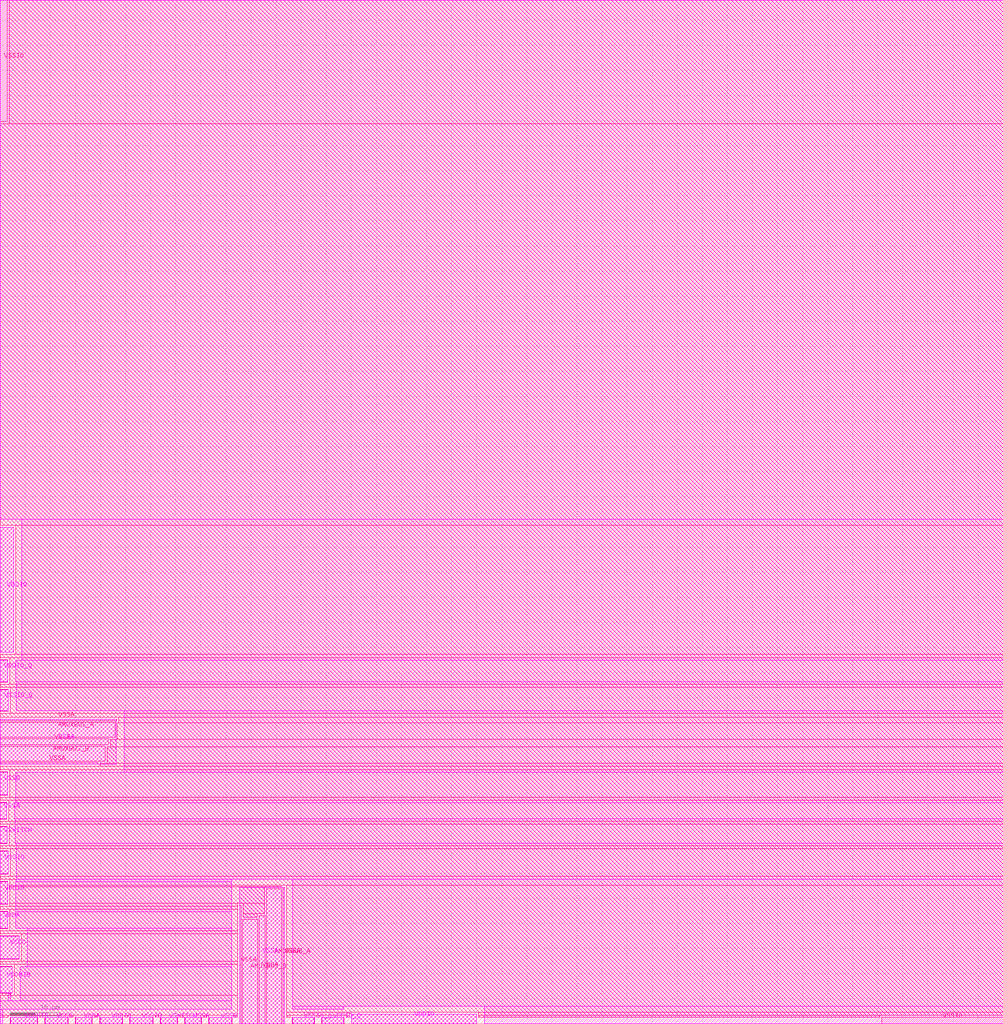
<source format=lef>
VERSION 5.7 ;
  NOWIREEXTENSIONATPIN ON ;
  DIVIDERCHAR "/" ;
  BUSBITCHARS "[]" ;
MACRO sky130_ef_io__analog_pad
  CLASS PAD ;
  FOREIGN sky130_ef_io__analog_pad ;
  ORIGIN 0.000 0.000 ;
  SIZE 75.000 BY 200.000 ;
  PIN P_CORE
    PORT
      LAYER met3 ;
        RECT 24.720 0.000 49.720 82.350 ;
    END
  END P_CORE
  PIN VSSA
    PORT
      LAYER met4 ;
        RECT 0.000 36.735 1.270 40.185 ;
    END
    PORT
      LAYER met4 ;
        RECT 0.000 56.405 75.000 56.735 ;
    END
    PORT
      LAYER met4 ;
        RECT 0.000 47.735 75.000 48.065 ;
    END
    PORT
      LAYER met4 ;
        RECT 0.000 51.645 1.270 52.825 ;
    END
    PORT
      LAYER met4 ;
        RECT 73.730 36.735 75.000 40.185 ;
    END
    PORT
      LAYER met4 ;
        RECT 73.730 56.405 75.000 56.735 ;
    END
    PORT
      LAYER met4 ;
        RECT 73.730 47.735 75.000 48.065 ;
    END
    PORT
      LAYER met4 ;
        RECT 73.730 51.645 75.000 52.825 ;
    END
    PORT
      LAYER met5 ;
        RECT 73.730 36.840 75.000 40.085 ;
    END
    PORT
      LAYER met5 ;
        RECT 0.000 47.735 1.270 56.735 ;
    END
    PORT
      LAYER met5 ;
        RECT 0.000 36.840 1.270 40.085 ;
    END
    PORT
      LAYER met5 ;
        RECT 73.730 47.735 75.000 56.735 ;
    END
  END VSSA
  PIN VSSD
    PORT
      LAYER met4 ;
        RECT 0.000 41.585 1.270 46.235 ;
    END
    PORT
      LAYER met4 ;
        RECT 73.730 41.585 75.000 46.235 ;
    END
    PORT
      LAYER met5 ;
        RECT 0.000 41.685 1.270 46.135 ;
    END
    PORT
      LAYER met5 ;
        RECT 73.730 41.685 75.000 46.135 ;
    END
  END VSSD
  PIN AMUXBUS_B
    PORT
      LAYER met4 ;
        RECT 0.000 48.365 75.000 51.345 ;
    END
    PORT
      LAYER met4 ;
        RECT 73.730 48.365 75.000 51.345 ;
    END
  END AMUXBUS_B
  PIN AMUXBUS_A
    PORT
      LAYER met4 ;
        RECT 0.000 53.125 75.000 56.105 ;
    END
    PORT
      LAYER met4 ;
        RECT 73.730 53.125 75.000 56.105 ;
    END
  END AMUXBUS_A
  PIN VDDIO_Q
    PORT
      LAYER met4 ;
        RECT 0.000 64.085 1.270 68.535 ;
    END
    PORT
      LAYER met4 ;
        RECT 73.730 64.085 75.000 68.535 ;
    END
    PORT
      LAYER met5 ;
        RECT 73.730 64.185 75.000 68.435 ;
    END
    PORT
      LAYER met5 ;
        RECT 0.000 64.185 1.270 68.435 ;
    END
  END VDDIO_Q
  PIN VDDIO
    PORT
      LAYER met4 ;
        RECT 0.000 70.035 1.270 95.000 ;
    END
    PORT
      LAYER met4 ;
        RECT 0.000 19.785 1.270 24.435 ;
    END
    PORT
      LAYER met4 ;
        RECT 73.730 70.035 75.000 95.000 ;
    END
    PORT
      LAYER met4 ;
        RECT 73.730 19.785 75.000 24.435 ;
    END
    PORT
      LAYER met5 ;
        RECT 0.000 19.885 1.270 24.335 ;
    END
    PORT
      LAYER met5 ;
        RECT 0.000 70.035 1.270 94.985 ;
    END
    PORT
      LAYER met5 ;
        RECT 73.730 19.885 75.000 24.335 ;
    END
    PORT
      LAYER met5 ;
        RECT 73.730 70.035 75.000 94.985 ;
    END
  END VDDIO
  PIN VSWITCH
    PORT
      LAYER met4 ;
        RECT 0.000 31.885 1.270 35.335 ;
    END
    PORT
      LAYER met4 ;
        RECT 73.730 31.885 75.000 35.335 ;
    END
    PORT
      LAYER met5 ;
        RECT 73.730 31.985 75.000 35.235 ;
    END
    PORT
      LAYER met5 ;
        RECT 0.000 31.985 1.270 35.235 ;
    END
  END VSWITCH
  PIN VSSIO
    PORT
      LAYER met4 ;
        RECT 0.000 25.835 1.270 30.485 ;
    END
    PORT
      LAYER met4 ;
        RECT 73.730 25.835 75.000 30.485 ;
    END
    PORT
      LAYER met4 ;
        RECT 0.000 175.785 1.270 200.000 ;
    END
    PORT
      LAYER met4 ;
        RECT 0.630 191.600 0.640 191.610 ;
    END
    PORT
      LAYER met4 ;
        RECT 73.730 175.785 75.000 200.000 ;
    END
    PORT
      LAYER met4 ;
        RECT 74.360 191.600 74.370 191.610 ;
    END
    PORT
      LAYER met5 ;
        RECT 73.730 25.935 75.000 30.385 ;
    END
    PORT
      LAYER met5 ;
        RECT 73.730 175.785 75.000 200.000 ;
    END
    PORT
      LAYER met5 ;
        RECT 0.000 175.785 1.270 200.000 ;
    END
    PORT
      LAYER met5 ;
        RECT 0.000 25.935 1.270 30.385 ;
    END
  END VSSIO
  PIN VDDA
    PORT
      LAYER met4 ;
        RECT 0.000 14.935 0.965 18.385 ;
    END
    PORT
      LAYER met4 ;
        RECT 74.035 14.935 75.000 18.385 ;
    END
    PORT
      LAYER met5 ;
        RECT 0.000 15.035 0.965 18.285 ;
    END
    PORT
      LAYER met5 ;
        RECT 74.035 15.035 75.000 18.285 ;
    END
  END VDDA
  PIN VCCD
    PORT
      LAYER met4 ;
        RECT 0.000 8.885 1.270 13.535 ;
    END
    PORT
      LAYER met4 ;
        RECT 73.730 8.885 75.000 13.535 ;
    END
    PORT
      LAYER met5 ;
        RECT 0.000 8.985 1.270 13.435 ;
    END
    PORT
      LAYER met5 ;
        RECT 73.730 8.985 75.000 13.435 ;
    END
  END VCCD
  PIN VCCHIB
    PORT
      LAYER met4 ;
        RECT 0.000 2.035 1.270 7.485 ;
    END
    PORT
      LAYER met4 ;
        RECT 73.730 2.035 75.000 7.485 ;
    END
    PORT
      LAYER met5 ;
        RECT 0.000 2.135 1.270 7.385 ;
    END
    PORT
      LAYER met5 ;
        RECT 73.730 2.135 75.000 7.385 ;
    END
  END VCCHIB
  PIN VSSIO_Q
    PORT
      LAYER met4 ;
        RECT 0.000 58.235 1.270 62.685 ;
    END
    PORT
      LAYER met4 ;
        RECT 73.730 58.235 75.000 62.685 ;
    END
    PORT
      LAYER met5 ;
        RECT 73.730 58.335 75.000 62.585 ;
    END
    PORT
      LAYER met5 ;
        RECT 0.000 58.335 1.270 62.585 ;
    END
  END VSSIO_Q
  PIN P_PAD
    PORT
      LAYER met5 ;
        RECT 7.050 105.120 67.890 165.945 ;
    END
  END P_PAD
  OBS
      LAYER li1 ;
        RECT 2.905 48.265 72.045 181.100 ;
      LAYER met1 ;
        RECT 4.250 46.255 70.440 48.855 ;
      LAYER met2 ;
        RECT 4.250 46.255 70.440 48.855 ;
      LAYER met3 ;
        RECT 0.455 82.750 74.250 173.315 ;
        RECT 0.455 14.905 24.320 82.750 ;
        RECT 50.120 14.905 74.250 82.750 ;
      LAYER met4 ;
        RECT 1.670 175.385 73.330 200.000 ;
        RECT 0.965 95.400 74.035 175.385 ;
        RECT 1.670 69.635 73.330 95.400 ;
        RECT 0.965 68.935 74.035 69.635 ;
        RECT 1.670 63.685 73.330 68.935 ;
        RECT 0.965 63.085 74.035 63.685 ;
        RECT 1.670 57.835 73.330 63.085 ;
        RECT 0.965 57.135 74.035 57.835 ;
        RECT 1.670 51.745 73.330 52.725 ;
        RECT 0.965 46.635 74.035 47.335 ;
        RECT 1.670 41.185 73.330 46.635 ;
        RECT 0.965 40.585 74.035 41.185 ;
        RECT 1.670 36.335 73.330 40.585 ;
        RECT 0.965 35.735 74.035 36.335 ;
        RECT 1.670 31.485 73.330 35.735 ;
        RECT 0.965 30.885 74.035 31.485 ;
        RECT 1.670 25.435 73.330 30.885 ;
        RECT 0.965 24.835 74.035 25.435 ;
        RECT 1.670 19.385 73.330 24.835 ;
        RECT 0.965 18.785 74.035 19.385 ;
        RECT 1.365 14.535 73.635 18.785 ;
        RECT 0.965 13.935 74.035 14.535 ;
        RECT 1.670 8.485 73.330 13.935 ;
        RECT 0.965 7.885 74.035 8.485 ;
        RECT 1.670 2.035 73.330 7.885 ;
      LAYER met5 ;
        RECT 2.870 174.185 72.130 200.000 ;
        RECT 0.000 167.545 75.000 174.185 ;
        RECT 0.000 103.520 5.450 167.545 ;
        RECT 69.490 103.520 75.000 167.545 ;
        RECT 0.000 96.585 75.000 103.520 ;
        RECT 2.870 36.840 72.130 96.585 ;
        RECT 0.000 36.835 75.000 36.840 ;
        RECT 2.870 18.285 72.130 36.835 ;
        RECT 2.565 15.035 72.435 18.285 ;
        RECT 2.870 2.135 72.130 15.035 ;
  END
END sky130_ef_io__analog_pad

#--------EOF---------

MACRO sky130_ef_io__bare_pad
  CLASS BLOCK ;
  FOREIGN sky130_ef_io__bare_pad ;
  ORIGIN 2.700 2.700 ;
  SIZE 65.400 BY 75.400 ;
  PIN PAD
    PORT
      LAYER met4 ;
        RECT -2.700 70.000 62.700 72.700 ;
        RECT -2.700 0.000 0.000 70.000 ;
        RECT 60.000 0.000 62.700 70.000 ;
        RECT -2.700 -2.700 62.700 0.000 ;
      LAYER via4 ;
        RECT -2.580 71.400 62.580 72.580 ;
        RECT -2.580 -1.400 -1.400 71.400 ;
        RECT 61.400 -1.400 62.580 71.400 ;
        RECT -2.580 -2.580 62.580 -1.400 ;
      LAYER met5 ;
        RECT -2.700 -2.700 62.700 72.700 ;
    END
  END PAD
END sky130_ef_io__bare_pad

#--------EOF---------

MACRO sky130_ef_io__com_bus_slice_1um
  CLASS PAD SPACER ;
  FOREIGN sky130_ef_io__com_bus_slice_1um ;
  ORIGIN 0.000 0.000 ;
  SIZE 1.000 BY 197.965 ;
  PIN AMUXBUS_A
    DIRECTION INOUT ;
    USE SIGNAL ;
    PORT
      LAYER met4 ;
        RECT 0.000 51.090 1.000 54.070 ;
    END
  END AMUXBUS_A
  PIN AMUXBUS_B
    DIRECTION INOUT ;
    USE SIGNAL ;
    PORT
      LAYER met4 ;
        RECT 0.000 46.330 1.000 49.310 ;
    END
  END AMUXBUS_B
  PIN VSSA
    DIRECTION INOUT ;
    USE GROUND ;
    PORT
      LAYER met5 ;
        RECT 0.000 45.700 1.000 54.700 ;
    END
    PORT
      LAYER met4 ;
        RECT 0.000 54.370 1.000 54.700 ;
    END
    PORT
      LAYER met4 ;
        RECT 0.000 45.700 1.000 46.030 ;
    END
    PORT
      LAYER met5 ;
        RECT 0.000 34.800 1.000 38.050 ;
    END
    PORT
      LAYER met4 ;
        RECT 0.000 34.700 1.000 38.150 ;
    END
  END VSSA
  PIN VDDA
    DIRECTION INOUT ;
    USE POWER ;
    PORT
      LAYER met5 ;
        RECT 0.000 13.000 1.000 16.250 ;
    END
    PORT
      LAYER met4 ;
        RECT 0.000 12.900 1.000 16.350 ;
    END
  END VDDA
  PIN VSWITCH
    DIRECTION INOUT ;
    USE POWER ;
    PORT
      LAYER met5 ;
        RECT 0.000 29.950 1.000 33.200 ;
    END
    PORT
      LAYER met4 ;
        RECT 0.000 29.850 1.000 33.300 ;
    END
  END VSWITCH
  PIN VDDIO_Q
    DIRECTION INOUT ;
    USE POWER ;
    PORT
      LAYER met5 ;
        RECT 0.000 62.150 1.000 66.400 ;
    END
    PORT
      LAYER met4 ;
        RECT 0.000 62.050 1.000 66.500 ;
    END
  END VDDIO_Q
  PIN VCCHIB
    DIRECTION INOUT ;
    USE POWER ;
    PORT
      LAYER met5 ;
        RECT 0.000 0.100 1.000 5.350 ;
    END
    PORT
      LAYER met4 ;
        RECT 0.000 0.000 1.000 5.450 ;
    END
  END VCCHIB
  PIN VDDIO
    DIRECTION INOUT ;
    USE POWER ;
    PORT
      LAYER met5 ;
        RECT 0.000 68.000 1.000 92.950 ;
    END
    PORT
      LAYER met4 ;
        RECT 0.000 68.000 1.000 92.965 ;
    END
    PORT
      LAYER met5 ;
        RECT 0.000 17.850 1.000 22.300 ;
    END
    PORT
      LAYER met4 ;
        RECT 0.000 17.750 1.000 22.400 ;
    END
  END VDDIO
  PIN VCCD
    DIRECTION INOUT ;
    USE POWER ;
    PORT
      LAYER met5 ;
        RECT 0.000 6.950 1.000 11.400 ;
    END
    PORT
      LAYER met4 ;
        RECT 0.000 6.850 1.000 11.500 ;
    END
  END VCCD
  PIN VSSIO
    DIRECTION INOUT ;
    USE GROUND ;
    PORT
      LAYER met5 ;
        RECT 0.000 23.900 1.000 28.350 ;
    END
    PORT
      LAYER met4 ;
        RECT 0.000 23.800 1.000 28.450 ;
    END
    PORT
      LAYER met5 ;
        RECT 0.000 173.750 1.000 197.965 ;
    END
  END VSSIO
  PIN VSSD
    DIRECTION INOUT ;
    USE GROUND ;
    PORT
      LAYER met5 ;
        RECT 0.000 39.650 1.000 44.100 ;
    END
    PORT
      LAYER met4 ;
        RECT 0.000 39.550 1.000 44.200 ;
    END
  END VSSD
  PIN VSSIO_Q
    DIRECTION INOUT ;
    USE GROUND ;
    PORT
      LAYER met5 ;
        RECT 0.000 56.300 1.000 60.550 ;
    END
    PORT
      LAYER met4 ;
        RECT 0.000 56.200 1.000 60.650 ;
    END
  END VSSIO_Q
  OBS
      LAYER met4 ;
        RECT 0.000 173.75 1.000 197.965 ;
        RECT 0.000 66.900 1.000 67.600 ;
        RECT 0.000 61.050 1.000 61.650 ;
        RECT 0.000 55.100 1.000 55.800 ;
        RECT 0.000 49.610 1.000 50.790 ;
  END
END sky130_ef_io__com_bus_slice_1um

#--------EOF---------

MACRO sky130_ef_io__com_bus_slice_5um
  CLASS PAD SPACER ;
  FOREIGN sky130_ef_io__com_bus_slice_5um ;
  ORIGIN 0.000 0.000 ;
  SIZE 5.000 BY 197.965 ;
  PIN AMUXBUS_A
    DIRECTION INOUT ;
    USE SIGNAL ;
    PORT
      LAYER met4 ;
        RECT 0.000 51.090 5.000 54.070 ;
    END
  END AMUXBUS_A
  PIN AMUXBUS_B
    DIRECTION INOUT ;
    USE SIGNAL ;
    PORT
      LAYER met4 ;
        RECT 0.000 46.330 5.000 49.310 ;
    END
  END AMUXBUS_B
  PIN VSSA
    DIRECTION INOUT ;
    USE GROUND ;
    PORT
      LAYER met5 ;
        RECT 0.000 45.700 5.000 54.700 ;
    END
    PORT
      LAYER met4 ;
        RECT 0.000 54.370 5.000 54.700 ;
    END
    PORT
      LAYER met4 ;
        RECT 0.000 45.700 5.000 46.030 ;
    END
    PORT
      LAYER met5 ;
        RECT 0.000 34.800 5.000 38.050 ;
    END
    PORT
      LAYER met4 ;
        RECT 0.000 34.700 5.000 38.150 ;
    END
  END VSSA
  PIN VDDA
    DIRECTION INOUT ;
    USE POWER ;
    PORT
      LAYER met5 ;
        RECT 0.000 13.000 5.000 16.250 ;
    END
    PORT
      LAYER met4 ;
        RECT 0.000 12.900 5.000 16.350 ;
    END
  END VDDA
  PIN VSWITCH
    DIRECTION INOUT ;
    USE POWER ;
    PORT
      LAYER met5 ;
        RECT 0.000 29.950 5.000 33.200 ;
    END
    PORT
      LAYER met4 ;
        RECT 0.000 29.850 5.000 33.300 ;
    END
  END VSWITCH
  PIN VDDIO_Q
    DIRECTION INOUT ;
    USE POWER ;
    PORT
      LAYER met5 ;
        RECT 0.000 62.150 5.000 66.400 ;
    END
    PORT
      LAYER met4 ;
        RECT 0.000 62.050 5.000 66.500 ;
    END
  END VDDIO_Q
  PIN VCCHIB
    DIRECTION INOUT ;
    USE POWER ;
    PORT
      LAYER met5 ;
        RECT 0.000 0.100 5.000 5.350 ;
    END
    PORT
      LAYER met4 ;
        RECT 0.000 0.000 5.000 5.450 ;
    END
  END VCCHIB
  PIN VDDIO
    DIRECTION INOUT ;
    USE POWER ;
    PORT
      LAYER met5 ;
        RECT 0.000 68.000 5.000 92.950 ;
    END
    PORT
      LAYER met4 ;
        RECT 0.000 68.000 5.000 92.965 ;
    END
    PORT
      LAYER met5 ;
        RECT 0.000 17.850 5.000 22.300 ;
    END
    PORT
      LAYER met4 ;
        RECT 0.000 17.750 5.000 22.400 ;
    END
  END VDDIO
  PIN VCCD
    DIRECTION INOUT ;
    USE POWER ;
    PORT
      LAYER met5 ;
        RECT 0.000 6.950 5.000 11.400 ;
    END
    PORT
      LAYER met4 ;
        RECT 0.000 6.850 5.000 11.500 ;
    END
  END VCCD
  PIN VSSIO
    DIRECTION INOUT ;
    USE GROUND ;
    PORT
      LAYER met5 ;
        RECT 0.000 23.900 5.000 28.350 ;
    END
    PORT
      LAYER met4 ;
        RECT 0.000 23.800 5.000 28.450 ;
    END
    PORT
      LAYER met5 ;
        RECT 0.000 173.750 5.000 197.965 ;
    END
  END VSSIO
  PIN VSSD
    DIRECTION INOUT ;
    USE GROUND ;
    PORT
      LAYER met5 ;
        RECT 0.000 39.650 5.000 44.100 ;
    END
    PORT
      LAYER met4 ;
        RECT 0.000 39.550 5.000 44.200 ;
    END
  END VSSD
  PIN VSSIO_Q
    DIRECTION INOUT ;
    USE GROUND ;
    PORT
      LAYER met5 ;
        RECT 0.000 56.300 5.000 60.550 ;
    END
    PORT
      LAYER met4 ;
        RECT 0.000 56.200 5.000 60.650 ;
    END
  END VSSIO_Q
  OBS
      LAYER met4 ;
        RECT 0.000 173.75 5.000 197.965 ;
        RECT 0.000 66.900 5.000 67.600 ;
        RECT 0.000 61.050 5.000 61.650 ;
        RECT 0.000 55.100 5.000 55.800 ;
        RECT 0.000 49.610 5.000 50.790 ;
  END
END sky130_ef_io__com_bus_slice_5um

#--------EOF---------

MACRO sky130_ef_io__com_bus_slice_10um
  CLASS PAD SPACER ;
  FOREIGN sky130_ef_io__com_bus_slice_10um ;
  ORIGIN 0.000 0.000 ;
  SIZE 10.000 BY 197.965 ;
  PIN AMUXBUS_A
    DIRECTION INOUT ;
    USE SIGNAL ;
    PORT
      LAYER met4 ;
        RECT 0.000 51.090 10.000 54.070 ;
    END
  END AMUXBUS_A
  PIN AMUXBUS_B
    DIRECTION INOUT ;
    USE SIGNAL ;
    PORT
      LAYER met4 ;
        RECT 0.000 46.330 10.000 49.310 ;
    END
  END AMUXBUS_B
  PIN VSSA
    DIRECTION INOUT ;
    USE GROUND ;
    PORT
      LAYER met5 ;
        RECT 0.000 45.700 10.000 54.700 ;
    END
    PORT
      LAYER met4 ;
        RECT 0.000 54.370 10.000 54.700 ;
    END
    PORT
      LAYER met4 ;
        RECT 0.000 45.700 10.000 46.030 ;
    END
    PORT
      LAYER met5 ;
        RECT 0.000 34.800 10.000 38.050 ;
    END
    PORT
      LAYER met4 ;
        RECT 0.000 34.700 10.000 38.150 ;
    END
  END VSSA
  PIN VDDA
    DIRECTION INOUT ;
    USE POWER ;
    PORT
      LAYER met5 ;
        RECT 0.000 13.000 10.000 16.250 ;
    END
    PORT
      LAYER met4 ;
        RECT 0.000 12.900 10.000 16.350 ;
    END
  END VDDA
  PIN VSWITCH
    DIRECTION INOUT ;
    USE POWER ;
    PORT
      LAYER met5 ;
        RECT 0.000 29.950 10.000 33.200 ;
    END
    PORT
      LAYER met4 ;
        RECT 0.000 29.850 10.000 33.300 ;
    END
  END VSWITCH
  PIN VDDIO_Q
    DIRECTION INOUT ;
    USE POWER ;
    PORT
      LAYER met5 ;
        RECT 0.000 62.150 10.000 66.400 ;
    END
    PORT
      LAYER met4 ;
        RECT 0.000 62.050 10.000 66.500 ;
    END
  END VDDIO_Q
  PIN VCCHIB
    DIRECTION INOUT ;
    USE POWER ;
    PORT
      LAYER met5 ;
        RECT 0.000 0.100 10.000 5.350 ;
    END
    PORT
      LAYER met4 ;
        RECT 0.000 0.000 10.000 5.450 ;
    END
  END VCCHIB
  PIN VDDIO
    DIRECTION INOUT ;
    USE POWER ;
    PORT
      LAYER met5 ;
        RECT 0.000 68.000 10.000 92.950 ;
    END
    PORT
      LAYER met4 ;
        RECT 0.000 68.000 10.000 92.965 ;
    END
    PORT
      LAYER met5 ;
        RECT 0.000 17.850 10.000 22.300 ;
    END
    PORT
      LAYER met4 ;
        RECT 0.000 17.750 10.000 22.400 ;
    END
  END VDDIO
  PIN VCCD
    DIRECTION INOUT ;
    USE POWER ;
    PORT
      LAYER met5 ;
        RECT 0.000 6.950 10.000 11.400 ;
    END
    PORT
      LAYER met4 ;
        RECT 0.000 6.850 10.000 11.500 ;
    END
  END VCCD
  PIN VSSIO
    DIRECTION INOUT ;
    USE GROUND ;
    PORT
      LAYER met5 ;
        RECT 0.000 23.900 10.000 28.350 ;
    END
    PORT
      LAYER met4 ;
        RECT 0.000 23.800 10.000 28.450 ;
    END
    PORT
      LAYER met5 ;
        RECT 0.000 173.750 10.000 197.965 ;
    END
  END VSSIO
  PIN VSSD
    DIRECTION INOUT ;
    USE GROUND ;
    PORT
      LAYER met5 ;
        RECT 0.000 39.650 10.000 44.100 ;
    END
    PORT
      LAYER met4 ;
        RECT 0.000 39.550 10.000 44.200 ;
    END
  END VSSD
  PIN VSSIO_Q
    DIRECTION INOUT ;
    USE GROUND ;
    PORT
      LAYER met5 ;
        RECT 0.000 56.300 10.000 60.550 ;
    END
    PORT
      LAYER met4 ;
        RECT 0.000 56.200 10.000 60.650 ;
    END
  END VSSIO_Q
  OBS
      LAYER met4 ;
        RECT 0.000 173.75 10.000 197.965 ;
        RECT 0.000 66.900 10.000 67.600 ;
        RECT 0.000 61.050 10.000 61.650 ;
        RECT 0.000 55.100 10.000 55.800 ;
        RECT 0.000 49.610 10.000 50.790 ;
  END
END sky130_ef_io__com_bus_slice_10um

#--------EOF---------

MACRO sky130_ef_io__com_bus_slice_20um
  CLASS PAD SPACER ;
  FOREIGN sky130_ef_io__com_bus_slice_20um ;
  ORIGIN 0.000 0.000 ;
  SIZE 20.000 BY 197.965 ;
  PIN AMUXBUS_A
    DIRECTION INOUT ;
    USE SIGNAL ;
    PORT
      LAYER met4 ;
        RECT 0.000 51.090 20.000 54.070 ;
    END
  END AMUXBUS_A
  PIN AMUXBUS_B
    DIRECTION INOUT ;
    USE SIGNAL ;
    PORT
      LAYER met4 ;
        RECT 0.000 46.330 20.000 49.310 ;
    END
  END AMUXBUS_B
  PIN VSSA
    DIRECTION INOUT ;
    USE GROUND ;
    PORT
      LAYER met5 ;
        RECT 0.000 45.700 20.000 54.700 ;
    END
    PORT
      LAYER met4 ;
        RECT 0.000 54.370 20.000 54.700 ;
    END
    PORT
      LAYER met4 ;
        RECT 0.000 45.700 20.000 46.030 ;
    END
    PORT
      LAYER met5 ;
        RECT 0.000 34.800 20.000 38.050 ;
    END
    PORT
      LAYER met4 ;
        RECT 0.000 34.700 20.000 38.150 ;
    END
  END VSSA
  PIN VDDA
    DIRECTION INOUT ;
    USE POWER ;
    PORT
      LAYER met5 ;
        RECT 0.000 13.000 20.000 16.250 ;
    END
    PORT
      LAYER met4 ;
        RECT 0.000 12.900 20.000 16.350 ;
    END
  END VDDA
  PIN VSWITCH
    DIRECTION INOUT ;
    USE POWER ;
    PORT
      LAYER met5 ;
        RECT 0.000 29.950 20.000 33.200 ;
    END
    PORT
      LAYER met4 ;
        RECT 0.000 29.850 20.000 33.300 ;
    END
  END VSWITCH
  PIN VDDIO_Q
    DIRECTION INOUT ;
    USE POWER ;
    PORT
      LAYER met5 ;
        RECT 0.000 62.150 20.000 66.400 ;
    END
    PORT
      LAYER met4 ;
        RECT 0.000 62.050 20.000 66.500 ;
    END
  END VDDIO_Q
  PIN VCCHIB
    DIRECTION INOUT ;
    USE POWER ;
    PORT
      LAYER met5 ;
        RECT 0.000 0.100 20.000 5.350 ;
    END
    PORT
      LAYER met4 ;
        RECT 0.000 0.000 20.000 5.450 ;
    END
  END VCCHIB
  PIN VDDIO
    DIRECTION INOUT ;
    USE POWER ;
    PORT
      LAYER met5 ;
        RECT 0.000 68.000 20.000 92.950 ;
    END
    PORT
      LAYER met4 ;
        RECT 0.000 68.000 20.000 92.965 ;
    END
    PORT
      LAYER met5 ;
        RECT 0.000 17.850 20.000 22.300 ;
    END
    PORT
      LAYER met4 ;
        RECT 0.000 17.750 20.000 22.400 ;
    END
  END VDDIO
  PIN VCCD
    DIRECTION INOUT ;
    USE POWER ;
    PORT
      LAYER met5 ;
        RECT 0.000 6.950 20.000 11.400 ;
    END
    PORT
      LAYER met4 ;
        RECT 0.000 6.850 20.000 11.500 ;
    END
  END VCCD
  PIN VSSIO
    DIRECTION INOUT ;
    USE GROUND ;
    PORT
      LAYER met5 ;
        RECT 0.000 23.900 20.000 28.350 ;
    END
    PORT
      LAYER met4 ;
        RECT 0.000 23.800 20.000 28.450 ;
    END
    PORT
      LAYER met5 ;
        RECT 0.000 173.750 20.000 197.965 ;
    END
  END VSSIO
  PIN VSSD
    DIRECTION INOUT ;
    USE GROUND ;
    PORT
      LAYER met5 ;
        RECT 0.000 39.650 20.000 44.100 ;
    END
    PORT
      LAYER met4 ;
        RECT 0.000 39.550 20.000 44.200 ;
    END
  END VSSD
  PIN VSSIO_Q
    DIRECTION INOUT ;
    USE GROUND ;
    PORT
      LAYER met5 ;
        RECT 0.000 56.300 20.000 60.550 ;
    END
    PORT
      LAYER met4 ;
        RECT 0.000 56.200 20.000 60.650 ;
    END
  END VSSIO_Q
  OBS
      LAYER met4 ;
        RECT 0.000 173.75 20.000 197.965 ;
        RECT 0.000 66.900 20.000 67.600 ;
        RECT 0.000 61.050 20.000 61.650 ;
        RECT 0.000 55.100 20.000 55.800 ;
        RECT 0.000 49.610 20.000 50.790 ;
  END
END sky130_ef_io__com_bus_slice_20um

#--------EOF---------

MACRO sky130_ef_io__connect_vcchib_vccd_and_vswitch_vddio_slice_20um
  CLASS PAD AREAIO ;
  FOREIGN sky130_ef_io__connect_vcchib_vccd_and_vswitch_vddio_slice_20um ;
  ORIGIN 0.000 0.000 ;
  SIZE 20.000 BY 197.965 ;
  PIN AMUXBUS_A
    DIRECTION INOUT ;
    USE SIGNAL ;
    PORT
      LAYER met4 ;
        RECT 0.000 51.090 20.000 54.070 ;
    END
  END AMUXBUS_A
  PIN AMUXBUS_B
    DIRECTION INOUT ;
    USE SIGNAL ;
    PORT
      LAYER met4 ;
        RECT 0.000 46.330 20.000 49.310 ;
    END
  END AMUXBUS_B
  PIN VSSA
    DIRECTION INOUT ;
    USE GROUND ;
    PORT
      LAYER met5 ;
        RECT 0.000 45.700 20.000 54.700 ;
    END
    PORT
      LAYER met4 ;
        RECT 0.000 54.370 20.000 54.700 ;
    END
    PORT
      LAYER met4 ;
        RECT 0.000 45.700 20.000 46.030 ;
    END
    PORT
      LAYER met5 ;
        RECT 0.000 34.800 20.000 38.050 ;
    END
    PORT
      LAYER met4 ;
        RECT 0.000 34.700 20.000 38.150 ;
    END
  END VSSA
  PIN VDDA
    DIRECTION INOUT ;
    USE POWER ;
    PORT
      LAYER met5 ;
        RECT 0.000 13.000 20.000 16.250 ;
    END
    PORT
      LAYER met4 ;
        RECT 0.000 12.900 20.000 16.350 ;
    END
  END VDDA
  PIN VSWITCH
    DIRECTION INOUT ;
    USE POWER ;
    PORT
      LAYER met5 ;
        RECT 0.000 29.950 20.000 33.200 ;
    END
    PORT
      LAYER met3 ;
        RECT 0.990 17.880 19.000 33.200 ;
      LAYER via3 ;
        RECT 1.090 30.080 18.740 33.030 ;
        RECT 1.280 18.080 18.770 22.090 ;
      LAYER met4 ;
        RECT 0.000 29.850 20.000 33.300 ;
        RECT 0.000 17.750 20.000 22.400 ;
    END
  END VSWITCH
  PIN VDDIO_Q
    DIRECTION INOUT ;
    USE POWER ;
    PORT
      LAYER met5 ;
        RECT 0.000 62.150 20.000 66.400 ;
    END
    PORT
      LAYER met4 ;
        RECT 0.000 62.050 20.000 66.500 ;
    END
  END VDDIO_Q
  PIN VCCHIB
    DIRECTION INOUT ;
    USE POWER ;
    PORT
      LAYER met5 ;
        RECT 0.000 0.100 20.000 11.400 ;
    END
    PORT
      LAYER met4 ;
        RECT 0.000 0.000 20.000 5.450 ;
    END
  END VCCHIB
  PIN VDDIO
    DIRECTION INOUT ;
    USE POWER ;
    PORT
      LAYER met5 ;
        RECT 0.000 68.000 20.000 92.950 ;
    END
    PORT
      LAYER met4 ;
        RECT 0.000 68.000 20.000 92.965 ;
    END
    PORT
      LAYER met5 ;
        RECT 0.000 17.850 20.000 22.300 ;
    END
  END VDDIO
  PIN VCCD
    DIRECTION INOUT ;
    USE POWER ;
    PORT
      LAYER met4 ;
        RECT 0.000 6.850 20.000 11.500 ;
    END
  END VCCD
  PIN VSSIO
    DIRECTION INOUT ;
    USE GROUND ;
    PORT
      LAYER met5 ;
        RECT 0.000 23.900 20.000 28.350 ;
    END
    PORT
      LAYER met4 ;
        RECT 0.000 23.800 20.000 28.450 ;
    END
    PORT
      LAYER met5 ;
        RECT 0.000 173.750 20.000 197.965 ;
    END
  END VSSIO
  PIN VSSD
    DIRECTION INOUT ;
    USE GROUND ;
    PORT
      LAYER met5 ;
        RECT 0.000 39.650 20.000 44.100 ;
    END
    PORT
      LAYER met4 ;
        RECT 0.000 39.550 20.000 44.200 ;
    END
  END VSSD
  PIN VSSIO_Q
    DIRECTION INOUT ;
    USE GROUND ;
    PORT
      LAYER met5 ;
        RECT 0.000 56.300 20.000 60.550 ;
    END
    PORT
      LAYER met4 ;
        RECT 0.000 56.200 20.000 60.650 ;
    END
  END VSSIO_Q
  OBS
      LAYER met4 ;
        RECT 0.000 173.750 20.000 197.965 ;
        RECT 0.000 49.610 20.000 50.790 ;
  END
END sky130_ef_io__connect_vcchib_vccd_and_vswitch_vddio_slice_20um

#--------EOF---------

MACRO sky130_ef_io__corner_pad
  CLASS ENDCAP TOPRIGHT ;
  FOREIGN sky130_ef_io__corner_pad ;
  ORIGIN 0.000 0.000 ;
  SIZE 200.000 BY 204.000 ;
  PIN AMUXBUS_A
    DIRECTION INOUT ;
    USE SIGNAL ;
    PORT
      LAYER met4 ;
        RECT 0.000 57.125 22.910 60.105 ;
    END
    PORT
      LAYER met4 ;
        RECT 53.125 0.000 56.105 26.910 ;
    END
  END AMUXBUS_A
  PIN AMUXBUS_B
    DIRECTION INOUT ;
    USE SIGNAL ;
    PORT
      LAYER met4 ;
        RECT 0.000 52.365 20.935 55.345 ;
    END
    PORT
      LAYER met4 ;
        RECT 48.365 0.000 51.345 20.875 ;
    END
  END AMUXBUS_B
  PIN VSSA
    DIRECTION INOUT ;
    USE GROUND ;
    PORT
      LAYER met5 ;
        RECT 0.000 51.735 23.155 60.735 ;
    END
    PORT
      LAYER met5 ;
        RECT 0.000 40.835 1.335 44.085 ;
    END
    PORT
      LAYER met4 ;
        RECT 0.000 51.735 19.575 52.065 ;
    END
    PORT
      LAYER met4 ;
        RECT 0.000 40.735 1.335 44.185 ;
    END
    PORT
      LAYER met4 ;
        RECT 0.000 55.645 21.550 56.825 ;
    END
    PORT
      LAYER met4 ;
        RECT 0.000 60.405 23.175 60.735 ;
    END
    PORT
      LAYER met5 ;
        RECT 36.840 0.000 40.085 1.270 ;
    END
    PORT
      LAYER met5 ;
        RECT 47.735 0.000 56.735 27.155 ;
    END
    PORT
      LAYER met4 ;
        RECT 56.405 0.000 56.735 27.175 ;
    END
    PORT
      LAYER met4 ;
        RECT 51.645 0.000 52.825 21.555 ;
    END
    PORT
      LAYER met4 ;
        RECT 36.735 0.000 40.185 1.270 ;
    END
    PORT
      LAYER met4 ;
        RECT 47.735 0.000 48.065 23.575 ;
    END
  END VSSA
  PIN VDDA
    DIRECTION INOUT ;
    USE POWER ;
    PORT
      LAYER met5 ;
        RECT 0.000 19.035 1.470 22.285 ;
    END
    PORT
      LAYER met4 ;
        RECT 0.000 18.935 1.470 22.385 ;
    END
    PORT
      LAYER met5 ;
        RECT 15.035 0.000 18.285 1.255 ;
    END
    PORT
      LAYER met4 ;
        RECT 14.935 0.000 18.385 1.255 ;
    END
  END VDDA
  PIN VSWITCH
    DIRECTION INOUT ;
    USE POWER ;
    PORT
      LAYER met5 ;
        RECT 0.000 35.985 1.385 39.235 ;
    END
    PORT
      LAYER met4 ;
        RECT 0.000 35.885 1.385 39.335 ;
    END
    PORT
      LAYER met5 ;
        RECT 31.985 0.000 35.235 1.270 ;
    END
    PORT
      LAYER met4 ;
        RECT 31.885 0.000 35.335 1.270 ;
    END
  END VSWITCH
  PIN VDDIO_Q
    DIRECTION INOUT ;
    USE POWER ;
    PORT
      LAYER met5 ;
        RECT 0.000 68.185 1.480 72.435 ;
    END
    PORT
      LAYER met4 ;
        RECT 0.000 68.085 1.480 72.535 ;
    END
    PORT
      LAYER met5 ;
        RECT 64.185 0.000 68.435 1.270 ;
    END
    PORT
      LAYER met4 ;
        RECT 64.085 0.000 68.535 1.270 ;
    END
  END VDDIO_Q
  PIN VCCHIB
    DIRECTION INOUT ;
    USE POWER ;
    PORT
      LAYER met5 ;
        RECT 0.000 6.135 2.350 11.385 ;
    END
    PORT
      LAYER met4 ;
        RECT 0.000 6.035 2.350 11.485 ;
    END
    PORT
      LAYER met5 ;
        RECT 2.135 0.000 7.385 1.270 ;
    END
    PORT
      LAYER met4 ;
        RECT 2.035 0.000 7.485 1.270 ;
    END
  END VCCHIB
  PIN VDDIO
    DIRECTION INOUT ;
    USE POWER ;
    PORT
      LAYER met5 ;
        RECT 0.000 74.035 2.645 98.985 ;
    END
    PORT
      LAYER met5 ;
        RECT 0.000 23.885 1.525 28.335 ;
    END
    PORT
      LAYER met4 ;
        RECT 0.000 23.785 1.525 28.435 ;
    END
    PORT
      LAYER met4 ;
        RECT 0.000 74.035 2.645 99.000 ;
    END
    PORT
      LAYER met5 ;
        RECT 19.885 0.000 24.335 1.270 ;
    END
    PORT
      LAYER met5 ;
        RECT 70.035 0.000 94.985 1.855 ;
    END
    PORT
      LAYER met4 ;
        RECT 70.035 0.000 95.000 1.855 ;
    END
    PORT
      LAYER met4 ;
        RECT 19.785 0.000 24.435 1.270 ;
    END
  END VDDIO
  PIN VCCD
    DIRECTION INOUT ;
    USE POWER ;
    PORT
      LAYER met5 ;
        RECT 0.000 12.985 3.785 17.435 ;
    END
    PORT
      LAYER met4 ;
        RECT 0.000 12.885 3.785 17.535 ;
    END
    PORT
      LAYER met5 ;
        RECT 8.985 0.000 13.435 1.270 ;
    END
    PORT
      LAYER met4 ;
        RECT 8.885 0.000 13.535 1.270 ;
    END
  END VCCD
  PIN VSSIO
    DIRECTION INOUT ;
    USE GROUND ;
    PORT
      LAYER met5 ;
        RECT 0.000 29.935 1.600 34.385 ;
    END
    PORT
      LAYER met4 ;
        RECT 0.000 29.835 1.600 34.485 ;
    END
    PORT
      LAYER met4 ;
        RECT 0.000 179.785 1.435 204.000 ;
    END
    PORT
      LAYER met5 ;
        RECT 25.935 0.000 30.385 1.270 ;
    END
    PORT
      LAYER met4 ;
        RECT 25.835 0.000 30.485 1.270 ;
    END
    PORT
      LAYER met4 ;
        RECT 175.785 0.000 200.000 1.270 ;
    END
  END VSSIO
  PIN VSSD
    DIRECTION INOUT ;
    USE GROUND ;
    PORT
      LAYER met5 ;
        RECT 0.000 45.685 1.475 50.135 ;
    END
    PORT
      LAYER met4 ;
        RECT 0.000 45.585 1.475 50.235 ;
    END
    PORT
      LAYER met5 ;
        RECT 41.685 0.000 46.135 1.270 ;
    END
    PORT
      LAYER met4 ;
        RECT 41.585 0.000 46.235 1.270 ;
    END
  END VSSD
  PIN VSSIO_Q
    DIRECTION INOUT ;
    USE GROUND ;
    PORT
      LAYER met5 ;
        RECT 0.000 62.335 1.625 66.585 ;
    END
    PORT
      LAYER met4 ;
        RECT 0.000 62.235 1.625 66.685 ;
    END
    PORT
      LAYER met5 ;
        RECT 58.335 0.000 62.585 1.270 ;
    END
    PORT
      LAYER met4 ;
        RECT 58.235 0.000 62.685 1.270 ;
    END
  END VSSIO_Q
  OBS
      LAYER met4 ;
        RECT 1.835 179.385 200.000 204.000 ;
        RECT 0.000 99.400 200.000 179.385 ;
        RECT 3.045 73.635 200.000 99.400 ;
        RECT 0.000 72.935 200.000 73.635 ;
        RECT 1.880 67.685 200.000 72.935 ;
        RECT 0.000 67.085 200.000 67.685 ;
        RECT 2.025 61.835 200.000 67.085 ;
        RECT 0.000 61.135 200.000 61.835 ;
        RECT 23.575 60.005 200.000 61.135 ;
        RECT 23.310 56.725 200.000 60.005 ;
        RECT 21.950 55.245 200.000 56.725 ;
        RECT 21.335 51.965 200.000 55.245 ;
        RECT 19.975 51.335 200.000 51.965 ;
        RECT 0.000 50.635 200.000 51.335 ;
        RECT 1.875 45.185 200.000 50.635 ;
        RECT 0.000 44.585 200.000 45.185 ;
        RECT 1.735 40.335 200.000 44.585 ;
        RECT 0.000 39.735 200.000 40.335 ;
        RECT 1.785 35.485 200.000 39.735 ;
        RECT 0.000 34.885 200.000 35.485 ;
        RECT 2.000 29.435 200.000 34.885 ;
        RECT 0.000 28.835 200.000 29.435 ;
        RECT 1.925 27.575 200.000 28.835 ;
        RECT 1.925 27.310 56.005 27.575 ;
        RECT 1.925 23.975 52.725 27.310 ;
        RECT 1.925 23.385 47.335 23.975 ;
        RECT 0.000 22.785 47.335 23.385 ;
        RECT 1.870 18.535 47.335 22.785 ;
        RECT 48.465 21.955 52.725 23.975 ;
        RECT 48.465 21.275 51.245 21.955 ;
        RECT 0.000 17.935 47.335 18.535 ;
        RECT 4.185 12.485 47.335 17.935 ;
        RECT 0.000 11.885 47.335 12.485 ;
        RECT 0.400 5.635 2.035 6.035 ;
        RECT 2.750 5.635 47.335 11.885 ;
        RECT 0.000 1.670 47.335 5.635 ;
        RECT 0.000 1.255 1.635 1.670 ;
        RECT 7.885 1.255 8.485 1.670 ;
        RECT 13.935 1.655 19.385 1.670 ;
        RECT 13.935 1.255 14.535 1.655 ;
        RECT 18.785 1.255 19.385 1.655 ;
        RECT 24.835 1.255 25.435 1.670 ;
        RECT 30.885 1.255 31.485 1.670 ;
        RECT 35.735 1.255 36.335 1.670 ;
        RECT 40.585 1.255 41.185 1.670 ;
        RECT 46.635 1.255 47.335 1.670 ;
        RECT 57.135 2.255 200.000 27.575 ;
        RECT 57.135 1.670 69.635 2.255 ;
        RECT 57.135 1.255 57.835 1.670 ;
        RECT 63.085 1.255 63.685 1.670 ;
        RECT 68.935 1.255 69.635 1.670 ;
        RECT 95.400 1.670 200.000 2.255 ;
        RECT 95.400 1.255 175.385 1.670 ;
      LAYER met5 ;
        RECT 0.000 100.585 200.000 204.000 ;
        RECT 4.245 72.435 200.000 100.585 ;
        RECT 3.080 68.185 200.000 72.435 ;
        RECT 3.225 62.335 200.000 68.185 ;
        RECT 24.755 50.135 200.000 62.335 ;
        RECT 3.075 44.085 200.000 50.135 ;
        RECT 2.935 40.835 200.000 44.085 ;
        RECT 2.985 35.985 200.000 40.835 ;
        RECT 3.200 28.755 200.000 35.985 ;
        RECT 3.200 28.335 46.135 28.755 ;
        RECT 3.125 22.285 46.135 28.335 ;
        RECT 3.070 19.035 46.135 22.285 ;
        RECT 5.385 11.385 46.135 19.035 ;
        RECT 1.600 4.535 2.135 6.135 ;
        RECT 3.950 4.535 46.135 11.385 ;
        RECT 0.000 2.870 46.135 4.535 ;
        RECT 58.335 3.455 200.000 28.755 ;
        RECT 58.335 2.870 68.435 3.455 ;
        RECT 0.000 0.000 0.535 2.870 ;
        RECT 15.035 2.855 18.285 2.870 ;
        RECT 96.585 0.000 200.000 3.455 ;
  END
END sky130_ef_io__corner_pad

#--------EOF---------

MACRO sky130_ef_io__disconnect_vccd_slice_5um
  CLASS PAD AREAIO ;
  FOREIGN sky130_ef_io__disconnect_vccd_slice_5um ;
  ORIGIN 0.000 0.000 ;
  SIZE 5.000 BY 197.965 ;
  PIN AMUXBUS_A
    DIRECTION INOUT ;
    USE SIGNAL ;
    PORT
      LAYER met4 ;
        RECT 0.000 51.090 5.000 54.070 ;
    END
  END AMUXBUS_A
  PIN AMUXBUS_B
    DIRECTION INOUT ;
    USE SIGNAL ;
    PORT
      LAYER met4 ;
        RECT 0.000 46.330 5.000 49.310 ;
    END
  END AMUXBUS_B
  PIN VSSA
    DIRECTION INOUT ;
    USE GROUND ;
    PORT
      LAYER met5 ;
        RECT 0.000 45.700 5.000 54.700 ;
    END
    PORT
      LAYER met4 ;
        RECT 0.000 54.370 5.000 54.700 ;
    END
    PORT
      LAYER met4 ;
        RECT 0.000 45.700 5.000 46.030 ;
    END
    PORT
      LAYER met5 ;
        RECT 0.000 34.800 5.000 38.050 ;
    END
    PORT
      LAYER met4 ;
        RECT 0.000 34.700 5.000 38.150 ;
    END
  END VSSA
  PIN VDDA
    DIRECTION INOUT ;
    USE POWER ;
    PORT
      LAYER met5 ;
        RECT 0.000 13.000 5.000 16.250 ;
    END
    PORT
      LAYER met4 ;
        RECT 0.000 12.900 5.000 16.350 ;
    END
  END VDDA
  PIN VSWITCH
    DIRECTION INOUT ;
    USE POWER ;
    PORT
      LAYER met5 ;
        RECT 0.000 29.950 5.000 33.200 ;
    END
    PORT
      LAYER met4 ;
        RECT 0.000 29.850 5.000 33.300 ;
    END
  END VSWITCH
  PIN VDDIO_Q
    DIRECTION INOUT ;
    USE POWER ;
    PORT
      LAYER met5 ;
        RECT 0.000 62.150 5.000 66.400 ;
    END
    PORT
      LAYER met4 ;
        RECT 0.000 62.050 5.000 66.500 ;
    END
  END VDDIO_Q
  PIN VCCHIB
    DIRECTION INOUT ;
    USE POWER ;
    PORT
      LAYER met5 ;
        RECT 0.000 0.100 5.000 5.350 ;
    END
    PORT
      LAYER met4 ;
        RECT 0.000 0.000 5.000 5.450 ;
    END
  END VCCHIB
  PIN VDDIO
    DIRECTION INOUT ;
    USE POWER ;
    PORT
      LAYER met5 ;
        RECT 0.000 68.000 5.000 92.950 ;
    END
    PORT
      LAYER met4 ;
        RECT 0.000 68.000 5.000 92.965 ;
    END
    PORT
      LAYER met5 ;
        RECT 0.000 17.850 5.000 22.300 ;
    END
    PORT
      LAYER met4 ;
        RECT 0.000 17.750 5.000 22.400 ;
    END
  END VDDIO
  PIN VSSIO
    DIRECTION INOUT ;
    USE GROUND ;
    PORT
      LAYER met5 ;
        RECT 0.000 23.900 5.000 28.350 ;
    END
    PORT
      LAYER met4 ;
        RECT 0.000 23.800 5.000 28.450 ;
    END
    PORT
      LAYER met5 ;
        RECT 0.000 173.750 5.000 197.965 ;
    END
  END VSSIO
  PIN VSSIO_Q
    DIRECTION INOUT ;
    USE GROUND ;
    PORT
      LAYER met5 ;
        RECT 0.000 56.300 5.000 60.550 ;
    END
    PORT
      LAYER met4 ;
        RECT 0.000 56.200 5.000 60.650 ;
    END
  END VSSIO_Q
  OBS
      LAYER met4 ;
        RECT 0.000 173.750 5.000 197.965 ;
        RECT 0.000 49.610 5.000 50.790 ;
  END
END sky130_ef_io__disconnect_vccd_slice_5um

#--------EOF---------

MACRO sky130_ef_io__disconnect_vdda_slice_5um
  CLASS PAD AREAIO ;
  FOREIGN sky130_ef_io__disconnect_vdda_slice_5um ;
  ORIGIN 0.000 0.000 ;
  SIZE 5.000 BY 197.965 ;
  PIN AMUXBUS_A
    DIRECTION INOUT ;
    USE SIGNAL ;
    PORT
      LAYER met4 ;
        RECT 0.000 51.090 5.000 54.070 ;
    END
  END AMUXBUS_A
  PIN AMUXBUS_B
    DIRECTION INOUT ;
    USE SIGNAL ;
    PORT
      LAYER met4 ;
        RECT 0.000 46.330 5.000 49.310 ;
    END
  END AMUXBUS_B
  PIN VSWITCH
    DIRECTION INOUT ;
    USE POWER ;
    PORT
      LAYER met5 ;
        RECT 0.000 29.950 5.000 33.200 ;
    END
    PORT
      LAYER met4 ;
        RECT 0.000 29.850 5.000 33.300 ;
    END
  END VSWITCH
  PIN VDDIO_Q
    DIRECTION INOUT ;
    USE POWER ;
    PORT
      LAYER met5 ;
        RECT 0.000 62.150 5.000 66.400 ;
    END
    PORT
      LAYER met4 ;
        RECT 0.000 62.050 5.000 66.500 ;
    END
  END VDDIO_Q
  PIN VCCHIB
    DIRECTION INOUT ;
    USE POWER ;
    PORT
      LAYER met5 ;
        RECT 0.000 0.100 5.000 5.350 ;
    END
    PORT
      LAYER met4 ;
        RECT 0.000 0.000 5.000 5.450 ;
    END
  END VCCHIB
  PIN VDDIO
    DIRECTION INOUT ;
    USE POWER ;
    PORT
      LAYER met4 ;
        RECT 0.000 17.750 5.000 22.400 ;
    END
    PORT
      LAYER met5 ;
        RECT 0.000 68.000 5.000 92.950 ;
    END
    PORT
      LAYER met4 ;
        RECT 0.000 68.000 5.000 92.965 ;
    END
    PORT
      LAYER met5 ;
        RECT 0.000 17.850 5.000 22.300 ;
    END
  END VDDIO
  PIN VCCD
    DIRECTION INOUT ;
    USE POWER ;
    PORT
      LAYER met5 ;
        RECT 0.000 6.950 5.000 11.400 ;
    END
    PORT
      LAYER met4 ;
        RECT 0.000 6.850 5.000 11.500 ;
    END
  END VCCD
  PIN VSSIO
    DIRECTION INOUT ;
    USE GROUND ;
    PORT
      LAYER met5 ;
        RECT 0.000 23.900 5.000 28.350 ;
    END
    PORT
      LAYER met4 ;
        RECT 0.000 23.800 5.000 28.450 ;
    END
    PORT
      LAYER met5 ;
        RECT 0.000 173.750 5.000 197.965 ;
    END
  END VSSIO
  PIN VSSD
    DIRECTION INOUT ;
    USE GROUND ;
    PORT
      LAYER met5 ;
        RECT 0.000 39.650 5.000 44.100 ;
    END
    PORT
      LAYER met4 ;
        RECT 0.000 39.550 5.000 44.200 ;
    END
  END VSSD
  PIN VSSIO_Q
    DIRECTION INOUT ;
    USE GROUND ;
    PORT
      LAYER met5 ;
        RECT 0.000 56.300 5.000 60.550 ;
    END
    PORT
      LAYER met4 ;
        RECT 0.000 56.200 5.000 60.650 ;
    END
  END VSSIO_Q
  OBS
      LAYER met4 ;
        RECT 0.000 173.750 5.000 197.965 ;
  END
END sky130_ef_io__disconnect_vdda_slice_5um

#--------EOF---------

MACRO sky130_ef_io__gpiov2_pad
  CLASS PAD INOUT ;
  FOREIGN sky130_ef_io__gpiov2_pad ;
  ORIGIN 0.000 0.000 ;
  SIZE 80.000 BY 197.965 ;
  PIN AMUXBUS_A
    DIRECTION INOUT ;
    USE SIGNAL ;
    PORT
      LAYER met4 ;
        RECT 0.000 51.090 36.440 54.070 ;
    END
    PORT
      LAYER met4 ;
        RECT 38.760 51.090 80.000 54.070 ;
    END
  END AMUXBUS_A
  PIN AMUXBUS_B
    DIRECTION INOUT ;
    USE SIGNAL ;
    PORT
      LAYER met4 ;
        RECT 0.000 46.330 52.145 49.310 ;
    END
    PORT
      LAYER met4 ;
        RECT 54.465 46.330 80.000 49.310 ;
    END
  END AMUXBUS_B
  PIN ANALOG_EN
    DIRECTION INPUT ;
    USE SIGNAL ;
    PORT
      LAYER met1 ;
        RECT 62.430 -2.035 62.690 -0.730 ;
    END
  END ANALOG_EN
  PIN ANALOG_POL
    DIRECTION INPUT ;
    USE SIGNAL ;
    PORT
      LAYER met3 ;
        RECT 45.865 -2.035 46.195 34.770 ;
    END
  END ANALOG_POL
  PIN ANALOG_SEL
    DIRECTION INPUT ;
    USE SIGNAL ;
    PORT
      LAYER met2 ;
        RECT 30.750 -2.035 31.010 0.230 ;
    END
  END ANALOG_SEL
  PIN DM[2]
    DIRECTION INPUT ;
    USE SIGNAL ;
    PORT
      LAYER met2 ;
        RECT 28.490 -2.035 28.750 2.035 ;
    END
  END DM[2]
  PIN DM[1]
    DIRECTION INPUT ;
    USE SIGNAL ;
    PORT
      LAYER met2 ;
        RECT 66.835 -2.035 67.095 -0.840 ;
    END
  END DM[1]
  PIN DM[0]
    DIRECTION INPUT ;
    USE SIGNAL ;
    PORT
      LAYER met2 ;
        RECT 49.855 -2.035 50.115 -1.490 ;
    END
  END DM[0]
  PIN ENABLE_H
    DIRECTION INPUT ;
    USE SIGNAL ;
    PORT
      LAYER met2 ;
        RECT 35.460 -2.035 35.720 -0.485 ;
    END
  END ENABLE_H
  PIN ENABLE_INP_H
    DIRECTION INPUT ;
    USE SIGNAL ;
    PORT
      LAYER met2 ;
        RECT 38.390 -2.035 38.650 1.055 ;
    END
  END ENABLE_INP_H
  PIN ENABLE_VDDA_H
    DIRECTION INPUT ;
    USE SIGNAL ;
    PORT
      LAYER met2 ;
        RECT 12.755 -2.035 13.015 3.315 ;
    END
  END ENABLE_VDDA_H
  PIN ENABLE_VDDIO
    DIRECTION INPUT ;
    USE SIGNAL ;
    PORT
      LAYER met3 ;
        RECT 78.580 -2.035 78.910 182.740 ;
    END
  END ENABLE_VDDIO
  PIN ENABLE_VSWITCH_H
    DIRECTION INPUT ;
    USE SIGNAL ;
    PORT
      LAYER met2 ;
        RECT 16.310 -2.035 16.570 0.285 ;
    END
  END ENABLE_VSWITCH_H
  PIN HLD_H_N
    DIRECTION INPUT ;
    USE SIGNAL ;
    PORT
      LAYER met2 ;
        RECT 31.815 -2.035 32.075 1.305 ;
    END
  END HLD_H_N
  PIN HLD_OVR
    DIRECTION INPUT ;
    USE SIGNAL ;
    PORT
      LAYER met2 ;
        RECT 26.600 -2.035 26.860 0.670 ;
    END
  END HLD_OVR
  PIN IB_MODE_SEL
    DIRECTION INPUT ;
    USE SIGNAL ;
    PORT
      LAYER met2 ;
        RECT 5.420 -2.035 5.650 2.440 ;
    END
  END IB_MODE_SEL
  PIN IN
    DIRECTION OUTPUT ;
    USE SIGNAL ;
    PORT
      LAYER met3 ;
        RECT 79.240 -2.035 79.570 187.525 ;
    END
  END IN
  PIN IN_H
    DIRECTION OUTPUT ;
    USE SIGNAL ;
    PORT
      LAYER met3 ;
        RECT 0.400 -2.035 1.020 176.450 ;
    END
  END IN_H
  PIN INP_DIS
    DIRECTION INPUT ;
    USE SIGNAL ;
    PORT
      LAYER met2 ;
        RECT 45.245 -2.035 45.505 3.055 ;
    END
  END INP_DIS
  PIN OE_N
    DIRECTION INPUT ;
    USE SIGNAL ;
    PORT
      LAYER met2 ;
        RECT 3.375 -2.035 3.605 2.440 ;
    END
  END OE_N
  PIN OUT
    DIRECTION INPUT ;
    USE SIGNAL ;
    PORT
      LAYER met2 ;
        RECT 22.355 -2.035 22.615 4.390 ;
    END
  END OUT
  PIN PAD
    DIRECTION INOUT ;
    USE SIGNAL ;
    PORT
      LAYER met5 ;
        RECT 11.200 102.525 73.800 164.975 ;
    END
  END PAD
  PIN PAD_A_ESD_0_H
    DIRECTION INOUT ;
    USE SIGNAL ;
    PORT
      LAYER met2 ;
        RECT 76.280 -2.035 76.920 0.020 ;
    END
  END PAD_A_ESD_0_H
  PIN PAD_A_ESD_1_H
    DIRECTION INOUT ;
    USE SIGNAL ;
    PORT
      LAYER met2 ;
        RECT 68.275 -2.035 68.925 0.235 ;
    END
  END PAD_A_ESD_1_H
  PIN PAD_A_NOESD_H
    DIRECTION INOUT ;
    USE SIGNAL ;
    PORT
      LAYER met3 ;
        RECT 62.820 -2.035 63.890 7.670 ;
    END
  END PAD_A_NOESD_H
  PIN SLOW
    DIRECTION INPUT ;
    USE SIGNAL ;
    PORT
      LAYER met2 ;
        RECT 77.610 -2.035 77.870 -0.850 ;
    END
  END SLOW
  PIN TIE_HI_ESD
    DIRECTION OUTPUT ;
    USE SIGNAL ;
    PORT
      LAYER met2 ;
        RECT 78.705 -2.035 78.905 -0.820 ;
    END
  END TIE_HI_ESD
  PIN TIE_LO_ESD
    DIRECTION OUTPUT ;
    USE SIGNAL ;
    PORT
      LAYER met2 ;
        RECT 79.715 -2.035 79.915 175.835 ;
    END
  END TIE_LO_ESD
  PIN VCCD
    DIRECTION INOUT ;
    USE POWER ;
    PORT
      LAYER met5 ;
        RECT 0.000 6.950 1.270 11.400 ;
    END
    PORT
      LAYER met4 ;
        RECT 0.000 6.850 1.270 11.500 ;
    END
    PORT
      LAYER met5 ;
        RECT 78.730 6.950 80.000 11.400 ;
    END
    PORT
      LAYER met4 ;
        RECT 78.730 6.850 80.000 11.500 ;
    END
  END VCCD
  PIN VCCHIB
    DIRECTION INOUT ;
    USE POWER ;
    PORT
      LAYER met5 ;
        RECT 0.000 0.100 1.270 5.350 ;
    END
    PORT
      LAYER met4 ;
        RECT 0.000 0.000 1.270 5.450 ;
    END
    PORT
      LAYER met5 ;
        RECT 78.730 0.100 80.000 5.350 ;
    END
    PORT
      LAYER met4 ;
        RECT 78.730 0.000 80.000 5.450 ;
    END
  END VCCHIB
  PIN VDDA
    DIRECTION INOUT ;
    USE POWER ;
    PORT
      LAYER met5 ;
        RECT 0.000 13.000 0.965 16.250 ;
    END
    PORT
      LAYER met4 ;
        RECT 0.000 12.900 0.965 16.350 ;
    END
    PORT
      LAYER met5 ;
        RECT 78.970 13.000 80.000 16.250 ;
    END
    PORT
      LAYER met4 ;
        RECT 78.970 12.900 80.000 16.350 ;
    END
  END VDDA
  PIN VDDIO
    DIRECTION INOUT ;
    USE POWER ;
    PORT
      LAYER met5 ;
        RECT 0.000 68.000 1.270 92.950 ;
    END
    PORT
      LAYER met5 ;
        RECT 0.000 17.850 1.270 22.300 ;
    END
    PORT
      LAYER met4 ;
        RECT 0.000 17.750 1.270 22.400 ;
    END
    PORT
      LAYER met4 ;
        RECT 0.000 68.000 1.270 92.965 ;
    END
    PORT
      LAYER met5 ;
        RECT 78.730 68.000 80.000 92.950 ;
    END
    PORT
      LAYER met5 ;
        RECT 78.730 17.850 80.000 22.300 ;
    END
    PORT
      LAYER met4 ;
        RECT 78.730 17.750 80.000 22.400 ;
    END
    PORT
      LAYER met4 ;
        RECT 78.730 68.000 80.000 92.965 ;
    END
  END VDDIO
  PIN VDDIO_Q
    DIRECTION INOUT ;
    USE POWER ;
    PORT
      LAYER met5 ;
        RECT 0.000 62.150 1.270 66.400 ;
    END
    PORT
      LAYER met4 ;
        RECT 0.000 62.050 1.270 66.500 ;
    END
    PORT
      LAYER met5 ;
        RECT 78.730 62.150 80.000 66.400 ;
    END
    PORT
      LAYER met4 ;
        RECT 78.730 62.050 80.000 66.500 ;
    END
  END VDDIO_Q
  PIN VSSA
    DIRECTION INOUT ;
    USE GROUND ;
    PORT
      LAYER met5 ;
        RECT 0.000 45.700 1.270 54.700 ;
    END
    PORT
      LAYER met5 ;
        RECT 0.000 34.805 1.270 38.050 ;
    END
    PORT
      LAYER met4 ;
        RECT 0.000 45.700 2.610 46.030 ;
    END
    PORT
      LAYER met4 ;
        RECT 0.000 49.610 1.270 50.790 ;
    END
    PORT
      LAYER met4 ;
        RECT 0.000 54.370 2.610 54.700 ;
    END
    PORT
      LAYER met4 ;
        RECT 0.000 34.700 1.270 38.150 ;
    END
    PORT
      LAYER met5 ;
        RECT 78.730 45.700 80.000 54.700 ;
    END
    PORT
      LAYER met5 ;
        RECT 78.730 34.805 80.000 38.050 ;
    END
    PORT
      LAYER met4 ;
        RECT 78.730 49.610 80.000 50.790 ;
    END
    PORT
      LAYER met4 ;
        RECT 47.090 54.370 80.000 54.700 ;
    END
    PORT
      LAYER met4 ;
        RECT 47.090 45.700 80.000 46.030 ;
    END
    PORT
      LAYER met4 ;
        RECT 78.730 34.700 80.000 38.150 ;
    END
  END VSSA
  PIN VSSD
    DIRECTION INOUT ;
    USE GROUND ;
    PORT
      LAYER met5 ;
        RECT 0.000 39.650 1.270 44.100 ;
    END
    PORT
      LAYER met4 ;
        RECT 0.000 39.550 1.270 44.200 ;
    END
    PORT
      LAYER met5 ;
        RECT 78.730 39.650 80.000 44.100 ;
    END
    PORT
      LAYER met4 ;
        RECT 78.730 39.550 80.000 44.200 ;
    END
  END VSSD
  PIN VSSIO
    DIRECTION INOUT ;
    USE GROUND ;
    PORT
      LAYER met4 ;
        RECT 0.000 173.750 0.810 197.965 ;
    END
    PORT
      LAYER met5 ;
        RECT 0.000 23.900 1.270 28.350 ;
    END
    PORT
      LAYER met4 ;
        RECT 0.000 173.750 1.270 197.965 ;
    END
    PORT
      LAYER met4 ;
        RECT 0.000 23.800 1.270 28.450 ;
    END
    PORT
      LAYER met4 ;
        RECT 78.970 173.750 80.000 197.965 ;
    END
    PORT
      LAYER met5 ;
        RECT 78.730 23.900 80.000 28.350 ;
    END
    PORT
      LAYER met4 ;
        RECT 78.730 23.800 80.000 28.450 ;
    END
    PORT
      LAYER met4 ;
        RECT 78.730 173.750 80.000 197.965 ;
    END
  END VSSIO
  PIN VSSIO_Q
    DIRECTION INOUT ;
    USE GROUND ;
    PORT
      LAYER met5 ;
        RECT 0.000 56.300 1.270 60.550 ;
    END
    PORT
      LAYER met4 ;
        RECT 0.000 56.200 1.270 60.650 ;
    END
    PORT
      LAYER met5 ;
        RECT 78.730 56.300 80.000 60.550 ;
    END
    PORT
      LAYER met4 ;
        RECT 78.730 56.200 80.000 60.650 ;
    END
  END VSSIO_Q
  PIN VSWITCH
    DIRECTION INOUT ;
    USE POWER ;
    PORT
      LAYER met5 ;
        RECT 0.000 29.950 1.270 33.200 ;
    END
    PORT
      LAYER met4 ;
        RECT 0.000 29.850 1.270 33.300 ;
    END
    PORT
      LAYER met5 ;
        RECT 78.730 29.950 80.000 33.200 ;
    END
    PORT
      LAYER met4 ;
        RECT 78.730 29.850 80.000 33.300 ;
    END
  END VSWITCH
  PIN VTRIP_SEL
    DIRECTION INPUT ;
    USE SIGNAL ;
    PORT
      LAYER met2 ;
        RECT 6.130 -2.035 6.390 -0.485 ;
    END
  END VTRIP_SEL
  OBS
      LAYER nwell ;
        RECT -0.415 171.510 80.435 176.940 ;
        RECT -0.415 168.440 7.515 171.510 ;
        RECT 66.970 168.440 80.435 171.510 ;
        RECT -0.415 168.195 80.435 168.440 ;
        RECT -0.415 166.480 80.440 168.195 ;
        RECT -0.415 144.655 6.385 166.480 ;
        RECT 78.630 144.655 80.440 166.480 ;
        RECT -0.415 142.845 80.440 144.655 ;
      LAYER pwell ;
        RECT -0.290 138.650 80.290 142.530 ;
      LAYER nwell ;
        RECT 46.040 138.345 80.440 138.350 ;
        RECT -0.415 128.630 80.440 138.345 ;
      LAYER pwell ;
        RECT -0.215 127.280 40.245 128.320 ;
        RECT 66.910 127.280 80.290 128.320 ;
        RECT -0.215 123.100 80.290 127.280 ;
        RECT -0.215 101.515 5.735 123.100 ;
        RECT 77.865 101.515 80.290 123.100 ;
        RECT -0.215 99.930 80.290 101.515 ;
        RECT -0.215 94.220 5.215 99.930 ;
        RECT 39.385 98.785 80.290 99.930 ;
        RECT 52.880 97.485 80.290 98.785 ;
        RECT 76.770 95.950 80.290 97.485 ;
        RECT 39.385 94.220 80.290 95.950 ;
        RECT -0.215 93.940 80.290 94.220 ;
        RECT -0.215 93.225 45.840 93.940 ;
        RECT -0.215 92.920 46.590 93.225 ;
        RECT -0.215 90.900 9.300 92.920 ;
      LAYER nwell ;
        RECT 46.940 92.210 80.670 93.130 ;
        RECT 62.650 91.700 80.670 92.210 ;
        RECT -0.415 89.785 2.795 90.365 ;
        RECT -0.415 86.450 5.975 89.785 ;
        RECT -0.120 86.245 5.975 86.450 ;
        RECT -0.120 85.705 8.420 86.245 ;
        RECT -0.120 84.625 8.495 85.705 ;
        RECT -0.120 83.545 4.530 84.625 ;
        RECT 79.240 82.310 80.670 91.700 ;
        RECT 46.940 81.130 80.670 82.310 ;
        RECT -0.715 77.770 24.815 79.200 ;
        RECT -0.715 60.305 0.715 77.770 ;
        RECT 79.240 71.740 80.670 81.130 ;
        RECT 62.650 71.230 80.670 71.740 ;
        RECT 46.940 70.560 80.670 71.230 ;
        RECT 79.125 64.010 80.670 70.560 ;
        RECT 70.335 63.160 80.670 64.010 ;
        RECT -0.715 58.985 3.810 60.305 ;
        RECT -0.715 58.735 13.535 58.985 ;
        RECT -0.715 58.145 10.460 58.735 ;
        RECT -0.715 55.985 0.715 58.145 ;
        RECT -0.715 54.555 23.515 55.985 ;
        RECT 79.125 50.015 80.670 63.160 ;
        RECT 70.335 48.585 80.670 50.015 ;
        RECT 48.915 32.230 80.450 34.020 ;
        RECT 58.275 30.375 80.450 32.230 ;
        RECT 64.830 27.750 80.450 30.375 ;
        RECT 64.830 21.045 80.450 23.310 ;
        RECT 4.580 17.120 80.450 21.045 ;
        RECT -0.415 3.630 3.110 7.290 ;
        RECT 0.000 -2.035 61.490 1.465 ;
        RECT 64.030 -0.145 65.390 2.135 ;
      LAYER pwell ;
        RECT 64.245 -1.915 66.205 -0.905 ;
        RECT 66.610 -1.915 68.210 -0.655 ;
      LAYER li1 ;
        RECT 0.000 176.610 80.000 197.670 ;
        RECT -0.085 168.055 80.105 176.610 ;
        RECT -0.115 143.180 80.105 168.055 ;
        RECT -0.115 143.120 80.000 143.180 ;
        RECT 0.000 142.400 80.000 143.120 ;
        RECT -0.160 138.780 80.160 142.400 ;
        RECT 0.000 138.115 80.000 138.780 ;
        RECT -0.115 138.020 80.000 138.115 ;
        RECT -0.115 129.240 80.085 138.020 ;
        RECT -0.085 128.960 80.085 129.240 ;
        RECT 0.000 128.190 80.000 128.960 ;
        RECT -0.085 128.185 80.160 128.190 ;
        RECT -0.115 94.070 80.160 128.185 ;
        RECT -0.115 93.860 80.000 94.070 ;
        RECT -0.085 92.545 80.000 93.860 ;
        RECT -0.085 91.030 80.085 92.545 ;
        RECT 0.000 90.035 80.085 91.030 ;
        RECT -0.085 86.780 80.085 90.035 ;
        RECT 0.000 78.570 80.085 86.780 ;
        RECT -0.085 55.185 80.085 78.570 ;
        RECT 0.000 49.215 80.085 55.185 ;
        RECT 0.000 33.690 80.000 49.215 ;
        RECT 0.000 28.080 80.120 33.690 ;
        RECT 0.000 22.980 80.000 28.080 ;
        RECT 0.000 17.450 80.120 22.980 ;
        RECT 0.000 6.960 80.000 17.450 ;
        RECT -0.085 3.960 80.000 6.960 ;
        RECT 0.000 0.000 80.000 3.960 ;
        RECT 0.705 -0.100 0.875 0.000 ;
        RECT 0.705 -0.520 1.625 -0.100 ;
        RECT 2.090 -0.485 2.420 0.000 ;
        RECT 0.705 -1.500 0.875 -0.830 ;
        RECT 1.485 -0.860 1.655 -0.830 ;
        RECT 1.485 -1.390 1.660 -0.860 ;
        RECT 2.590 -1.345 2.760 0.000 ;
        RECT 3.470 -1.195 3.640 0.000 ;
        RECT 3.830 -0.080 4.160 0.000 ;
        RECT 4.350 -1.345 4.520 0.000 ;
        RECT 5.230 -1.195 5.400 0.000 ;
        RECT 6.110 -1.345 6.280 0.000 ;
        RECT 6.730 -1.345 6.900 0.000 ;
        RECT 7.610 -1.205 7.780 0.000 ;
        RECT 8.490 -1.345 8.660 0.000 ;
        RECT 9.370 -1.205 9.540 0.000 ;
        RECT 10.250 -1.345 10.420 0.000 ;
        RECT 10.615 -0.055 10.945 0.000 ;
        RECT 11.130 -1.205 11.300 0.000 ;
        RECT 11.750 -1.345 11.920 0.000 ;
        RECT 12.630 -1.205 12.800 0.000 ;
        RECT 13.510 -1.345 13.680 0.000 ;
        RECT 14.390 -1.205 14.560 0.000 ;
        RECT 15.270 -1.345 15.440 0.000 ;
        RECT 16.150 -1.205 16.320 0.000 ;
        RECT 17.030 -1.345 17.200 0.000 ;
        RECT 17.910 -1.205 18.080 0.000 ;
        RECT 18.790 -1.345 18.960 0.000 ;
        RECT 19.670 -1.205 19.840 0.000 ;
        RECT 20.550 -1.345 20.720 0.000 ;
        RECT 21.430 -1.205 21.600 0.000 ;
        RECT 22.310 -1.345 22.480 0.000 ;
        RECT 23.190 -1.205 23.360 0.000 ;
        RECT 24.070 -1.345 24.240 0.000 ;
        RECT 24.950 -1.205 25.120 0.000 ;
        RECT 25.830 -1.345 26.000 0.000 ;
        RECT 26.710 -1.205 26.880 0.000 ;
        RECT 27.590 -1.345 27.760 0.000 ;
        RECT 28.470 -1.205 28.640 0.000 ;
        RECT 29.350 -1.345 29.520 0.000 ;
        RECT 29.965 -0.050 30.495 0.000 ;
        RECT 29.970 -1.205 30.140 -0.050 ;
        RECT 30.850 -1.345 31.020 0.000 ;
        RECT 31.470 -1.345 31.640 0.000 ;
        RECT 32.350 -1.205 32.520 0.000 ;
        RECT 33.230 -1.345 33.400 0.000 ;
        RECT 34.110 -0.265 34.285 0.000 ;
        RECT 34.110 -1.205 34.280 -0.265 ;
        RECT 37.990 -1.345 38.160 0.000 ;
        RECT 38.870 -1.205 39.040 0.000 ;
        RECT 39.750 -1.345 39.920 0.000 ;
        RECT 40.630 -1.205 40.800 0.000 ;
        RECT 41.250 -1.345 41.420 0.000 ;
        RECT 42.130 -1.195 42.300 0.000 ;
        RECT 43.010 -1.345 43.180 0.000 ;
        RECT 45.290 -0.410 45.460 0.000 ;
        RECT 45.110 -0.580 45.640 -0.410 ;
        RECT 45.290 -1.205 45.460 -0.580 ;
        RECT 46.170 -1.345 46.340 0.000 ;
        RECT 47.050 -1.195 47.220 0.000 ;
        RECT 47.930 -1.345 48.100 0.000 ;
        RECT 48.495 -1.345 48.665 0.000 ;
        RECT 49.375 -1.205 49.545 0.000 ;
        RECT 50.255 -1.345 50.425 0.000 ;
        RECT 51.135 -1.205 51.305 0.000 ;
        RECT 52.015 -1.345 52.185 0.000 ;
        RECT 52.640 -1.205 52.810 0.000 ;
        RECT 53.520 -1.345 53.690 0.000 ;
        RECT 54.400 -1.205 54.570 0.000 ;
        RECT 54.750 -0.215 55.080 0.000 ;
        RECT 55.280 -1.345 55.450 0.000 ;
        RECT 55.830 -1.345 56.000 0.000 ;
        RECT 56.710 -1.205 56.880 0.000 ;
        RECT 57.590 -1.345 57.760 0.000 ;
        RECT 58.470 -1.205 58.640 0.000 ;
        RECT 59.020 -1.345 59.190 0.000 ;
        RECT 59.900 -1.205 60.070 0.000 ;
        RECT 60.780 -1.345 60.950 0.000 ;
        RECT 68.290 -0.095 70.005 0.000 ;
        RECT 72.315 -0.095 74.335 0.000 ;
        RECT 66.380 -0.575 67.270 -0.405 ;
        RECT 67.550 -0.575 68.220 -0.405 ;
        RECT 66.380 -0.795 66.910 -0.785 ;
        RECT 66.380 -0.955 66.965 -0.795 ;
        RECT 1.485 -1.500 1.655 -1.390 ;
        RECT 2.550 -1.705 60.990 -1.535 ;
        RECT 64.375 -1.785 66.075 -1.035 ;
        RECT 66.795 -1.805 66.965 -0.955 ;
        RECT 67.325 -1.805 67.495 -0.795 ;
        RECT 67.855 -0.815 68.025 -0.795 ;
        RECT 67.855 -0.985 68.385 -0.815 ;
        RECT 67.855 -1.805 68.025 -0.985 ;
      LAYER met1 ;
        RECT 0.000 178.940 80.000 197.965 ;
        RECT 0.000 176.865 80.020 178.940 ;
        RECT 0.000 168.055 80.000 176.865 ;
        RECT -0.115 129.240 80.145 168.055 ;
        RECT 0.000 128.185 80.000 129.240 ;
        RECT -0.115 93.860 80.145 128.185 ;
        RECT 0.000 92.545 80.000 93.860 ;
        RECT 0.000 89.445 80.060 92.545 ;
        RECT -0.145 87.715 80.060 89.445 ;
        RECT 0.000 78.600 80.060 87.715 ;
        RECT -0.115 70.895 80.060 78.600 ;
        POLYGON 80.060 70.950 80.115 70.895 80.060 70.895 ;
        RECT -0.115 55.155 80.115 70.895 ;
        RECT 0.000 49.185 80.115 55.155 ;
        RECT 0.000 33.690 80.000 49.185 ;
        RECT 0.000 28.085 80.115 33.690 ;
        RECT 0.000 22.980 80.000 28.085 ;
        RECT 0.000 17.450 80.115 22.980 ;
        RECT 0.000 0.000 80.000 17.450 ;
        RECT 0.260 -0.130 0.520 0.000 ;
        POLYGON 1.045 -0.100 1.045 -0.130 1.015 -0.130 ;
        RECT 1.045 -0.130 1.275 0.000 ;
        POLYGON 1.015 -0.130 1.015 -0.240 0.905 -0.240 ;
        RECT 1.015 -0.200 1.275 -0.130 ;
        RECT 1.015 -0.240 1.235 -0.200 ;
        POLYGON 1.235 -0.200 1.275 -0.200 1.235 -0.240 ;
        POLYGON 0.905 -0.240 0.905 -0.470 0.675 -0.470 ;
        RECT 0.675 -1.465 0.905 -0.470 ;
        POLYGON 0.905 -0.240 1.235 -0.240 0.905 -0.570 ;
        RECT 1.460 -0.610 1.690 0.000 ;
        POLYGON 1.690 -0.235 2.065 -0.610 1.690 -0.610 ;
        RECT 2.140 -0.255 2.370 0.000 ;
        RECT 3.880 -0.080 30.555 0.000 ;
        POLYGON 33.830 0.000 33.910 0.000 33.910 -0.080 ;
        RECT 33.910 -0.080 34.315 0.000 ;
        POLYGON 22.755 -0.080 22.760 -0.080 22.760 -0.085 ;
        RECT 22.760 -0.085 23.425 -0.080 ;
        POLYGON 2.370 -0.085 2.540 -0.255 2.370 -0.255 ;
        POLYGON 22.760 -0.085 22.785 -0.085 22.785 -0.110 ;
        RECT 22.785 -0.110 23.425 -0.085 ;
        POLYGON 23.425 -0.080 23.455 -0.080 23.425 -0.110 ;
        POLYGON 33.910 -0.080 33.940 -0.080 33.940 -0.110 ;
        RECT 33.940 -0.110 34.315 -0.080 ;
        POLYGON 35.570 0.000 35.655 0.000 35.655 -0.085 ;
        RECT 35.655 -0.085 42.895 0.000 ;
        POLYGON 42.895 0.000 42.980 0.000 42.895 -0.085 ;
        POLYGON 43.390 0.000 43.390 -0.085 43.305 -0.085 ;
        RECT 43.390 -0.085 47.720 0.000 ;
        POLYGON 33.940 -0.110 34.085 -0.110 34.085 -0.255 ;
        RECT 2.140 -0.485 18.040 -0.255 ;
        POLYGON 17.370 -0.485 17.400 -0.485 17.400 -0.515 ;
        RECT 17.400 -0.515 18.040 -0.485 ;
        RECT 21.550 -0.540 29.630 -0.280 ;
        RECT 29.770 -0.535 32.915 -0.275 ;
        RECT 34.085 -0.325 34.315 -0.110 ;
        POLYGON 43.305 -0.085 43.305 -0.225 43.165 -0.225 ;
        RECT 43.305 -0.190 47.720 -0.085 ;
        RECT 43.305 -0.225 43.370 -0.190 ;
        RECT 35.460 -0.485 38.120 -0.225 ;
        POLYGON 43.165 -0.225 43.165 -0.350 43.040 -0.350 ;
        RECT 43.165 -0.350 43.370 -0.225 ;
        POLYGON 43.370 -0.190 43.530 -0.190 43.370 -0.350 ;
        POLYGON 47.580 -0.190 47.680 -0.190 47.680 -0.290 ;
        RECT 47.680 -0.290 47.720 -0.190 ;
        POLYGON 47.720 0.000 48.010 -0.290 47.720 -0.290 ;
        POLYGON 54.810 -0.120 54.810 -0.290 54.640 -0.290 ;
        RECT 54.810 -0.290 55.040 0.000 ;
        RECT 56.680 -0.145 56.910 0.000 ;
        POLYGON 47.680 -0.290 47.740 -0.290 47.740 -0.350 ;
        RECT 47.740 -0.350 55.040 -0.290 ;
        RECT 39.390 -0.610 43.110 -0.350 ;
        POLYGON 43.110 -0.350 43.370 -0.350 43.110 -0.610 ;
        RECT 45.040 -0.610 47.515 -0.350 ;
        POLYGON 47.740 -0.350 47.910 -0.350 47.910 -0.520 ;
        RECT 47.910 -0.520 55.040 -0.350 ;
        RECT 1.460 -0.750 2.065 -0.610 ;
        POLYGON 2.065 -0.610 2.205 -0.750 2.065 -0.750 ;
        RECT 62.430 -0.730 62.690 -0.120 ;
        RECT 63.680 -0.595 64.880 0.000 ;
        POLYGON 65.530 0.000 65.635 0.000 65.635 -0.105 ;
        RECT 1.460 -1.765 61.195 -0.750 ;
        RECT 65.635 -0.845 65.775 0.000 ;
        POLYGON 66.830 -0.080 66.830 -0.375 66.535 -0.375 ;
        RECT 66.830 -0.375 67.095 0.000 ;
        RECT 66.320 -0.605 67.095 -0.375 ;
        RECT 67.355 -0.375 67.495 0.000 ;
        POLYGON 68.000 0.000 68.080 0.000 68.080 -0.080 ;
        RECT 68.080 -0.080 68.215 0.000 ;
        POLYGON 68.215 0.000 68.295 -0.080 68.215 -0.080 ;
        POLYGON 68.080 -0.080 68.215 -0.080 68.215 -0.215 ;
        RECT 68.215 -0.215 68.295 -0.080 ;
        POLYGON 67.495 -0.215 67.655 -0.375 67.495 -0.375 ;
        POLYGON 68.215 -0.215 68.295 -0.215 68.295 -0.295 ;
        POLYGON 68.295 -0.080 68.510 -0.295 68.295 -0.295 ;
        POLYGON 68.295 -0.295 68.370 -0.295 68.370 -0.370 ;
        RECT 67.355 -0.605 68.155 -0.375 ;
        POLYGON 68.370 -0.605 68.370 -0.705 68.270 -0.705 ;
        RECT 68.370 -0.705 68.510 -0.295 ;
        POLYGON 65.775 -0.705 65.915 -0.845 65.775 -0.845 ;
        POLYGON 68.270 -0.705 68.270 -0.755 68.220 -0.755 ;
        RECT 68.270 -0.755 68.510 -0.705 ;
        POLYGON 66.320 -0.755 66.320 -0.845 66.230 -0.845 ;
        RECT 66.320 -0.845 66.970 -0.755 ;
        POLYGON 68.220 -0.755 68.220 -0.785 68.190 -0.785 ;
        RECT 68.220 -0.785 68.510 -0.755 ;
        RECT 65.635 -0.985 66.970 -0.845 ;
        RECT 67.795 -1.015 68.510 -0.785 ;
        POLYGON 79.110 -0.915 79.110 -1.015 79.010 -1.015 ;
        RECT 79.110 -1.015 79.370 -0.835 ;
        POLYGON 79.010 -1.015 79.010 -1.125 78.900 -1.125 ;
        RECT 79.010 -1.125 79.370 -1.015 ;
        RECT 64.375 -1.775 67.525 -1.125 ;
        POLYGON 78.900 -1.125 78.900 -1.195 78.830 -1.195 ;
        RECT 78.900 -1.195 79.370 -1.125 ;
        RECT 75.255 -1.475 79.370 -1.195 ;
      LAYER met2 ;
        RECT 0.210 176.115 79.915 197.965 ;
        RECT 0.210 4.670 79.435 176.115 ;
        RECT 0.210 3.595 22.075 4.670 ;
        RECT 0.210 2.720 12.475 3.595 ;
        RECT 0.210 0.000 3.095 2.720 ;
        RECT 3.885 0.000 5.140 2.720 ;
        RECT 5.930 0.000 12.475 2.720 ;
        RECT 13.295 0.565 22.075 3.595 ;
        RECT 13.295 0.000 16.030 0.565 ;
        RECT 16.850 0.000 22.075 0.565 ;
        RECT 22.895 3.335 79.435 4.670 ;
        RECT 22.895 2.315 44.965 3.335 ;
        RECT 22.895 0.950 28.210 2.315 ;
        RECT 22.895 0.150 26.320 0.950 ;
        RECT 22.785 0.000 26.320 0.150 ;
        RECT 27.140 0.000 28.210 0.950 ;
        RECT 29.030 1.585 44.965 2.315 ;
        RECT 29.030 0.510 31.535 1.585 ;
        RECT 29.030 0.000 30.470 0.510 ;
        RECT 31.290 0.000 31.535 0.510 ;
        RECT 32.355 1.335 44.965 1.585 ;
        RECT 32.355 0.720 38.110 1.335 ;
        RECT 32.355 0.000 38.120 0.720 ;
        RECT 38.930 0.000 44.965 1.335 ;
        RECT 45.785 0.515 79.435 3.335 ;
        RECT 45.785 0.000 67.995 0.515 ;
        RECT 69.205 0.300 79.435 0.515 ;
        RECT 69.205 0.000 76.000 0.300 ;
        RECT 77.200 0.020 79.435 0.300 ;
        RECT 76.920 0.000 79.435 0.020 ;
        RECT 0.260 -1.065 0.520 0.000 ;
        RECT 1.080 -0.340 1.380 0.000 ;
        POLYGON 1.380 0.000 1.720 -0.340 1.380 -0.340 ;
        POLYGON 0.260 -1.065 0.520 -1.065 0.520 -1.325 ;
        POLYGON 0.520 -0.955 0.680 -1.115 0.520 -1.115 ;
        RECT 1.080 -1.110 1.720 -0.340 ;
        RECT 0.520 -1.325 0.680 -1.115 ;
        POLYGON 0.520 -1.325 0.670 -1.325 0.670 -1.475 ;
        RECT 0.670 -1.475 0.680 -1.325 ;
        POLYGON 0.680 -1.115 1.040 -1.475 0.680 -1.475 ;
        POLYGON 0.670 -1.475 0.930 -1.475 0.930 -1.735 ;
        RECT 0.930 -1.735 2.160 -1.475 ;
        RECT 2.365 -1.735 3.005 0.000 ;
        POLYGON 6.615 0.000 6.615 -0.020 6.595 -0.020 ;
        RECT 6.615 -0.020 6.965 0.000 ;
        POLYGON 6.965 0.000 6.985 0.000 6.965 -0.020 ;
        POLYGON 6.595 -0.020 6.595 -0.390 6.225 -0.390 ;
        POLYGON 6.595 -0.020 6.965 -0.020 6.595 -0.390 ;
        POLYGON 17.600 -0.080 17.600 -0.255 17.425 -0.255 ;
        RECT 17.600 -0.255 17.860 0.000 ;
        POLYGON 17.860 -0.080 18.035 -0.255 17.860 -0.255 ;
        POLYGON 6.225 -0.390 6.225 -0.485 6.130 -0.485 ;
        RECT 6.225 -0.485 6.500 -0.390 ;
        POLYGON 6.500 -0.390 6.595 -0.390 6.500 -0.485 ;
        POLYGON 6.390 -0.485 6.500 -0.485 6.390 -0.595 ;
        RECT 17.400 -0.515 18.040 -0.255 ;
        RECT 6.895 -1.765 10.715 -0.755 ;
        RECT 19.235 -1.765 21.375 0.000 ;
        POLYGON 21.775 -0.110 21.775 -0.280 21.605 -0.280 ;
        RECT 21.775 -0.280 22.035 0.000 ;
        RECT 22.785 -0.110 23.425 0.000 ;
        POLYGON 24.045 0.000 24.045 -0.110 23.935 -0.110 ;
        RECT 24.045 -0.110 26.265 0.000 ;
        POLYGON 23.935 -0.110 23.935 -0.125 23.920 -0.125 ;
        RECT 23.935 -0.125 26.265 -0.110 ;
        POLYGON 22.035 -0.125 22.190 -0.280 22.035 -0.280 ;
        POLYGON 23.920 -0.125 23.920 -0.150 23.895 -0.150 ;
        RECT 23.920 -0.150 26.265 -0.125 ;
        RECT 21.550 -0.540 22.190 -0.280 ;
        POLYGON 23.895 -0.150 23.895 -0.350 23.695 -0.350 ;
        RECT 23.895 -0.350 26.265 -0.150 ;
        POLYGON 23.695 -0.350 23.695 -0.540 23.505 -0.540 ;
        RECT 23.695 -0.540 26.265 -0.350 ;
        POLYGON 29.085 -0.185 29.085 -0.280 28.990 -0.280 ;
        RECT 29.085 -0.280 29.350 0.000 ;
        POLYGON 29.350 0.000 29.630 -0.280 29.350 -0.280 ;
        RECT 28.990 -0.540 29.630 -0.280 ;
        RECT 29.770 -0.535 30.410 0.000 ;
        POLYGON 32.355 -0.085 32.355 -0.165 32.275 -0.165 ;
        RECT 32.355 -0.165 32.615 0.000 ;
        RECT 32.275 -0.275 32.615 -0.165 ;
        POLYGON 32.615 -0.085 32.805 -0.275 32.615 -0.275 ;
        RECT 32.275 -0.535 32.915 -0.275 ;
        POLYGON 23.505 -0.540 23.505 -0.750 23.295 -0.750 ;
        RECT 23.505 -0.750 26.265 -0.540 ;
        RECT 22.995 -1.760 26.265 -0.750 ;
        RECT 33.400 -1.765 34.670 0.000 ;
        POLYGON 35.325 0.000 35.350 0.000 35.350 -0.025 ;
        RECT 35.350 -0.025 35.695 0.000 ;
        POLYGON 35.695 0.000 35.720 -0.025 35.695 -0.025 ;
        POLYGON 37.705 0.000 37.705 -0.025 37.680 -0.025 ;
        RECT 37.705 -0.025 38.120 0.000 ;
        POLYGON 35.350 -0.025 35.460 -0.025 35.460 -0.135 ;
        RECT 35.460 -0.225 35.720 -0.025 ;
        POLYGON 35.720 -0.025 35.920 -0.225 35.720 -0.225 ;
        POLYGON 37.680 -0.025 37.680 -0.225 37.480 -0.225 ;
        RECT 37.680 -0.225 38.120 -0.025 ;
        RECT 35.460 -0.485 36.100 -0.225 ;
        RECT 37.480 -0.485 38.120 -0.225 ;
        POLYGON 39.770 -0.005 39.770 -0.350 39.425 -0.350 ;
        RECT 39.770 -0.350 40.030 0.000 ;
        POLYGON 42.060 0.000 42.060 -0.310 41.750 -0.310 ;
        RECT 42.060 -0.310 42.120 0.000 ;
        POLYGON 42.120 0.000 42.430 0.000 42.120 -0.310 ;
        POLYGON 47.375 -0.180 47.375 -0.310 47.245 -0.310 ;
        RECT 47.375 -0.310 47.515 0.000 ;
        RECT 49.395 -0.165 50.165 0.000 ;
        POLYGON 35.720 -0.485 35.920 -0.485 35.720 -0.685 ;
        RECT 39.390 -0.610 40.030 -0.350 ;
        POLYGON 41.750 -0.310 41.750 -0.610 41.450 -0.610 ;
        POLYGON 41.450 -0.610 41.450 -0.680 41.380 -0.680 ;
        RECT 41.450 -0.680 41.750 -0.610 ;
        POLYGON 41.750 -0.310 42.120 -0.310 41.750 -0.680 ;
        POLYGON 47.245 -0.310 47.245 -0.350 47.205 -0.350 ;
        RECT 47.245 -0.350 47.515 -0.310 ;
        RECT 46.770 -0.610 47.515 -0.350 ;
        POLYGON 51.970 -0.330 51.970 -0.570 51.730 -0.570 ;
        RECT 51.970 -0.570 52.230 0.000 ;
        RECT 52.525 -0.040 54.155 0.000 ;
        POLYGON 52.525 -0.040 52.825 -0.040 52.825 -0.340 ;
        RECT 52.825 -0.340 54.155 -0.040 ;
        POLYGON 52.230 -0.340 52.460 -0.570 52.230 -0.570 ;
        POLYGON 41.380 -0.680 41.380 -0.685 41.375 -0.685 ;
        RECT 41.380 -0.685 41.530 -0.680 ;
        POLYGON 41.375 -0.685 41.375 -0.705 41.355 -0.705 ;
        RECT 41.375 -0.705 41.530 -0.685 ;
        POLYGON 38.650 -0.705 38.845 -0.900 38.650 -0.900 ;
        POLYGON 41.355 -0.705 41.355 -0.900 41.160 -0.900 ;
        RECT 41.355 -0.900 41.530 -0.705 ;
        POLYGON 41.530 -0.680 41.750 -0.680 41.530 -0.900 ;
        RECT 51.690 -0.850 52.460 -0.570 ;
        POLYGON 52.825 -0.340 53.335 -0.340 53.335 -0.850 ;
        RECT 53.335 -0.850 54.155 -0.340 ;
        POLYGON 53.335 -0.850 53.385 -0.850 53.385 -0.900 ;
        RECT 53.385 -0.900 54.155 -0.850 ;
        RECT 38.650 -1.160 41.270 -0.900 ;
        POLYGON 41.270 -0.900 41.530 -0.900 41.270 -1.160 ;
        POLYGON 53.385 -0.900 53.645 -0.900 53.645 -1.160 ;
        RECT 53.645 -0.985 54.155 -0.900 ;
        POLYGON 54.155 -0.185 54.955 -0.985 54.155 -0.985 ;
        RECT 62.430 -0.760 62.690 0.000 ;
        RECT 63.680 -0.595 64.385 0.000 ;
        POLYGON 76.920 0.000 77.330 0.000 76.920 -0.410 ;
        RECT 66.540 -0.840 67.360 -0.560 ;
        POLYGON 66.540 -0.840 66.685 -0.840 66.685 -0.985 ;
        RECT 66.685 -0.985 66.835 -0.840 ;
        RECT 53.645 -1.160 65.200 -0.985 ;
        POLYGON 66.685 -0.985 66.835 -0.985 66.835 -1.135 ;
        POLYGON 67.095 -0.840 67.360 -0.840 67.095 -1.105 ;
        RECT 77.390 -0.850 78.210 -0.570 ;
        POLYGON 78.710 -0.815 78.710 -0.820 78.705 -0.820 ;
        RECT 78.710 -0.820 78.910 0.000 ;
        POLYGON 77.410 -0.850 77.610 -0.850 77.610 -1.050 ;
        RECT 77.870 -1.050 77.980 -0.850 ;
        POLYGON 77.980 -0.850 78.180 -0.850 77.980 -1.050 ;
        RECT 78.905 -0.905 78.910 -0.820 ;
        POLYGON 78.905 -0.905 78.910 -0.905 78.905 -0.910 ;
        RECT 77.870 -1.105 77.925 -1.050 ;
        POLYGON 77.925 -1.050 77.980 -1.050 77.925 -1.105 ;
        RECT 77.870 -1.135 77.895 -1.105 ;
        POLYGON 77.895 -1.105 77.925 -1.105 77.895 -1.135 ;
        POLYGON 77.870 -1.135 77.895 -1.135 77.870 -1.160 ;
        POLYGON 38.650 -1.160 38.845 -1.160 38.650 -1.355 ;
        POLYGON 53.645 -1.160 53.695 -1.160 53.695 -1.210 ;
        RECT 53.695 -1.210 65.200 -1.160 ;
        RECT 49.590 -1.490 50.360 -1.210 ;
        POLYGON 49.590 -1.490 49.855 -1.490 49.855 -1.755 ;
        POLYGON 50.115 -1.490 50.360 -1.490 50.115 -1.735 ;
        POLYGON 53.695 -1.210 54.155 -1.210 54.155 -1.670 ;
        RECT 54.155 -1.670 65.200 -1.210 ;
        RECT 75.125 -1.475 75.895 -1.195 ;
        RECT 79.110 -1.475 79.370 0.000 ;
        POLYGON 54.155 -1.670 54.220 -1.670 54.220 -1.735 ;
        RECT 54.220 -1.735 65.200 -1.670 ;
        POLYGON 54.220 -1.735 54.240 -1.735 54.240 -1.755 ;
        RECT 54.240 -1.755 65.200 -1.735 ;
        POLYGON 54.240 -1.755 54.250 -1.755 54.250 -1.765 ;
        RECT 54.250 -1.765 65.200 -1.755 ;
        POLYGON 54.250 -1.765 54.270 -1.765 54.270 -1.785 ;
        RECT 54.270 -1.785 65.200 -1.765 ;
      LAYER met3 ;
        RECT 0.400 187.925 79.570 197.965 ;
        RECT 0.400 183.140 78.840 187.925 ;
        RECT 0.400 176.850 78.180 183.140 ;
        RECT 1.420 35.170 78.180 176.850 ;
        RECT 1.420 0.000 45.465 35.170 ;
        RECT 46.595 8.070 78.180 35.170 ;
        RECT 46.595 0.000 62.420 8.070 ;
        RECT 64.290 0.000 78.180 8.070 ;
        RECT 1.415 -1.090 2.205 -0.360 ;
        POLYGON 3.680 -1.125 3.680 -1.175 3.630 -1.175 ;
        RECT 3.680 -1.175 4.010 0.000 ;
        POLYGON 4.010 -0.775 4.410 -1.175 4.010 -1.175 ;
        RECT 3.630 -1.495 4.410 -1.175 ;
        RECT 6.455 -1.790 10.715 0.000 ;
        RECT 22.635 -1.785 27.635 0.000 ;
        RECT 49.415 -0.190 53.035 0.000 ;
        POLYGON 53.035 0.000 53.225 -0.190 53.035 -0.190 ;
        POLYGON 52.755 -0.190 53.110 -0.190 53.110 -0.545 ;
        RECT 53.110 -0.545 53.225 -0.190 ;
        POLYGON 53.225 -0.190 53.580 -0.545 53.225 -0.545 ;
        POLYGON 65.510 -0.310 65.510 -0.545 65.275 -0.545 ;
        RECT 65.510 -0.545 65.815 0.000 ;
        POLYGON 77.075 0.000 77.075 -0.415 76.660 -0.415 ;
        RECT 77.075 -0.415 77.110 0.000 ;
        POLYGON 77.110 0.000 77.525 0.000 77.110 -0.415 ;
        POLYGON 76.660 -0.415 76.660 -0.535 76.540 -0.535 ;
        RECT 51.685 -0.875 52.465 -0.545 ;
        POLYGON 53.110 -0.545 53.225 -0.545 53.225 -0.660 ;
        RECT 53.225 -0.660 54.320 -0.545 ;
        POLYGON 53.225 -0.660 53.430 -0.660 53.430 -0.865 ;
        RECT 53.430 -0.865 54.320 -0.660 ;
        POLYGON 55.510 -0.545 55.510 -0.865 55.190 -0.865 ;
        RECT 55.510 -0.865 56.785 -0.545 ;
        RECT 65.035 -0.865 65.815 -0.545 ;
        RECT 66.560 -0.865 67.340 -0.535 ;
        POLYGON 76.540 -0.535 76.540 -0.545 76.530 -0.545 ;
        RECT 76.540 -0.545 76.660 -0.535 ;
        RECT 75.120 -0.865 76.660 -0.545 ;
        POLYGON 76.660 -0.415 77.110 -0.415 76.660 -0.865 ;
        POLYGON 55.190 -0.865 55.190 -0.875 55.180 -0.875 ;
        RECT 55.190 -0.875 55.510 -0.865 ;
        POLYGON 55.180 -0.875 55.180 -0.995 55.060 -0.995 ;
        RECT 55.180 -0.995 55.510 -0.875 ;
        POLYGON 55.510 -0.865 55.640 -0.865 55.510 -0.995 ;
        RECT 77.410 -0.875 78.190 -0.545 ;
        POLYGON 55.060 -0.995 55.060 -1.185 54.870 -1.185 ;
        RECT 55.060 -1.185 55.205 -0.995 ;
        RECT 49.610 -1.300 55.205 -1.185 ;
        POLYGON 55.205 -0.995 55.510 -0.995 55.205 -1.300 ;
        RECT 49.610 -1.505 55.000 -1.300 ;
        POLYGON 55.000 -1.300 55.205 -1.300 55.000 -1.505 ;
        RECT 75.145 -1.500 75.925 -1.170 ;
        RECT 49.610 -1.515 50.340 -1.505 ;
        POLYGON 50.340 -1.505 50.350 -1.505 50.340 -1.515 ;
      LAYER met4 ;
        RECT 1.670 173.350 78.330 197.965 ;
        RECT 0.965 93.365 78.970 173.350 ;
        RECT 1.670 67.600 78.330 93.365 ;
        RECT 0.965 66.900 78.970 67.600 ;
        RECT 1.670 61.650 78.330 66.900 ;
        RECT 0.965 61.050 78.970 61.650 ;
        RECT 1.670 55.800 78.330 61.050 ;
        RECT 0.965 55.100 78.970 55.800 ;
        RECT 3.010 54.470 46.690 55.100 ;
        RECT 36.840 50.690 38.360 54.470 ;
        RECT 1.670 49.710 78.330 50.690 ;
        RECT 52.545 46.430 54.065 49.710 ;
        RECT 3.010 45.300 46.690 45.930 ;
        RECT 0.965 44.600 78.970 45.300 ;
        RECT 1.670 39.150 78.330 44.600 ;
        RECT 0.965 38.550 78.970 39.150 ;
        RECT 1.670 34.300 78.330 38.550 ;
        RECT 0.965 33.700 78.970 34.300 ;
        RECT 1.670 29.450 78.330 33.700 ;
        RECT 0.965 28.850 78.970 29.450 ;
        RECT 1.670 23.400 78.330 28.850 ;
        RECT 0.965 22.800 78.970 23.400 ;
        RECT 1.670 17.350 78.330 22.800 ;
        RECT 0.965 16.750 78.970 17.350 ;
        RECT 1.365 12.500 78.570 16.750 ;
        RECT 0.965 11.900 78.970 12.500 ;
        RECT 1.670 6.450 78.330 11.900 ;
        RECT 0.965 5.850 78.970 6.450 ;
        RECT 1.670 0.000 78.330 5.850 ;
        RECT 1.450 -0.870 52.440 -0.540 ;
        RECT 53.565 -0.870 56.760 -0.540 ;
        RECT 65.060 -0.870 67.315 -0.540 ;
        RECT 75.145 -0.870 78.165 -0.540 ;
        RECT 3.655 -1.500 75.900 -1.170 ;
      LAYER met5 ;
        RECT 0.000 166.575 80.000 197.965 ;
        RECT 0.000 100.925 9.600 166.575 ;
        RECT 75.400 100.925 80.000 166.575 ;
        RECT 0.000 94.550 80.000 100.925 ;
        RECT 2.870 16.250 77.130 94.550 ;
        RECT 2.565 13.000 77.370 16.250 ;
        RECT 2.870 0.100 77.130 13.000 ;
  END
END sky130_ef_io__gpiov2_pad

#--------EOF---------

MACRO sky130_ef_io__gpiov2_pad_wrapped
  CLASS PAD INOUT ;
  FOREIGN sky130_ef_io__gpiov2_pad_wrapped ;
  ORIGIN 0.000 0.000 ;
  SIZE 80.000 BY 210.965 ;
  PIN AMUXBUS_A
    DIRECTION INOUT ;
    USE SIGNAL ;
    PORT
      LAYER met4 ;
        RECT 0.000 64.090 36.440 67.070 ;
    END
    PORT
      LAYER met4 ;
        RECT 38.760 64.090 80.000 67.070 ;
    END
  END AMUXBUS_A
  PIN AMUXBUS_B
    DIRECTION INOUT ;
    USE SIGNAL ;
    PORT
      LAYER met4 ;
        RECT 0.000 59.330 52.145 62.310 ;
    END
    PORT
      LAYER met4 ;
        RECT 54.465 59.330 80.000 62.310 ;
    END
  END AMUXBUS_B
  PIN ANALOG_EN
    DIRECTION INPUT ;
    USE SIGNAL ;
    PORT
      LAYER met2 ;
        RECT 50.705 0.000 50.985 2.400 ;
    END
  END ANALOG_EN
  PIN ANALOG_POL
    DIRECTION INPUT ;
    USE SIGNAL ;
    PORT
      LAYER met2 ;
        RECT 44.265 0.000 44.545 2.400 ;
    END
  END ANALOG_POL
  PIN ANALOG_SEL
    DIRECTION INPUT ;
    USE SIGNAL ;
    PORT
      LAYER met2 ;
        RECT 29.085 0.000 29.365 2.400 ;
    END
  END ANALOG_SEL
  PIN DM[2]
    DIRECTION INPUT ;
    USE SIGNAL ;
    PORT
      LAYER met2 ;
        RECT 25.865 0.000 26.145 2.400 ;
    END
  END DM[2]
  PIN DM[1]
    DIRECTION INPUT ;
    USE SIGNAL ;
    PORT
      LAYER met2 ;
        RECT 56.685 0.000 56.965 2.400 ;
    END
  END DM[1]
  PIN DM[0]
    DIRECTION INPUT ;
    USE SIGNAL ;
    PORT
      LAYER met2 ;
        RECT 47.485 0.000 47.765 2.400 ;
    END
  END DM[0]
  PIN ENABLE_H
    DIRECTION INPUT ;
    USE SIGNAL ;
    PORT
      LAYER met2 ;
        RECT 35.065 0.000 35.345 2.400 ;
    END
  END ENABLE_H
  PIN ENABLE_INP_H
    DIRECTION INPUT ;
    USE SIGNAL ;
    PORT
      LAYER met2 ;
        RECT 38.285 0.000 38.565 2.400 ;
    END
  END ENABLE_INP_H
  PIN ENABLE_VDDA_H
    DIRECTION INPUT ;
    USE SIGNAL ;
    PORT
      LAYER met2 ;
        RECT 13.445 0.000 13.725 2.400 ;
    END
  END ENABLE_VDDA_H
  PIN ENABLE_VDDIO
    DIRECTION INPUT ;
    USE SIGNAL ;
    PORT
      LAYER met2 ;
        RECT 69.105 0.000 69.385 2.400 ;
    END
  END ENABLE_VDDIO
  PIN ENABLE_VSWITCH_H
    DIRECTION INPUT ;
    USE SIGNAL ;
    PORT
      LAYER met2 ;
        RECT 16.665 0.000 16.945 2.400 ;
    END
  END ENABLE_VSWITCH_H
  PIN HLD_H_N
    DIRECTION INPUT ;
    USE SIGNAL ;
    PORT
      LAYER met2 ;
        RECT 31.845 0.000 32.125 2.400 ;
    END
  END HLD_H_N
  PIN HLD_OVR
    DIRECTION INPUT ;
    USE SIGNAL ;
    PORT
      LAYER met2 ;
        RECT 22.645 0.000 22.925 2.400 ;
    END
  END HLD_OVR
  PIN IB_MODE_SEL
    DIRECTION INPUT ;
    USE SIGNAL ;
    PORT
      LAYER met2 ;
        RECT 7.465 0.000 7.745 2.400 ;
    END
  END IB_MODE_SEL
  PIN IN
    DIRECTION OUTPUT ;
    USE SIGNAL ;
    PORT
      LAYER met2 ;
        RECT 75.085 0.000 75.365 2.400 ;
    END
  END IN
  PIN IN_H
    DIRECTION OUTPUT ;
    USE SIGNAL ;
    PORT
      LAYER met2 ;
        RECT 1.485 0.000 1.765 2.400 ;
    END
  END IN_H
  PIN INP_DIS
    DIRECTION INPUT ;
    USE SIGNAL ;
    PORT
      LAYER met2 ;
        RECT 41.505 0.000 41.785 2.400 ;
    END
  END INP_DIS
  PIN OE_N
    DIRECTION INPUT ;
    USE SIGNAL ;
    PORT
      LAYER met2 ;
        RECT 4.245 0.000 4.525 2.400 ;
    END
  END OE_N
  PIN OUT
    DIRECTION INPUT ;
    USE SIGNAL ;
    PORT
      LAYER met2 ;
        RECT 19.885 0.000 20.165 2.400 ;
    END
  END OUT
  PIN PAD
    DIRECTION INOUT ;
    USE SIGNAL ;
    PORT
      LAYER met5 ;
        RECT 11.200 115.525 73.800 177.975 ;
    END
  END PAD
  PIN PAD_A_ESD_0_H
    DIRECTION INOUT ;
    USE SIGNAL ;
    PORT
      LAYER met2 ;
        RECT 62.665 0.000 62.945 2.400 ;
    END
  END PAD_A_ESD_0_H
  PIN PAD_A_ESD_1_H
    DIRECTION INOUT ;
    USE SIGNAL ;
    PORT
      LAYER met2 ;
        RECT 59.905 0.000 60.185 2.400 ;
    END
  END PAD_A_ESD_1_H
  PIN PAD_A_NOESD_H
    DIRECTION INOUT ;
    USE SIGNAL ;
    PORT
      LAYER met2 ;
        RECT 53.465 0.000 53.745 2.400 ;
    END
  END PAD_A_NOESD_H
  PIN SLOW
    DIRECTION INPUT ;
    USE SIGNAL ;
    PORT
      LAYER met2 ;
        RECT 65.885 0.000 66.165 2.400 ;
    END
  END SLOW
  PIN TIE_HI_ESD
    DIRECTION OUTPUT ;
    USE SIGNAL ;
    PORT
      LAYER met2 ;
        RECT 71.865 0.000 72.145 2.400 ;
    END
  END TIE_HI_ESD
  PIN TIE_LO_ESD
    DIRECTION OUTPUT ;
    USE SIGNAL ;
    PORT
      LAYER met2 ;
        RECT 78.305 0.000 78.585 2.400 ;
    END
  END TIE_LO_ESD
  PIN VCCD
    DIRECTION INOUT ;
    USE POWER ;
    PORT
      LAYER met5 ;
        RECT 0.000 19.950 1.270 24.400 ;
    END
    PORT
      LAYER met4 ;
        RECT 0.000 19.850 1.270 24.500 ;
    END
    PORT
      LAYER met5 ;
        RECT 78.730 19.950 80.000 24.400 ;
    END
    PORT
      LAYER met4 ;
        RECT 78.730 19.850 80.000 24.500 ;
    END
  END VCCD
  PIN VCCHIB
    DIRECTION INOUT ;
    USE POWER ;
    PORT
      LAYER met5 ;
        RECT 0.000 13.100 1.270 18.350 ;
    END
    PORT
      LAYER met4 ;
        RECT 0.000 13.000 1.270 18.450 ;
    END
    PORT
      LAYER met5 ;
        RECT 78.730 13.100 80.000 18.350 ;
    END
    PORT
      LAYER met4 ;
        RECT 78.730 13.000 80.000 18.450 ;
    END
  END VCCHIB
  PIN VDDA
    DIRECTION INOUT ;
    USE POWER ;
    PORT
      LAYER met5 ;
        RECT 0.000 26.000 0.965 29.250 ;
    END
    PORT
      LAYER met4 ;
        RECT 0.000 25.900 0.965 29.350 ;
    END
    PORT
      LAYER met5 ;
        RECT 78.970 26.000 80.000 29.250 ;
    END
    PORT
      LAYER met4 ;
        RECT 78.970 25.900 80.000 29.350 ;
    END
  END VDDA
  PIN VDDIO
    DIRECTION INOUT ;
    USE POWER ;
    PORT
      LAYER met5 ;
        RECT 0.000 81.000 1.270 105.950 ;
    END
    PORT
      LAYER met5 ;
        RECT 0.000 30.850 1.270 35.300 ;
    END
    PORT
      LAYER met4 ;
        RECT 0.000 30.750 1.270 35.400 ;
    END
    PORT
      LAYER met4 ;
        RECT 0.000 81.000 1.270 105.965 ;
    END
    PORT
      LAYER met5 ;
        RECT 78.730 81.000 80.000 105.950 ;
    END
    PORT
      LAYER met5 ;
        RECT 78.730 30.850 80.000 35.300 ;
    END
    PORT
      LAYER met4 ;
        RECT 78.730 30.750 80.000 35.400 ;
    END
    PORT
      LAYER met4 ;
        RECT 78.730 81.000 80.000 105.965 ;
    END
  END VDDIO
  PIN VDDIO_Q
    DIRECTION INOUT ;
    USE POWER ;
    PORT
      LAYER met5 ;
        RECT 0.000 75.150 1.270 79.400 ;
    END
    PORT
      LAYER met4 ;
        RECT 0.000 75.050 1.270 79.500 ;
    END
    PORT
      LAYER met5 ;
        RECT 78.730 75.150 80.000 79.400 ;
    END
    PORT
      LAYER met4 ;
        RECT 78.730 75.050 80.000 79.500 ;
    END
  END VDDIO_Q
  PIN VSSA
    DIRECTION INOUT ;
    USE GROUND ;
    PORT
      LAYER met5 ;
        RECT 0.000 58.700 1.270 67.700 ;
    END
    PORT
      LAYER met5 ;
        RECT 0.000 47.805 1.270 51.050 ;
    END
    PORT
      LAYER met4 ;
        RECT 0.000 58.700 2.610 59.030 ;
    END
    PORT
      LAYER met4 ;
        RECT 0.000 62.610 1.270 63.790 ;
    END
    PORT
      LAYER met4 ;
        RECT 0.000 67.370 2.610 67.700 ;
    END
    PORT
      LAYER met4 ;
        RECT 0.000 47.700 1.270 51.150 ;
    END
    PORT
      LAYER met5 ;
        RECT 78.730 58.700 80.000 67.700 ;
    END
    PORT
      LAYER met5 ;
        RECT 78.730 47.805 80.000 51.050 ;
    END
    PORT
      LAYER met4 ;
        RECT 78.730 62.610 80.000 63.790 ;
    END
    PORT
      LAYER met4 ;
        RECT 47.090 67.370 80.000 67.700 ;
    END
    PORT
      LAYER met4 ;
        RECT 47.090 58.700 80.000 59.030 ;
    END
    PORT
      LAYER met4 ;
        RECT 78.730 47.700 80.000 51.150 ;
    END
  END VSSA
  PIN VSSD
    DIRECTION INOUT ;
    USE GROUND ;
    PORT
      LAYER met5 ;
        RECT 0.000 52.650 1.270 57.100 ;
    END
    PORT
      LAYER met4 ;
        RECT 0.000 52.550 1.270 57.200 ;
    END
    PORT
      LAYER met5 ;
        RECT 78.730 52.650 80.000 57.100 ;
    END
    PORT
      LAYER met4 ;
        RECT 78.730 52.550 80.000 57.200 ;
    END
  END VSSD
  PIN VSSIO
    DIRECTION INOUT ;
    USE GROUND ;
    PORT
      LAYER met4 ;
        RECT 0.000 186.750 1.270 210.965 ;
    END
    PORT
      LAYER met5 ;
        RECT 0.000 36.900 1.270 41.350 ;
    END
    PORT
      LAYER met4 ;
        RECT 0.000 36.800 1.270 41.450 ;
    END
    PORT
      LAYER met4 ;
        RECT 78.730 186.750 80.000 210.965 ;
    END
    PORT
      LAYER met5 ;
        RECT 78.730 36.900 80.000 41.350 ;
    END
    PORT
      LAYER met4 ;
        RECT 78.730 36.800 80.000 41.450 ;
    END
  END VSSIO
  PIN VSSIO_Q
    DIRECTION INOUT ;
    USE GROUND ;
    PORT
      LAYER met5 ;
        RECT 0.000 69.300 1.270 73.550 ;
    END
    PORT
      LAYER met4 ;
        RECT 0.000 69.200 1.270 73.650 ;
    END
    PORT
      LAYER met5 ;
        RECT 78.730 69.300 80.000 73.550 ;
    END
    PORT
      LAYER met4 ;
        RECT 78.730 69.200 80.000 73.650 ;
    END
  END VSSIO_Q
  PIN VSWITCH
    DIRECTION INOUT ;
    USE POWER ;
    PORT
      LAYER met5 ;
        RECT 0.000 42.950 1.270 46.200 ;
    END
    PORT
      LAYER met4 ;
        RECT 0.000 42.850 1.270 46.300 ;
    END
    PORT
      LAYER met5 ;
        RECT 78.730 42.950 80.000 46.200 ;
    END
    PORT
      LAYER met4 ;
        RECT 78.730 42.850 80.000 46.300 ;
    END
  END VSWITCH
  PIN VTRIP_SEL
    DIRECTION INPUT ;
    USE SIGNAL ;
    PORT
      LAYER met2 ;
        RECT 10.685 0.000 10.965 2.400 ;
    END
  END VTRIP_SEL
  OBS
      LAYER li1 ;
        RECT -0.160 11.195 80.160 210.670 ;
      LAYER met1 ;
        RECT -0.145 4.120 80.145 210.965 ;
      LAYER met2 ;
        RECT 0.210 2.680 79.915 210.965 ;
        RECT 0.210 2.400 1.205 2.680 ;
        RECT 2.045 2.400 3.965 2.680 ;
        RECT 4.805 2.400 7.185 2.680 ;
        RECT 8.025 2.400 10.405 2.680 ;
        RECT 11.245 2.400 13.165 2.680 ;
        RECT 14.005 2.400 16.385 2.680 ;
        RECT 17.225 2.400 19.605 2.680 ;
        RECT 20.445 2.400 22.365 2.680 ;
        RECT 23.205 2.400 25.585 2.680 ;
        RECT 26.425 2.400 28.805 2.680 ;
        RECT 29.645 2.400 31.565 2.680 ;
        RECT 32.405 2.400 34.785 2.680 ;
        RECT 35.625 2.400 38.005 2.680 ;
        RECT 38.845 2.400 41.225 2.680 ;
        RECT 42.065 2.400 43.985 2.680 ;
        RECT 44.825 2.400 47.205 2.680 ;
        RECT 48.045 2.400 50.425 2.680 ;
        RECT 51.265 2.400 53.185 2.680 ;
        RECT 54.025 2.400 56.405 2.680 ;
        RECT 57.245 2.400 59.625 2.680 ;
        RECT 60.465 2.400 62.385 2.680 ;
        RECT 63.225 2.400 65.605 2.680 ;
        RECT 66.445 2.400 68.825 2.680 ;
        RECT 69.665 2.400 71.585 2.680 ;
        RECT 72.425 2.400 74.805 2.680 ;
        RECT 75.645 2.400 78.025 2.680 ;
        RECT 78.865 2.400 79.915 2.680 ;
      LAYER met3 ;
        RECT 0.310 9.655 79.570 210.965 ;
      LAYER met4 ;
        RECT 1.670 186.350 78.330 210.965 ;
        RECT 0.965 106.365 78.970 186.350 ;
        RECT 1.670 80.600 78.330 106.365 ;
        RECT 0.965 79.900 78.970 80.600 ;
        RECT 1.670 74.650 78.330 79.900 ;
        RECT 0.965 74.050 78.970 74.650 ;
        RECT 1.670 68.800 78.330 74.050 ;
        RECT 0.965 68.100 78.970 68.800 ;
        RECT 3.010 67.470 46.690 68.100 ;
        RECT 36.840 63.690 38.360 67.470 ;
        RECT 1.670 62.710 78.330 63.690 ;
        RECT 52.545 59.430 54.065 62.710 ;
        RECT 3.010 58.300 46.690 58.930 ;
        RECT 0.965 57.600 78.970 58.300 ;
        RECT 1.670 52.150 78.330 57.600 ;
        RECT 0.965 51.550 78.970 52.150 ;
        RECT 1.670 47.300 78.330 51.550 ;
        RECT 0.965 46.700 78.970 47.300 ;
        RECT 1.670 42.450 78.330 46.700 ;
        RECT 0.965 41.850 78.970 42.450 ;
        RECT 1.670 36.400 78.330 41.850 ;
        RECT 0.965 35.800 78.970 36.400 ;
        RECT 1.670 30.350 78.330 35.800 ;
        RECT 0.965 29.750 78.970 30.350 ;
        RECT 1.365 25.500 78.570 29.750 ;
        RECT 0.965 24.900 78.970 25.500 ;
        RECT 1.670 19.450 78.330 24.900 ;
        RECT 0.965 18.850 78.970 19.450 ;
        RECT 1.670 12.600 78.330 18.850 ;
        RECT 0.965 11.500 78.970 12.600 ;
      LAYER met5 ;
        RECT 0.000 179.575 80.000 210.965 ;
        RECT 0.000 113.925 9.600 179.575 ;
        RECT 75.400 113.925 80.000 179.575 ;
        RECT 0.000 107.550 80.000 113.925 ;
        RECT 2.870 29.250 77.130 107.550 ;
        RECT 2.565 26.000 77.370 29.250 ;
        RECT 2.870 13.100 77.130 26.000 ;
  END
END sky130_ef_io__gpiov2_pad_wrapped

#--------EOF---------

MACRO sky130_ef_io__top_power_hvc
  CLASS PAD POWER ;
  FOREIGN sky130_ef_io__top_power_hvc ;
  ORIGIN 0.000 0.000 ;
  SIZE 169.000 BY 197.965 ;
  PIN AMUXBUS_A
    DIRECTION INOUT ;
    USE SIGNAL ;
    PORT
      LAYER met4 ;
        RECT 0.000 51.090 169.000 54.070 ;
    END
    PORT
      LAYER met4 ;
        RECT 0.000 51.090 1.270 54.070 ;
    END
  END AMUXBUS_A
  PIN AMUXBUS_B
    DIRECTION INOUT ;
    USE SIGNAL ;
    PORT
      LAYER met4 ;
        RECT 0.000 46.330 169.000 49.310 ;
    END
    PORT
      LAYER met4 ;
        RECT 0.000 46.330 1.270 49.310 ;
    END
  END AMUXBUS_B
  PIN DRN_HVC
    DIRECTION INOUT ;
    USE POWER ;
    PORT
      LAYER met2 ;
        RECT 97.390 -2.035 121.290 23.625 ;
    END
    PORT
      LAYER met3 ;
        RECT 84.890 -2.035 95.890 9.295 ;
    END
  END DRN_HVC
  PIN P_CORE
    DIRECTION INOUT ;
    USE POWER ;
    PORT
      LAYER met3 ;
        RECT 0.000 -2.035 71.395 13.650 ;
    END
    PORT
      LAYER met3 ;
        RECT 97.390 -2.035 169.000 13.650 ;
    END
  END P_CORE
  PIN P_PAD
    DIRECTION INOUT ;
    USE POWER ;
    PORT
      LAYER met5 ;
        RECT 54.050 103.085 114.890 163.910 ;
    END
  END P_PAD
  PIN SRC_BDY_HVC
    DIRECTION INOUT ;
    USE GROUND ;
    PORT
      LAYER met2 ;
        RECT 47.495 -2.035 71.395 0.020 ;
    END
    PORT
      LAYER met3 ;
        RECT 72.895 -2.035 83.895 0.690 ;
    END
  END SRC_BDY_HVC
  PIN VSSA
    DIRECTION INOUT ;
    USE GROUND ;
    PORT
      LAYER met5 ;
        RECT 125.885 45.700 169.000 54.700 ;
    END
    PORT
      LAYER met5 ;
        RECT 125.885 34.800 169.000 38.050 ;
    END
    PORT
      LAYER met4 ;
        RECT 125.885 49.610 169.000 50.790 ;
    END
    PORT
      LAYER met4 ;
        RECT 0.000 54.370 169.000 54.700 ;
    END
    PORT
      LAYER met4 ;
        RECT 0.000 45.700 169.000 46.030 ;
    END
    PORT
      LAYER met4 ;
        RECT 125.885 34.700 169.000 38.150 ;
    END
    PORT
      LAYER met5 ;
        RECT 0.000 45.700 47.240 54.700 ;
    END
    PORT
      LAYER met5 ;
        RECT 0.000 34.800 47.715 38.050 ;
    END
    PORT
      LAYER met4 ;
        RECT 0.000 45.700 1.270 46.030 ;
    END
    PORT
      LAYER met4 ;
        RECT 0.000 49.610 47.240 50.790 ;
    END
    PORT
      LAYER met4 ;
        RECT 0.000 54.370 1.270 54.700 ;
    END
    PORT
      LAYER met4 ;
        RECT 0.000 34.700 47.715 38.150 ;
    END
  END VSSA
  PIN VDDA
    DIRECTION INOUT ;
    USE POWER ;
    PORT
      LAYER met5 ;
        RECT 121.205 13.000 169.000 16.250 ;
    END
    PORT
      LAYER met4 ;
        RECT 121.205 12.900 169.000 16.350 ;
    END
    PORT
      LAYER met5 ;
        RECT 0.000 13.000 47.715 16.250 ;
    END
    PORT
      LAYER met4 ;
        RECT 0.000 12.900 47.715 16.350 ;
    END
  END VDDA
  PIN VSWITCH
    DIRECTION INOUT ;
    USE POWER ;
    PORT
      LAYER met5 ;
        RECT 125.885 29.950 169.000 33.200 ;
    END
    PORT
      LAYER met4 ;
        RECT 125.885 29.850 169.000 33.300 ;
    END
    PORT
      LAYER met5 ;
        RECT 0.000 29.950 47.715 33.200 ;
    END
    PORT
      LAYER met4 ;
        RECT 0.000 29.850 47.715 33.300 ;
    END
  END VSWITCH
  PIN VDDIO_Q
    DIRECTION INOUT ;
    USE POWER ;
    PORT
      LAYER met5 ;
        RECT 125.885 62.150 169.000 66.400 ;
    END
    PORT
      LAYER met4 ;
        RECT 125.885 62.050 169.000 66.500 ;
    END
    PORT
      LAYER met5 ;
        RECT 0.000 62.150 47.715 66.400 ;
    END
    PORT
      LAYER met4 ;
        RECT 0.000 62.050 47.715 66.500 ;
    END
  END VDDIO_Q
  PIN VCCHIB
    DIRECTION INOUT ;
    USE POWER ;
    PORT
      LAYER met5 ;
        RECT 125.885 0.100 169.000 5.350 ;
    END
    PORT
      LAYER met4 ;
        RECT 125.885 0.000 169.000 5.450 ;
    END
    PORT
      LAYER met5 ;
        RECT 0.000 0.100 47.715 5.350 ;
    END
    PORT
      LAYER met4 ;
        RECT 0.000 0.000 47.715 5.450 ;
    END
  END VCCHIB
  PIN VDDIO
    DIRECTION INOUT ;
    USE POWER ;
    PORT
      LAYER met5 ;
        RECT 125.885 68.000 169.000 92.950 ;
    END
    PORT
      LAYER met5 ;
        RECT 125.885 17.850 169.000 22.300 ;
    END
    PORT
      LAYER met4 ;
        RECT 121.205 17.750 169.000 22.400 ;
    END
    PORT
      LAYER met4 ;
        RECT 125.885 68.000 169.000 92.965 ;
    END
    PORT
      LAYER met5 ;
        RECT 0.000 68.000 47.715 92.950 ;
    END
    PORT
      LAYER met5 ;
        RECT 0.000 17.850 47.715 22.300 ;
    END
    PORT
      LAYER met4 ;
        RECT 0.000 17.750 47.715 22.400 ;
    END
    PORT
      LAYER met4 ;
        RECT 0.000 68.000 47.715 92.965 ;
    END
  END VDDIO
  PIN VCCD
    DIRECTION INOUT ;
    USE POWER ;
    PORT
      LAYER met5 ;
        RECT 125.885 6.950 169.000 11.400 ;
    END
    PORT
      LAYER met4 ;
        RECT 125.885 6.850 169.000 11.500 ;
    END
    PORT
      LAYER met5 ;
        RECT 0.000 6.950 47.715 11.400 ;
    END
    PORT
      LAYER met4 ;
        RECT 0.000 6.850 47.715 11.500 ;
    END
  END VCCD
  PIN VSSIO
    DIRECTION INOUT ;
    USE GROUND ;
    PORT
      LAYER met4 ;
        RECT 128.245 173.750 169.000 197.965 ;
    END
    PORT
      LAYER met4 ;
        RECT 168.360 189.565 168.370 189.575 ;
    END
    PORT
      LAYER met5 ;
        RECT 125.885 23.900 169.000 28.350 ;
    END
    PORT
      LAYER met4 ;
        RECT 125.885 23.800 169.000 28.450 ;
    END
    PORT
      LAYER met4 ;
        RECT 167.730 173.750 169.000 197.965 ;
    END
    PORT
      LAYER met4 ;
        RECT 0.000 173.750 48.205 197.965 ;
    END
    PORT
      LAYER met4 ;
        RECT 0.630 189.565 0.640 189.575 ;
    END
    PORT
      LAYER met5 ;
        RECT 0.000 23.900 47.715 28.350 ;
    END
    PORT
      LAYER met4 ;
        RECT 0.000 173.750 1.270 197.965 ;
    END
    PORT
      LAYER met4 ;
        RECT 0.000 23.800 47.715 28.450 ;
    END
  END VSSIO
  PIN VSSD
    DIRECTION INOUT ;
    USE GROUND ;
    PORT
      LAYER met5 ;
        RECT 125.885 39.650 169.000 44.100 ;
    END
    PORT
      LAYER met4 ;
        RECT 125.885 39.550 169.000 44.200 ;
    END
    PORT
      LAYER met5 ;
        RECT 0.000 39.650 47.715 44.100 ;
    END
    PORT
      LAYER met4 ;
        RECT 0.000 39.550 47.250 44.200 ;
    END
  END VSSD
  PIN VSSIO_Q
    DIRECTION INOUT ;
    USE GROUND ;
    PORT
      LAYER met5 ;
        RECT 125.885 56.300 169.000 60.550 ;
    END
    PORT
      LAYER met4 ;
        RECT 125.885 56.200 169.000 60.650 ;
    END
    PORT
      LAYER met5 ;
        RECT 0.000 56.300 47.715 60.550 ;
    END
    PORT
      LAYER met4 ;
        RECT 0.000 56.200 47.715 60.650 ;
    END
  END VSSIO_Q
  OBS
      LAYER pwell ;
        RECT 50.495 -1.100 58.285 21.755 ;
      LAYER nwell ;
        RECT 58.860 -1.350 117.965 0.170 ;
      LAYER li1 ;
        RECT 47.610 0.000 119.855 197.660 ;
        RECT 47.610 -0.970 58.155 0.000 ;
        RECT 59.035 -0.115 60.045 0.000 ;
        RECT 116.730 -0.115 117.680 0.000 ;
        RECT 59.035 -1.065 117.680 -0.115 ;
      LAYER met1 ;
        RECT 47.185 0.000 119.915 197.690 ;
        RECT 50.625 -0.905 55.855 0.000 ;
        RECT 59.035 -0.115 60.350 0.000 ;
        POLYGON 60.350 0.000 60.465 -0.115 60.350 -0.115 ;
        POLYGON 116.540 0.000 116.540 -0.115 116.425 -0.115 ;
        RECT 116.540 -0.115 117.680 0.000 ;
        RECT 59.035 -1.065 117.680 -0.115 ;
      LAYER met2 ;
        RECT 47.265 23.905 121.290 193.040 ;
        RECT 47.265 0.300 97.110 23.905 ;
        RECT 71.675 0.000 97.110 0.300 ;
        RECT 72.895 -2.035 74.895 -0.115 ;
      LAYER met3 ;
        RECT 0.000 14.050 169.000 197.965 ;
        RECT 71.795 9.695 96.990 14.050 ;
        RECT 71.795 1.090 84.490 9.695 ;
        RECT 71.795 0.690 72.495 1.090 ;
        RECT 84.295 0.690 84.490 1.090 ;
        RECT 96.290 0.690 96.990 9.695 ;
      LAYER met4 ;
        RECT 48.605 173.350 127.845 197.965 ;
        RECT 47.240 93.365 128.245 173.350 ;
        RECT 48.115 67.600 125.485 93.365 ;
        RECT 47.240 66.900 128.245 67.600 ;
        RECT 48.115 61.650 125.485 66.900 ;
        RECT 47.240 61.050 128.245 61.650 ;
        RECT 48.115 55.800 125.485 61.050 ;
        RECT 47.240 55.100 128.245 55.800 ;
        RECT 47.640 49.710 125.485 50.690 ;
        RECT 47.240 44.600 128.245 45.300 ;
        RECT 47.650 39.150 125.485 44.600 ;
        RECT 47.240 38.550 128.245 39.150 ;
        RECT 48.115 34.300 125.485 38.550 ;
        RECT 47.240 33.700 128.245 34.300 ;
        RECT 48.115 29.450 125.485 33.700 ;
        RECT 47.240 28.850 128.245 29.450 ;
        RECT 48.115 23.400 125.485 28.850 ;
        RECT 47.240 22.800 128.245 23.400 ;
        RECT 48.115 17.350 120.805 22.800 ;
        RECT 47.240 16.750 128.245 17.350 ;
        RECT 48.115 12.500 120.805 16.750 ;
        RECT 47.240 11.900 128.245 12.500 ;
        RECT 48.115 6.450 125.485 11.900 ;
        RECT 47.240 5.850 128.245 6.450 ;
        RECT 48.115 0.000 125.485 5.850 ;
      LAYER met5 ;
        RECT 0.000 165.510 169.000 197.965 ;
        RECT 0.000 101.485 52.450 165.510 ;
        RECT 116.490 101.485 169.000 165.510 ;
        RECT 0.000 94.550 169.000 101.485 ;
        RECT 49.315 54.700 124.285 94.550 ;
        RECT 48.840 45.700 124.285 54.700 ;
        RECT 49.315 17.850 124.285 45.700 ;
        RECT 49.315 11.400 119.605 17.850 ;
        RECT 49.315 0.100 124.285 11.400 ;
  END
END sky130_ef_io__top_power_hvc

#--------EOF---------

MACRO sky130_ef_io__vccd_hvc_pad
  CLASS PAD POWER ;
  FOREIGN sky130_ef_io__vccd_hvc_pad ;
  ORIGIN 0.000 0.000 ;
  SIZE 75.000 BY 197.965 ;
  PIN AMUXBUS_A
    DIRECTION INOUT ;
    USE SIGNAL ;
    PORT
      LAYER met4 ;
        RECT 0.000 51.090 75.000 54.070 ;
    END
    PORT
      LAYER met4 ;
        RECT 0.000 51.090 1.270 54.070 ;
    END
  END AMUXBUS_A
  PIN AMUXBUS_B
    DIRECTION INOUT ;
    USE SIGNAL ;
    PORT
      LAYER met4 ;
        RECT 0.000 46.330 75.000 49.310 ;
    END
    PORT
      LAYER met4 ;
        RECT 0.000 46.330 1.270 49.310 ;
    END
  END AMUXBUS_B
  PIN DRN_HVC
    DIRECTION INOUT ;
    USE POWER ;
    PORT
      LAYER met2 ;
        RECT 50.390 -2.035 74.290 23.625 ;
    END
    PORT
      LAYER met3 ;
        RECT 37.890 -2.035 48.890 9.295 ;
    END
  END DRN_HVC
  PIN SRC_BDY_HVC
    DIRECTION INOUT ;
    USE GROUND ;
    PORT
      LAYER met2 ;
        RECT 0.495 -2.035 24.395 0.020 ;
    END
    PORT
      LAYER met3 ;
        RECT 25.895 -2.035 36.895 0.690 ;
    END
  END SRC_BDY_HVC
  PIN VCCD_PAD
    DIRECTION INOUT ;
    USE POWER ;
    PORT
      LAYER met5 ;
        RECT 7.050 103.085 67.890 163.910 ;
    END
  END VCCD_PAD
  PIN VSSA
    DIRECTION INOUT ;
    USE GROUND ;
    PORT
      LAYER met5 ;
        RECT 73.730 45.700 75.000 54.700 ;
    END
    PORT
      LAYER met5 ;
        RECT 73.730 34.805 75.000 38.050 ;
    END
    PORT
      LAYER met5 ;
        RECT 0.000 45.700 1.270 54.700 ;
    END
    PORT
      LAYER met5 ;
        RECT 0.000 34.805 1.270 38.050 ;
    END
    PORT
      LAYER met4 ;
        RECT 73.730 49.610 75.000 50.790 ;
    END
    PORT
      LAYER met4 ;
        RECT 0.000 54.370 75.000 54.700 ;
    END
    PORT
      LAYER met4 ;
        RECT 0.000 45.700 75.000 46.030 ;
    END
    PORT
      LAYER met4 ;
        RECT 73.730 34.700 75.000 38.150 ;
    END
    PORT
      LAYER met4 ;
        RECT 0.000 45.700 1.270 46.030 ;
    END
    PORT
      LAYER met4 ;
        RECT 0.000 49.610 1.270 50.790 ;
    END
    PORT
      LAYER met4 ;
        RECT 0.000 54.370 1.270 54.700 ;
    END
    PORT
      LAYER met4 ;
        RECT 0.000 34.700 1.270 38.150 ;
    END
  END VSSA
  PIN VDDA
    DIRECTION INOUT ;
    USE POWER ;
    PORT
      LAYER met5 ;
        RECT 74.035 13.000 75.000 16.250 ;
    END
    PORT
      LAYER met5 ;
        RECT 0.000 13.000 0.965 16.250 ;
    END
    PORT
      LAYER met4 ;
        RECT 74.035 12.900 75.000 16.350 ;
    END
    PORT
      LAYER met4 ;
        RECT 0.000 12.900 0.965 16.350 ;
    END
  END VDDA
  PIN VSWITCH
    DIRECTION INOUT ;
    USE POWER ;
    PORT
      LAYER met5 ;
        RECT 73.730 29.950 75.000 33.200 ;
    END
    PORT
      LAYER met5 ;
        RECT 0.000 29.950 1.270 33.200 ;
    END
    PORT
      LAYER met4 ;
        RECT 73.730 29.850 75.000 33.300 ;
    END
    PORT
      LAYER met4 ;
        RECT 0.000 29.850 1.270 33.300 ;
    END
  END VSWITCH
  PIN VDDIO_Q
    DIRECTION INOUT ;
    USE POWER ;
    PORT
      LAYER met5 ;
        RECT 73.730 62.150 75.000 66.400 ;
    END
    PORT
      LAYER met5 ;
        RECT 0.000 62.150 1.270 66.400 ;
    END
    PORT
      LAYER met4 ;
        RECT 73.730 62.050 75.000 66.500 ;
    END
    PORT
      LAYER met4 ;
        RECT 0.000 62.050 1.270 66.500 ;
    END
  END VDDIO_Q
  PIN VCCHIB
    DIRECTION INOUT ;
    USE POWER ;
    PORT
      LAYER met5 ;
        RECT 73.730 0.100 75.000 5.350 ;
    END
    PORT
      LAYER met5 ;
        RECT 0.000 0.100 1.270 5.350 ;
    END
    PORT
      LAYER met4 ;
        RECT 73.730 0.000 75.000 5.450 ;
    END
    PORT
      LAYER met4 ;
        RECT 0.000 0.000 1.270 5.450 ;
    END
  END VCCHIB
  PIN VDDIO
    DIRECTION INOUT ;
    USE POWER ;
    PORT
      LAYER met5 ;
        RECT 73.730 68.000 75.000 92.950 ;
    END
    PORT
      LAYER met5 ;
        RECT 73.730 17.850 75.000 22.300 ;
    END
    PORT
      LAYER met5 ;
        RECT 0.000 68.000 1.270 92.950 ;
    END
    PORT
      LAYER met5 ;
        RECT 0.000 17.850 1.270 22.300 ;
    END
    PORT
      LAYER met4 ;
        RECT 73.730 17.750 75.000 22.400 ;
    END
    PORT
      LAYER met4 ;
        RECT 73.730 68.000 75.000 92.965 ;
    END
    PORT
      LAYER met4 ;
        RECT 0.000 17.750 1.270 22.400 ;
    END
    PORT
      LAYER met4 ;
        RECT 0.000 68.000 1.270 92.965 ;
    END
  END VDDIO
  PIN VCCD
    DIRECTION INOUT ;
    USE POWER ;
    PORT
      LAYER met3 ;
        RECT 50.390 -2.035 74.290 6.865 ;
    END
    PORT
      LAYER met3 ;
        RECT 0.495 -2.035 24.395 6.865 ;
    END
    PORT
      LAYER met5 ;
        RECT 73.730 6.950 75.000 11.400 ;
    END
    PORT
      LAYER met5 ;
        RECT 0.000 6.950 1.270 11.400 ;
    END
    PORT
      LAYER met4 ;
        RECT 73.730 6.850 75.000 11.500 ;
    END
    PORT
      LAYER met4 ;
        RECT 0.000 6.850 1.270 11.500 ;
    END
  END VCCD
  PIN VSSIO
    DIRECTION INOUT ;
    USE GROUND ;
    PORT
      LAYER met4 ;
        RECT 0.000 173.750 1.205 197.965 ;
    END
    PORT
      LAYER met4 ;
        RECT 74.225 173.750 75.000 197.965 ;
    END
    PORT
      LAYER met5 ;
        RECT 73.730 23.900 75.000 28.350 ;
    END
    PORT
      LAYER met5 ;
        RECT 0.000 23.900 1.270 28.350 ;
    END
    PORT
      LAYER met4 ;
        RECT 73.730 23.800 75.000 28.450 ;
    END
    PORT
      LAYER met4 ;
        RECT 73.730 173.750 75.000 197.965 ;
    END
    PORT
      LAYER met4 ;
        RECT 0.000 173.750 1.270 197.965 ;
    END
    PORT
      LAYER met4 ;
        RECT 0.000 23.800 1.270 28.450 ;
    END
  END VSSIO
  PIN VSSD
    DIRECTION INOUT ;
    USE GROUND ;
    PORT
      LAYER met5 ;
        RECT 73.730 39.650 75.000 44.100 ;
    END
    PORT
      LAYER met5 ;
        RECT 0.000 39.650 1.270 44.100 ;
    END
    PORT
      LAYER met4 ;
        RECT 73.730 39.550 75.000 44.200 ;
    END
    PORT
      LAYER met4 ;
        RECT 0.000 39.550 1.270 44.200 ;
    END
  END VSSD
  PIN VSSIO_Q
    DIRECTION INOUT ;
    USE GROUND ;
    PORT
      LAYER met5 ;
        RECT 73.730 56.300 75.000 60.550 ;
    END
    PORT
      LAYER met5 ;
        RECT 0.000 56.300 1.270 60.550 ;
    END
    PORT
      LAYER met4 ;
        RECT 73.730 56.200 75.000 60.650 ;
    END
    PORT
      LAYER met4 ;
        RECT 0.000 56.200 1.270 60.650 ;
    END
  END VSSIO_Q
  OBS
      LAYER pwell ;
        RECT 3.495 -1.100 11.285 21.755 ;
      LAYER nwell ;
        RECT 11.860 -1.350 70.965 0.170 ;
      LAYER li1 ;
        RECT 0.610 0.000 72.855 197.660 ;
        RECT 0.610 -0.970 11.155 0.000 ;
        RECT 12.035 -0.115 13.045 0.000 ;
        RECT 69.730 -0.115 70.680 0.000 ;
        RECT 12.035 -1.065 70.680 -0.115 ;
      LAYER met1 ;
        RECT 0.185 0.000 72.915 197.690 ;
        RECT 3.625 -0.905 8.855 0.000 ;
        RECT 12.035 -0.115 13.350 0.000 ;
        POLYGON 13.350 0.000 13.465 -0.115 13.350 -0.115 ;
        POLYGON 69.540 0.000 69.540 -0.115 69.425 -0.115 ;
        RECT 69.540 -0.115 70.680 0.000 ;
        RECT 12.035 -1.065 70.680 -0.115 ;
      LAYER met2 ;
        RECT 0.265 23.905 74.290 193.040 ;
        RECT 0.265 0.300 50.110 23.905 ;
        RECT 24.675 0.000 50.110 0.300 ;
        RECT 25.895 -2.035 27.895 -0.115 ;
      LAYER met3 ;
        RECT 0.240 9.695 74.290 197.965 ;
        RECT 0.240 7.265 37.490 9.695 ;
        RECT 24.795 1.090 37.490 7.265 ;
        RECT 24.795 0.690 25.495 1.090 ;
        RECT 37.295 0.690 37.490 1.090 ;
        RECT 49.290 7.265 74.290 9.695 ;
        RECT 49.290 0.690 49.990 7.265 ;
      LAYER met4 ;
        RECT 1.670 173.350 73.330 197.965 ;
        RECT 0.965 93.365 74.035 173.350 ;
        RECT 1.670 67.600 73.330 93.365 ;
        RECT 0.965 66.900 74.035 67.600 ;
        RECT 1.670 61.650 73.330 66.900 ;
        RECT 0.965 61.050 74.035 61.650 ;
        RECT 1.670 55.800 73.330 61.050 ;
        RECT 0.965 55.100 74.035 55.800 ;
        RECT 1.670 49.710 73.330 50.690 ;
        RECT 0.965 44.600 74.035 45.300 ;
        RECT 1.670 39.150 73.330 44.600 ;
        RECT 0.965 38.550 74.035 39.150 ;
        RECT 1.670 34.300 73.330 38.550 ;
        RECT 0.965 33.700 74.035 34.300 ;
        RECT 1.670 29.450 73.330 33.700 ;
        RECT 0.965 28.850 74.035 29.450 ;
        RECT 1.670 23.400 73.330 28.850 ;
        RECT 0.965 22.800 74.035 23.400 ;
        RECT 1.670 17.350 73.330 22.800 ;
        RECT 0.965 16.750 74.035 17.350 ;
        RECT 1.365 12.500 73.635 16.750 ;
        RECT 0.965 11.900 74.035 12.500 ;
        RECT 1.670 6.450 73.330 11.900 ;
        RECT 0.965 5.850 74.035 6.450 ;
        RECT 1.670 0.000 73.330 5.850 ;
      LAYER met5 ;
        RECT 0.000 165.510 75.000 197.965 ;
        RECT 0.000 101.485 5.450 165.510 ;
        RECT 69.490 101.485 75.000 165.510 ;
        RECT 0.000 94.550 75.000 101.485 ;
        RECT 2.870 34.805 72.130 94.550 ;
        RECT 0.000 34.800 75.000 34.805 ;
        RECT 2.870 16.250 72.130 34.800 ;
        RECT 2.565 13.000 72.435 16.250 ;
        RECT 2.870 0.100 72.130 13.000 ;
  END
END sky130_ef_io__vccd_hvc_pad

#--------EOF---------

MACRO sky130_ef_io__vccd_lvc_clamped2_pad
  CLASS PAD POWER ;
  FOREIGN sky130_ef_io__vccd_lvc_clamped2_pad ;
  ORIGIN 0.000 0.000 ;
  SIZE 75.000 BY 197.965 ;
  PIN AMUXBUS_A
    DIRECTION INOUT ;
    USE SIGNAL ;
    PORT
      LAYER met4 ;
        RECT 0.000 51.090 75.000 54.070 ;
    END
    PORT
      LAYER met4 ;
        RECT 0.000 51.090 1.270 54.070 ;
    END
  END AMUXBUS_A
  PIN AMUXBUS_B
    DIRECTION INOUT ;
    USE SIGNAL ;
    PORT
      LAYER met4 ;
        RECT 0.000 46.330 75.000 49.310 ;
    END
    PORT
      LAYER met4 ;
        RECT 0.000 46.330 1.270 49.310 ;
    END
  END AMUXBUS_B
  PIN VCCD_PAD
    DIRECTION INOUT ;
    USE POWER ;
    PORT
      LAYER met5 ;
        RECT 10.270 99.865 64.670 167.130 ;
    END
  END VCCD_PAD
  PIN VSSA
    DIRECTION INOUT ;
    USE GROUND ;
    PORT
      LAYER met5 ;
        RECT 73.730 45.700 75.000 54.700 ;
    END
    PORT
      LAYER met5 ;
        RECT 73.730 34.805 75.000 38.050 ;
    END
    PORT
      LAYER met5 ;
        RECT 0.000 45.700 1.270 54.700 ;
    END
    PORT
      LAYER met5 ;
        RECT 0.000 34.805 1.270 38.050 ;
    END
    PORT
      LAYER met4 ;
        RECT 73.730 49.610 75.000 50.790 ;
    END
    PORT
      LAYER met4 ;
        RECT 0.000 54.370 75.000 54.700 ;
    END
    PORT
      LAYER met4 ;
        RECT 0.000 45.700 75.000 46.030 ;
    END
    PORT
      LAYER met4 ;
        RECT 73.730 34.700 75.000 38.150 ;
    END
    PORT
      LAYER met4 ;
        RECT 0.000 45.700 1.270 46.030 ;
    END
    PORT
      LAYER met4 ;
        RECT 0.000 49.610 1.270 50.790 ;
    END
    PORT
      LAYER met4 ;
        RECT 0.000 54.370 1.270 54.700 ;
    END
    PORT
      LAYER met4 ;
        RECT 0.000 34.700 1.270 38.150 ;
    END
  END VSSA
  PIN VDDA
    DIRECTION INOUT ;
    USE POWER ;
    PORT
      LAYER met5 ;
        RECT 74.035 13.000 75.000 16.250 ;
    END
    PORT
      LAYER met5 ;
        RECT 0.000 13.000 0.965 16.250 ;
    END
    PORT
      LAYER met4 ;
        RECT 74.035 12.900 75.000 16.350 ;
    END
    PORT
      LAYER met4 ;
        RECT 0.000 12.900 0.965 16.350 ;
    END
  END VDDA
  PIN VSWITCH
    DIRECTION INOUT ;
    USE POWER ;
    PORT
      LAYER met5 ;
        RECT 73.730 29.950 75.000 33.200 ;
    END
    PORT
      LAYER met5 ;
        RECT 0.000 29.950 1.270 33.200 ;
    END
    PORT
      LAYER met4 ;
        RECT 73.730 29.850 75.000 33.300 ;
    END
    PORT
      LAYER met4 ;
        RECT 0.000 29.850 1.270 33.300 ;
    END
  END VSWITCH
  PIN VDDIO_Q
    DIRECTION INOUT ;
    USE POWER ;
    PORT
      LAYER met5 ;
        RECT 73.730 62.150 75.000 66.400 ;
    END
    PORT
      LAYER met5 ;
        RECT 0.000 62.150 1.270 66.400 ;
    END
    PORT
      LAYER met4 ;
        RECT 73.730 62.050 75.000 66.500 ;
    END
    PORT
      LAYER met4 ;
        RECT 0.000 62.050 1.270 66.500 ;
    END
  END VDDIO_Q
  PIN VCCHIB
    DIRECTION INOUT ;
    USE POWER ;
    PORT
      LAYER met5 ;
        RECT 73.730 0.100 75.000 5.350 ;
    END
    PORT
      LAYER met5 ;
        RECT 0.000 0.100 1.270 5.350 ;
    END
    PORT
      LAYER met4 ;
        RECT 73.730 0.000 75.000 5.450 ;
    END
    PORT
      LAYER met4 ;
        RECT 0.000 0.000 1.270 5.450 ;
    END
  END VCCHIB
  PIN VDDIO
    DIRECTION INOUT ;
    USE POWER ;
    PORT
      LAYER met5 ;
        RECT 73.730 68.000 75.000 92.950 ;
    END
    PORT
      LAYER met5 ;
        RECT 73.730 17.850 75.000 22.300 ;
    END
    PORT
      LAYER met5 ;
        RECT 0.000 68.000 1.270 92.950 ;
    END
    PORT
      LAYER met5 ;
        RECT 0.000 17.850 1.270 22.300 ;
    END
    PORT
      LAYER met4 ;
        RECT 73.730 17.750 75.000 22.400 ;
    END
    PORT
      LAYER met4 ;
        RECT 73.730 68.000 75.000 92.965 ;
    END
    PORT
      LAYER met4 ;
        RECT 0.000 17.750 1.270 22.400 ;
    END
    PORT
      LAYER met4 ;
        RECT 0.000 68.000 1.270 92.965 ;
    END
  END VDDIO
  PIN VCCD
    DIRECTION INOUT ;
    USE POWER ;
    PORT
      LAYER met3 ;
        RECT 50.755 -0.035 74.700 6.865 ;
    END
    PORT
      LAYER met3 ;
        RECT 0.500 -0.035 24.500 6.865 ;
    END
    PORT
      LAYER met5 ;
        RECT 73.730 6.950 75.000 11.400 ;
    END
    PORT
      LAYER met5 ;
        RECT 0.000 6.950 1.270 11.400 ;
    END
    PORT
      LAYER met4 ;
        RECT 73.730 6.850 75.000 11.500 ;
    END
    PORT
      LAYER met4 ;
        RECT 0.000 6.850 1.270 11.500 ;
    END
  END VCCD
  PIN VSSIO
    DIRECTION INOUT ;
    USE GROUND ;
    PORT
      LAYER met4 ;
        RECT 74.225 173.750 76.470 197.930 ;
    END
    PORT
      LAYER met4 ;
        RECT 0.000 173.750 1.205 197.965 ;
    END
    PORT
      LAYER met5 ;
        RECT 73.730 23.900 75.000 28.350 ;
    END
    PORT
      LAYER met5 ;
        RECT 0.000 23.900 1.270 28.350 ;
    END
    PORT
      LAYER met4 ;
        RECT 73.730 23.800 75.000 28.450 ;
    END
    PORT
      LAYER met4 ;
        RECT 73.730 173.750 75.000 197.965 ;
    END
    PORT
      LAYER met4 ;
        RECT 0.000 173.750 1.270 197.965 ;
    END
    PORT
      LAYER met4 ;
        RECT 0.000 23.800 1.270 28.450 ;
    END
  END VSSIO
  PIN VSSD
    DIRECTION INOUT ;
    USE GROUND ;
    PORT
      LAYER met5 ;
        RECT 73.730 39.650 75.000 44.100 ;
    END
    PORT
      LAYER met5 ;
        RECT 0.000 39.650 1.270 44.100 ;
    END
    PORT
      LAYER met4 ;
        RECT 73.730 39.550 75.000 44.200 ;
    END
    PORT
      LAYER met4 ;
        RECT 0.000 39.550 1.270 44.200 ;
    END
  END VSSD
  PIN VSSIO_Q
    DIRECTION INOUT ;
    USE GROUND ;
    PORT
      LAYER met5 ;
        RECT 73.730 56.300 75.000 60.550 ;
    END
    PORT
      LAYER met5 ;
        RECT 0.000 56.300 1.270 60.550 ;
    END
    PORT
      LAYER met4 ;
        RECT 73.730 56.200 75.000 60.650 ;
    END
    PORT
      LAYER met4 ;
        RECT 0.000 56.200 1.270 60.650 ;
    END
  END VSSIO_Q
  OBS
      LAYER li1 ;
        RECT 0.240 0.985 74.755 197.745 ;
      LAYER met1 ;
        RECT 0.120 0.000 75.000 197.805 ;
        RECT 16.655 -0.035 56.565 0.000 ;
        RECT 20.925 -0.815 56.565 -0.035 ;
        RECT 76.200 -0.815 85.935 75.350 ;
        RECT 20.925 -6.920 85.935 -0.815 ;
        RECT 20.925 -10.920 81.935 -6.920 ;
        POLYGON 81.935 -6.920 85.935 -6.920 81.935 -10.920 ;
      LAYER met2 ;
        RECT 0.000 44.200 75.000 197.930 ;
        RECT 76.200 46.560 85.935 197.930 ;
        RECT 0.000 44.165 86.140 44.200 ;
        RECT -10.975 39.550 86.140 44.165 ;
        RECT -10.975 39.515 75.000 39.550 ;
        RECT 0.000 0.000 75.000 39.515 ;
        RECT 76.200 23.390 85.935 37.800 ;
        RECT 0.500 -0.035 20.495 0.000 ;
        RECT 20.925 -0.035 53.535 0.000 ;
        RECT 54.095 -0.035 74.700 0.000 ;
      LAYER met3 ;
        RECT -10.975 39.515 -0.895 44.165 ;
        RECT 0.000 7.265 75.000 197.930 ;
        RECT 76.200 173.715 85.935 197.930 ;
        RECT 75.605 39.550 86.140 44.200 ;
        RECT 76.200 23.765 85.935 28.415 ;
        RECT 0.000 0.000 0.100 7.265 ;
        RECT 24.900 0.000 50.355 7.265 ;
        RECT 26.000 -0.035 36.880 0.000 ;
        RECT 38.380 -0.035 49.255 0.000 ;
      LAYER met4 ;
        RECT 1.670 173.350 73.330 197.965 ;
        RECT 76.470 173.750 85.935 197.930 ;
        RECT 74.785 173.715 85.935 173.750 ;
        RECT 0.000 93.365 75.000 173.350 ;
        RECT 1.670 67.600 73.330 93.365 ;
        RECT 0.000 66.900 75.000 67.600 ;
        RECT 1.670 61.650 73.330 66.900 ;
        RECT 0.000 61.050 75.000 61.650 ;
        RECT 1.670 55.800 73.330 61.050 ;
        RECT 0.000 55.100 75.000 55.800 ;
        RECT 1.670 49.710 73.330 50.690 ;
        RECT 0.000 44.600 75.000 45.300 ;
        RECT -10.975 39.550 0.000 44.165 ;
        RECT -10.975 39.515 0.070 39.550 ;
        RECT 1.670 39.150 73.330 44.600 ;
        RECT 75.000 39.550 86.140 44.200 ;
        RECT 0.000 38.550 75.000 39.150 ;
        RECT 1.670 34.300 73.330 38.550 ;
        RECT 0.000 33.700 75.000 34.300 ;
        RECT 1.670 29.450 73.330 33.700 ;
        RECT 0.000 28.850 75.000 29.450 ;
        RECT 1.670 23.400 73.330 28.850 ;
        RECT 75.000 23.800 85.935 28.415 ;
        RECT 74.935 23.765 85.935 23.800 ;
        RECT 0.000 22.800 75.000 23.400 ;
        RECT 1.670 17.350 73.330 22.800 ;
        RECT 0.000 16.750 75.000 17.350 ;
        RECT 1.365 12.500 73.635 16.750 ;
        RECT 0.000 11.900 75.000 12.500 ;
        RECT 1.670 6.450 73.330 11.900 ;
        RECT 0.000 5.850 75.000 6.450 ;
        RECT 1.670 0.000 73.330 5.850 ;
      LAYER met5 ;
        RECT 0.000 168.730 75.000 197.965 ;
        RECT 0.000 98.265 8.670 168.730 ;
        RECT 66.270 98.265 75.000 168.730 ;
        RECT 0.000 94.550 75.000 98.265 ;
        RECT 2.870 16.250 72.130 94.550 ;
        RECT 2.565 13.000 72.435 16.250 ;
        RECT 2.870 0.100 72.130 13.000 ;
  END
END sky130_ef_io__vccd_lvc_clamped2_pad

#--------EOF---------

MACRO sky130_ef_io__vccd_lvc_clamped3_pad
  CLASS PAD POWER ;
  FOREIGN sky130_ef_io__vccd_lvc_clamped3_pad ;
  ORIGIN 0.000 0.000 ;
  SIZE 75.000 BY 197.965 ;
  PIN AMUXBUS_A
    DIRECTION INOUT ;
    USE SIGNAL ;
    PORT
      LAYER met4 ;
        RECT 0.000 51.090 75.000 54.070 ;
    END
  END AMUXBUS_A
  PIN AMUXBUS_B
    DIRECTION INOUT ;
    USE SIGNAL ;
    PORT
      LAYER met4 ;
        RECT 0.000 46.330 75.000 49.310 ;
    END
  END AMUXBUS_B
  PIN VCCD_PAD
    DIRECTION INOUT ;
    USE POWER ;
    PORT
      LAYER met5 ;
        RECT 10.270 99.865 64.670 167.130 ;
    END
  END VCCD_PAD
  PIN VSSA
    DIRECTION INOUT ;
    USE GROUND ;
    PORT
      LAYER met5 ;
        RECT 73.730 45.700 75.000 54.700 ;
    END
    PORT
      LAYER met5 ;
        RECT 73.730 34.805 75.000 38.050 ;
    END
    PORT
      LAYER met5 ;
        RECT 0.000 45.700 1.270 54.700 ;
    END
    PORT
      LAYER met5 ;
        RECT 0.000 34.805 1.270 38.050 ;
    END
    PORT
      LAYER met4 ;
        RECT 73.730 49.610 75.000 50.790 ;
    END
    PORT
      LAYER met4 ;
        RECT 0.000 54.370 75.000 54.700 ;
    END
    PORT
      LAYER met4 ;
        RECT 0.000 45.700 75.000 46.030 ;
    END
    PORT
      LAYER met4 ;
        RECT 73.730 34.700 75.000 38.150 ;
    END
    PORT
      LAYER met4 ;
        RECT 0.000 49.610 1.270 50.790 ;
    END
    PORT
      LAYER met4 ;
        RECT 0.000 34.700 1.270 38.150 ;
    END
  END VSSA
  PIN VDDA
    DIRECTION INOUT ;
    USE POWER ;
    PORT
      LAYER met5 ;
        RECT 74.035 13.000 75.000 16.250 ;
    END
    PORT
      LAYER met5 ;
        RECT 0.000 13.000 0.965 16.250 ;
    END
    PORT
      LAYER met4 ;
        RECT 74.035 12.900 75.000 16.350 ;
    END
    PORT
      LAYER met4 ;
        RECT 0.000 12.900 0.965 16.350 ;
    END
  END VDDA
  PIN VSWITCH
    DIRECTION INOUT ;
    USE POWER ;
    PORT
      LAYER met5 ;
        RECT 73.730 29.950 75.000 33.200 ;
    END
    PORT
      LAYER met5 ;
        RECT 0.000 29.950 1.270 33.200 ;
    END
    PORT
      LAYER met4 ;
        RECT 73.730 29.850 75.000 33.300 ;
    END
    PORT
      LAYER met4 ;
        RECT 0.000 29.850 1.270 33.300 ;
    END
  END VSWITCH
  PIN VDDIO_Q
    DIRECTION INOUT ;
    USE POWER ;
    PORT
      LAYER met5 ;
        RECT 73.730 62.150 75.000 66.400 ;
    END
    PORT
      LAYER met5 ;
        RECT 0.000 62.150 1.270 66.400 ;
    END
    PORT
      LAYER met4 ;
        RECT 73.730 62.050 75.000 66.500 ;
    END
    PORT
      LAYER met4 ;
        RECT 0.000 62.050 1.270 66.500 ;
    END
  END VDDIO_Q
  PIN VCCHIB
    DIRECTION INOUT ;
    USE POWER ;
    PORT
      LAYER met5 ;
        RECT 73.730 0.100 75.000 5.350 ;
    END
    PORT
      LAYER met5 ;
        RECT 0.000 0.100 1.270 5.350 ;
    END
    PORT
      LAYER met4 ;
        RECT 73.730 0.000 75.000 5.450 ;
    END
    PORT
      LAYER met4 ;
        RECT 0.000 0.000 1.270 5.450 ;
    END
  END VCCHIB
  PIN VDDIO
    DIRECTION INOUT ;
    USE POWER ;
    PORT
      LAYER met5 ;
        RECT 73.730 68.000 75.000 92.950 ;
    END
    PORT
      LAYER met5 ;
        RECT 73.730 17.850 75.000 22.300 ;
    END
    PORT
      LAYER met5 ;
        RECT 0.000 68.000 1.270 92.950 ;
    END
    PORT
      LAYER met5 ;
        RECT 0.000 17.850 1.270 22.300 ;
    END
    PORT
      LAYER met4 ;
        RECT 73.730 17.750 75.000 22.400 ;
    END
    PORT
      LAYER met4 ;
        RECT 73.730 68.000 75.000 92.965 ;
    END
    PORT
      LAYER met4 ;
        RECT 0.000 17.750 1.270 22.400 ;
    END
    PORT
      LAYER met4 ;
        RECT 0.000 68.000 1.270 92.965 ;
    END
  END VDDIO
  PIN VCCD
    DIRECTION INOUT ;
    USE POWER ;
    PORT
      LAYER met5 ;
        RECT 73.730 6.950 75.000 11.400 ;
    END
    PORT
      LAYER met5 ;
        RECT 0.000 6.950 1.270 11.400 ;
    END
    PORT
      LAYER met4 ;
        RECT 73.730 6.850 75.000 11.500 ;
    END
    PORT
      LAYER met4 ;
        RECT 0.000 6.850 1.270 11.500 ;
    END
  END VCCD
  PIN VSSIO
    DIRECTION INOUT ;
    USE GROUND ;
    PORT
      LAYER met4 ;
        RECT 74.225 173.750 76.470 197.965 ;
    END
    PORT
      LAYER met4 ;
        RECT 0.000 173.750 1.205 197.965 ;
    END
    PORT
      LAYER met5 ;
        RECT 73.730 23.900 75.000 28.350 ;
    END
    PORT
      LAYER met5 ;
        RECT 0.000 23.900 1.270 28.350 ;
    END
    PORT
      LAYER met4 ;
        RECT 73.730 23.800 75.000 28.450 ;
    END
    PORT
      LAYER met4 ;
        RECT 0.000 23.800 1.270 28.450 ;
    END
  END VSSIO
  PIN VSSD
    DIRECTION INOUT ;
    USE GROUND ;
    PORT
      LAYER met5 ;
        RECT 73.730 39.650 75.000 44.100 ;
    END
    PORT
      LAYER met5 ;
        RECT 0.000 39.650 1.270 44.100 ;
    END
    PORT
      LAYER met4 ;
        RECT 73.730 39.550 75.000 44.200 ;
    END
    PORT
      LAYER met4 ;
        RECT 0.000 39.550 1.270 44.200 ;
    END
  END VSSD
  PIN VSSIO_Q
    DIRECTION INOUT ;
    USE GROUND ;
    PORT
      LAYER met5 ;
        RECT 73.730 56.300 75.000 60.550 ;
    END
    PORT
      LAYER met5 ;
        RECT 0.000 56.300 1.270 60.550 ;
    END
    PORT
      LAYER met4 ;
        RECT 73.730 56.200 75.000 60.650 ;
    END
    PORT
      LAYER met4 ;
        RECT 0.000 56.200 1.270 60.650 ;
    END
  END VSSIO_Q
  PIN VCCD1
    DIRECTION INOUT ;
    USE POWER ;
    PORT
      LAYER met3 ;
        RECT 0.500 -7.830 24.500 47.345 ;
    END
    PORT
      LAYER met3 ;
        RECT 50.755 -7.710 74.700 84.430 ;
    END
  END VCCD1
  PIN VSSD1
    DIRECTION INOUT ;
    USE GROUND ;
    PORT
      LAYER met3 ;
        RECT 25.950 -7.530 49.260 -2.510 ;
    END
  END VSSD1
  OBS
      LAYER li1 ;
        RECT 0.240 0.985 74.755 197.745 ;
      LAYER met1 ;
        RECT 0.120 0.000 75.000 197.805 ;
        RECT 16.655 -0.035 56.565 0.000 ;
        RECT 20.925 -0.780 56.565 -0.035 ;
        RECT 76.200 -0.780 85.935 75.385 ;
        RECT 20.925 -6.885 85.935 -0.780 ;
        RECT 20.925 -10.885 81.935 -6.885 ;
        POLYGON 81.935 -6.885 85.935 -6.885 81.935 -10.885 ;
      LAYER met2 ;
        RECT 0.490 0.000 75.000 197.965 ;
        RECT 76.200 23.425 85.935 197.965 ;
        RECT 0.490 -2.510 20.495 0.000 ;
        RECT 20.925 -0.035 53.535 0.000 ;
        POLYGON 20.495 -1.510 21.495 -2.510 20.495 -2.510 ;
        POLYGON 54.095 -1.510 54.095 -2.510 53.095 -2.510 ;
        RECT 54.095 -2.510 74.700 0.000 ;
        RECT 0.490 -2.560 74.700 -2.510 ;
        POLYGON 0.490 -2.560 5.490 -2.560 5.490 -7.560 ;
        RECT 5.490 -7.560 69.700 -2.560 ;
        POLYGON 69.700 -2.560 74.700 -2.560 69.700 -7.560 ;
      LAYER met3 ;
        RECT 0.490 84.830 75.000 197.965 ;
        RECT 76.200 173.750 85.935 197.965 ;
        RECT 0.490 47.745 50.355 84.830 ;
        RECT 0.490 -7.830 0.500 4.310 ;
        RECT 24.900 0.000 50.355 47.745 ;
        RECT 76.200 23.800 85.935 28.450 ;
        RECT 26.000 -0.035 36.880 0.000 ;
        RECT 38.380 -0.035 49.255 0.000 ;
      LAYER met4 ;
        RECT 1.605 173.350 73.825 197.965 ;
        RECT 76.470 173.750 85.935 197.965 ;
        RECT 0.965 93.365 75.000 173.350 ;
        RECT 1.670 67.600 73.330 93.365 ;
        RECT 0.965 66.900 75.000 67.600 ;
        RECT 1.670 61.650 73.330 66.900 ;
        RECT 0.965 61.050 75.000 61.650 ;
        RECT 1.670 55.800 73.330 61.050 ;
        RECT 0.965 55.100 75.000 55.800 ;
        RECT 1.670 49.710 73.330 50.690 ;
        RECT 0.965 44.600 75.000 45.300 ;
        RECT 1.670 39.150 73.330 44.600 ;
        RECT 0.965 38.550 75.000 39.150 ;
        RECT 1.670 34.300 73.330 38.550 ;
        RECT 0.965 33.700 75.000 34.300 ;
        RECT 1.670 29.450 73.330 33.700 ;
        RECT 0.965 28.850 75.000 29.450 ;
        RECT 1.670 23.400 73.330 28.850 ;
        RECT 75.000 23.800 85.935 28.450 ;
        RECT 0.965 22.800 75.000 23.400 ;
        RECT 1.670 17.350 73.330 22.800 ;
        RECT 0.965 16.750 75.000 17.350 ;
        RECT 1.365 12.500 73.635 16.750 ;
        RECT 0.965 11.900 75.000 12.500 ;
        RECT 1.670 6.450 73.330 11.900 ;
        RECT 0.965 5.850 75.000 6.450 ;
        RECT 1.670 0.000 73.330 5.850 ;
      LAYER met5 ;
        RECT 0.000 168.730 75.000 197.965 ;
        RECT 0.000 98.265 8.670 168.730 ;
        RECT 66.270 98.265 75.000 168.730 ;
        RECT 0.000 94.550 75.000 98.265 ;
        RECT 2.870 34.805 72.130 94.550 ;
        RECT 0.000 34.800 75.000 34.805 ;
        RECT 2.870 16.250 72.130 34.800 ;
        RECT 2.565 13.000 72.435 16.250 ;
        RECT 2.870 0.100 72.130 13.000 ;
  END
END sky130_ef_io__vccd_lvc_clamped3_pad

#--------EOF---------

MACRO sky130_ef_io__vccd_lvc_clamped_pad
  CLASS PAD POWER ;
  FOREIGN sky130_ef_io__vccd_lvc_clamped_pad ;
  ORIGIN 0.000 0.000 ;
  SIZE 75.000 BY 197.965 ;
  PIN AMUXBUS_A
    DIRECTION INOUT ;
    USE SIGNAL ;
    PORT
      LAYER met4 ;
        RECT 0.000 51.090 75.000 54.070 ;
    END
    PORT
      LAYER met4 ;
        RECT 0.000 51.090 1.270 54.070 ;
    END
  END AMUXBUS_A
  PIN AMUXBUS_B
    DIRECTION INOUT ;
    USE SIGNAL ;
    PORT
      LAYER met4 ;
        RECT 0.000 46.330 75.000 49.310 ;
    END
    PORT
      LAYER met4 ;
        RECT 0.000 46.330 1.270 49.310 ;
    END
  END AMUXBUS_B
  PIN VCCD_PAD
    DIRECTION INOUT ;
    USE POWER ;
    PORT
      LAYER met5 ;
        RECT 10.270 99.865 64.670 167.130 ;
    END
  END VCCD_PAD
  PIN VSSA
    DIRECTION INOUT ;
    USE GROUND ;
    PORT
      LAYER met5 ;
        RECT 73.730 45.700 75.000 54.700 ;
    END
    PORT
      LAYER met5 ;
        RECT 73.730 34.805 75.000 38.050 ;
    END
    PORT
      LAYER met5 ;
        RECT 0.000 45.700 1.270 54.700 ;
    END
    PORT
      LAYER met5 ;
        RECT 0.000 34.805 1.270 38.050 ;
    END
    PORT
      LAYER met4 ;
        RECT 73.730 49.610 75.000 50.790 ;
    END
    PORT
      LAYER met4 ;
        RECT 0.000 54.370 75.000 54.700 ;
    END
    PORT
      LAYER met4 ;
        RECT 0.000 45.700 75.000 46.030 ;
    END
    PORT
      LAYER met4 ;
        RECT 73.730 34.700 75.000 38.150 ;
    END
    PORT
      LAYER met4 ;
        RECT 0.000 45.700 1.270 46.030 ;
    END
    PORT
      LAYER met4 ;
        RECT 0.000 49.610 1.270 50.790 ;
    END
    PORT
      LAYER met4 ;
        RECT 0.000 54.370 1.270 54.700 ;
    END
    PORT
      LAYER met4 ;
        RECT 0.000 34.700 1.270 38.150 ;
    END
  END VSSA
  PIN VDDA
    DIRECTION INOUT ;
    USE POWER ;
    PORT
      LAYER met5 ;
        RECT 74.035 13.000 75.000 16.250 ;
    END
    PORT
      LAYER met5 ;
        RECT 0.000 13.000 0.965 16.250 ;
    END
    PORT
      LAYER met4 ;
        RECT 74.035 12.900 75.000 16.350 ;
    END
    PORT
      LAYER met4 ;
        RECT 0.000 12.900 0.965 16.350 ;
    END
  END VDDA
  PIN VSWITCH
    DIRECTION INOUT ;
    USE POWER ;
    PORT
      LAYER met5 ;
        RECT 73.730 29.950 75.000 33.200 ;
    END
    PORT
      LAYER met5 ;
        RECT 0.000 29.950 1.270 33.200 ;
    END
    PORT
      LAYER met4 ;
        RECT 73.730 29.850 75.000 33.300 ;
    END
    PORT
      LAYER met4 ;
        RECT 0.000 29.850 1.270 33.300 ;
    END
  END VSWITCH
  PIN VDDIO_Q
    DIRECTION INOUT ;
    USE POWER ;
    PORT
      LAYER met5 ;
        RECT 73.730 62.150 75.000 66.400 ;
    END
    PORT
      LAYER met5 ;
        RECT 0.000 62.150 1.270 66.400 ;
    END
    PORT
      LAYER met4 ;
        RECT 73.730 62.050 75.000 66.500 ;
    END
    PORT
      LAYER met4 ;
        RECT 0.000 62.050 1.270 66.500 ;
    END
  END VDDIO_Q
  PIN VCCHIB
    DIRECTION INOUT ;
    USE POWER ;
    PORT
      LAYER met5 ;
        RECT 73.730 0.100 75.000 5.350 ;
    END
    PORT
      LAYER met5 ;
        RECT 0.000 0.100 1.270 5.350 ;
    END
    PORT
      LAYER met4 ;
        RECT 73.730 0.000 75.000 5.450 ;
    END
    PORT
      LAYER met4 ;
        RECT 0.000 0.000 1.270 5.450 ;
    END
  END VCCHIB
  PIN VDDIO
    DIRECTION INOUT ;
    USE POWER ;
    PORT
      LAYER met5 ;
        RECT 73.730 68.000 75.000 92.950 ;
    END
    PORT
      LAYER met5 ;
        RECT 73.730 17.850 75.000 22.300 ;
    END
    PORT
      LAYER met5 ;
        RECT 0.000 68.000 1.270 92.950 ;
    END
    PORT
      LAYER met5 ;
        RECT 0.000 17.850 1.270 22.300 ;
    END
    PORT
      LAYER met4 ;
        RECT 73.730 17.750 75.000 22.400 ;
    END
    PORT
      LAYER met4 ;
        RECT 73.730 68.000 75.000 92.965 ;
    END
    PORT
      LAYER met4 ;
        RECT 0.000 17.750 1.270 22.400 ;
    END
    PORT
      LAYER met4 ;
        RECT 0.000 68.000 1.270 92.965 ;
    END
  END VDDIO
  PIN VCCD
    DIRECTION INOUT ;
    USE POWER ;
    PORT
      LAYER met3 ;
        RECT 50.755 -0.035 74.700 6.865 ;
    END
    PORT
      LAYER met3 ;
        RECT 0.500 -0.035 24.500 6.865 ;
    END
    PORT
      LAYER met5 ;
        RECT 73.730 6.950 75.000 11.400 ;
    END
    PORT
      LAYER met5 ;
        RECT 0.000 6.950 1.270 11.400 ;
    END
    PORT
      LAYER met4 ;
        RECT 73.730 6.850 75.000 11.500 ;
    END
    PORT
      LAYER met4 ;
        RECT 0.000 6.850 1.270 11.500 ;
    END
  END VCCD
  PIN VSSIO
    DIRECTION INOUT ;
    USE GROUND ;
    PORT
      LAYER met4 ;
        RECT 74.225 173.750 75.000 197.965 ;
    END
    PORT
      LAYER met4 ;
        RECT 0.000 173.750 0.705 197.965 ;
    END
    PORT
      LAYER met5 ;
        RECT 73.730 23.900 75.000 28.350 ;
    END
    PORT
      LAYER met5 ;
        RECT 0.000 23.900 1.270 28.350 ;
    END
    PORT
      LAYER met4 ;
        RECT 73.730 23.800 75.000 28.450 ;
    END
    PORT
      LAYER met4 ;
        RECT 73.730 173.750 75.000 197.965 ;
    END
    PORT
      LAYER met4 ;
        RECT 0.000 173.750 1.270 197.965 ;
    END
    PORT
      LAYER met4 ;
        RECT 0.000 23.800 1.270 28.450 ;
    END
  END VSSIO
  PIN VSSD
    DIRECTION INOUT ;
    USE GROUND ;
    PORT
      LAYER met5 ;
        RECT 73.730 39.650 75.000 44.100 ;
    END
    PORT
      LAYER met5 ;
        RECT 0.000 39.650 1.270 44.100 ;
    END
    PORT
      LAYER met4 ;
        RECT 73.730 39.550 75.000 44.200 ;
    END
    PORT
      LAYER met4 ;
        RECT 0.000 39.550 1.270 44.200 ;
    END
  END VSSD
  PIN VSSIO_Q
    DIRECTION INOUT ;
    USE GROUND ;
    PORT
      LAYER met5 ;
        RECT 73.730 56.300 75.000 60.550 ;
    END
    PORT
      LAYER met5 ;
        RECT 0.000 56.300 1.270 60.550 ;
    END
    PORT
      LAYER met4 ;
        RECT 73.730 56.200 75.000 60.650 ;
    END
    PORT
      LAYER met4 ;
        RECT 0.000 56.200 1.270 60.650 ;
    END
  END VSSIO_Q
  OBS
      LAYER li1 ;
        RECT 0.240 0.985 74.755 197.745 ;
      LAYER met1 ;
        RECT 0.120 0.000 75.000 197.805 ;
        RECT 75.245 34.455 86.195 38.325 ;
        RECT 16.655 -0.035 56.565 0.000 ;
        RECT 20.495 -0.815 56.565 -0.035 ;
        RECT 76.200 -0.815 85.935 34.455 ;
        RECT 20.495 -1.015 85.935 -0.815 ;
        POLYGON 18.655 -1.015 18.655 -3.015 16.655 -3.015 ;
        RECT 18.655 -3.015 85.935 -1.015 ;
        RECT 16.655 -6.535 85.935 -3.015 ;
        RECT 16.655 -8.535 81.935 -6.535 ;
        POLYGON 16.655 -8.535 18.655 -8.535 18.655 -10.535 ;
        RECT 18.655 -10.535 81.935 -8.535 ;
        POLYGON 81.935 -6.535 85.935 -6.535 81.935 -10.535 ;
      LAYER met2 ;
        RECT 0.490 44.200 75.000 194.395 ;
        RECT 0.490 39.550 86.140 44.200 ;
        RECT 0.490 0.000 75.000 39.550 ;
        RECT 75.245 34.455 86.195 38.325 ;
        RECT 0.500 -0.035 20.495 0.000 ;
        RECT 20.925 -0.035 53.535 0.000 ;
        RECT 54.095 -0.035 74.700 0.000 ;
      LAYER met3 ;
        RECT 0.490 7.265 75.000 193.570 ;
        RECT 75.605 39.550 86.140 44.200 ;
        RECT 75.440 34.695 86.140 38.160 ;
        RECT 24.900 0.000 50.355 7.265 ;
        RECT 26.000 -0.035 36.880 0.000 ;
        RECT 38.380 -0.035 49.255 0.000 ;
      LAYER met4 ;
        RECT 1.670 173.350 73.330 197.965 ;
        RECT 0.965 93.365 75.000 173.350 ;
        RECT 1.670 67.600 73.330 93.365 ;
        RECT 0.965 66.900 75.000 67.600 ;
        RECT 1.670 61.650 73.330 66.900 ;
        RECT 0.965 61.050 75.000 61.650 ;
        RECT 1.670 55.800 73.330 61.050 ;
        RECT 0.965 55.100 75.000 55.800 ;
        RECT 1.670 49.710 73.330 50.690 ;
        RECT 0.965 44.600 75.000 45.300 ;
        RECT 1.670 39.150 73.330 44.600 ;
        RECT 75.000 39.550 86.140 44.200 ;
        RECT 0.965 38.550 75.000 39.150 ;
        RECT 1.670 34.300 73.330 38.550 ;
        RECT 75.000 34.700 86.165 38.150 ;
        RECT 0.965 33.700 75.000 34.300 ;
        RECT 1.670 29.450 73.330 33.700 ;
        RECT 0.965 28.850 75.000 29.450 ;
        RECT 1.670 23.400 73.330 28.850 ;
        RECT 0.965 22.800 75.000 23.400 ;
        RECT 1.670 17.350 73.330 22.800 ;
        RECT 0.965 16.750 75.000 17.350 ;
        RECT 1.365 12.500 73.635 16.750 ;
        RECT 0.965 11.900 75.000 12.500 ;
        RECT 1.670 6.450 73.330 11.900 ;
        RECT 0.965 5.850 75.000 6.450 ;
        RECT 1.670 0.000 73.330 5.850 ;
      LAYER met5 ;
        RECT 0.000 168.730 75.000 197.965 ;
        RECT 0.000 98.265 8.670 168.730 ;
        RECT 66.270 98.265 75.000 168.730 ;
        RECT 0.000 94.550 75.000 98.265 ;
        RECT 2.870 34.805 72.130 94.550 ;
        RECT 0.000 34.800 75.000 34.805 ;
        RECT 2.870 16.250 72.130 34.800 ;
        RECT 2.565 13.000 72.435 16.250 ;
        RECT 2.870 0.100 72.130 13.000 ;
  END
END sky130_ef_io__vccd_lvc_clamped_pad

#--------EOF---------

MACRO sky130_ef_io__vccd_lvc_pad
  CLASS PAD POWER ;
  FOREIGN sky130_ef_io__vccd_lvc_pad ;
  ORIGIN 0.000 0.000 ;
  SIZE 75.000 BY 197.965 ;
  PIN AMUXBUS_A
    DIRECTION INOUT ;
    USE SIGNAL ;
    PORT
      LAYER met4 ;
        RECT 0.000 51.090 75.000 54.070 ;
    END
    PORT
      LAYER met4 ;
        RECT 0.000 51.090 1.270 54.070 ;
    END
  END AMUXBUS_A
  PIN AMUXBUS_B
    DIRECTION INOUT ;
    USE SIGNAL ;
    PORT
      LAYER met4 ;
        RECT 0.000 46.330 75.000 49.310 ;
    END
    PORT
      LAYER met4 ;
        RECT 0.000 46.330 1.270 49.310 ;
    END
  END AMUXBUS_B
  PIN DRN_LVC1
    DIRECTION INOUT ;
    USE POWER ;
    PORT
      LAYER met3 ;
        RECT 26.000 -0.035 36.880 20.185 ;
    END
  END DRN_LVC1
  PIN DRN_LVC2
    DIRECTION INOUT ;
    USE POWER ;
    PORT
      LAYER met3 ;
        RECT 38.380 -0.035 49.255 22.865 ;
    END
  END DRN_LVC2
  PIN SRC_BDY_LVC1
    DIRECTION INOUT ;
    USE GROUND ;
    PORT
      LAYER met2 ;
        RECT 0.500 -0.035 20.495 1.450 ;
    END
  END SRC_BDY_LVC1
  PIN SRC_BDY_LVC2
    DIRECTION INOUT ;
    USE GROUND ;
    PORT
      LAYER met2 ;
        RECT 54.715 -0.035 74.700 3.625 ;
    END
  END SRC_BDY_LVC2
  PIN BDY2_B2B
    DIRECTION INOUT ;
    USE GROUND ;
    PORT
      LAYER met2 ;
        RECT 34.440 -0.035 44.440 0.290 ;
    END
  END BDY2_B2B
  PIN VCCD_PAD
    DIRECTION INOUT ;
    USE POWER ;
    PORT
      LAYER met5 ;
        RECT 10.270 99.865 64.670 167.130 ;
    END
  END VCCD_PAD
  PIN VSSA
    DIRECTION INOUT ;
    USE GROUND ;
    PORT
      LAYER met5 ;
        RECT 73.730 45.700 75.000 54.700 ;
    END
    PORT
      LAYER met5 ;
        RECT 73.730 34.805 75.000 38.050 ;
    END
    PORT
      LAYER met5 ;
        RECT 0.000 45.700 1.270 54.700 ;
    END
    PORT
      LAYER met5 ;
        RECT 0.000 34.805 1.270 38.050 ;
    END
    PORT
      LAYER met4 ;
        RECT 73.730 49.610 75.000 50.790 ;
    END
    PORT
      LAYER met4 ;
        RECT 0.000 54.370 75.000 54.700 ;
    END
    PORT
      LAYER met4 ;
        RECT 0.000 45.700 75.000 46.030 ;
    END
    PORT
      LAYER met4 ;
        RECT 73.730 34.700 75.000 38.150 ;
    END
    PORT
      LAYER met4 ;
        RECT 0.000 45.700 1.270 46.030 ;
    END
    PORT
      LAYER met4 ;
        RECT 0.000 49.610 1.270 50.790 ;
    END
    PORT
      LAYER met4 ;
        RECT 0.000 54.370 1.270 54.700 ;
    END
    PORT
      LAYER met4 ;
        RECT 0.000 34.700 1.270 38.150 ;
    END
  END VSSA
  PIN VDDA
    DIRECTION INOUT ;
    USE POWER ;
    PORT
      LAYER met5 ;
        RECT 74.035 13.000 75.000 16.250 ;
    END
    PORT
      LAYER met5 ;
        RECT 0.000 13.000 0.965 16.250 ;
    END
    PORT
      LAYER met4 ;
        RECT 74.035 12.900 75.000 16.350 ;
    END
    PORT
      LAYER met4 ;
        RECT 0.000 12.900 0.965 16.350 ;
    END
  END VDDA
  PIN VSWITCH
    DIRECTION INOUT ;
    USE POWER ;
    PORT
      LAYER met5 ;
        RECT 73.730 29.950 75.000 33.200 ;
    END
    PORT
      LAYER met5 ;
        RECT 0.000 29.950 1.270 33.200 ;
    END
    PORT
      LAYER met4 ;
        RECT 73.730 29.850 75.000 33.300 ;
    END
    PORT
      LAYER met4 ;
        RECT 0.000 29.850 1.270 33.300 ;
    END
  END VSWITCH
  PIN VDDIO_Q
    DIRECTION INOUT ;
    USE POWER ;
    PORT
      LAYER met5 ;
        RECT 73.730 62.150 75.000 66.400 ;
    END
    PORT
      LAYER met5 ;
        RECT 0.000 62.150 1.270 66.400 ;
    END
    PORT
      LAYER met4 ;
        RECT 73.730 62.050 75.000 66.500 ;
    END
    PORT
      LAYER met4 ;
        RECT 0.000 62.050 1.270 66.500 ;
    END
  END VDDIO_Q
  PIN VCCHIB
    DIRECTION INOUT ;
    USE POWER ;
    PORT
      LAYER met5 ;
        RECT 73.730 0.100 75.000 5.350 ;
    END
    PORT
      LAYER met5 ;
        RECT 0.000 0.100 1.270 5.350 ;
    END
    PORT
      LAYER met4 ;
        RECT 73.730 0.000 75.000 5.450 ;
    END
    PORT
      LAYER met4 ;
        RECT 0.000 0.000 1.270 5.450 ;
    END
  END VCCHIB
  PIN VDDIO
    DIRECTION INOUT ;
    USE POWER ;
    PORT
      LAYER met5 ;
        RECT 73.730 68.000 75.000 92.950 ;
    END
    PORT
      LAYER met5 ;
        RECT 73.730 17.850 75.000 22.300 ;
    END
    PORT
      LAYER met5 ;
        RECT 0.000 68.000 1.270 92.950 ;
    END
    PORT
      LAYER met5 ;
        RECT 0.000 17.850 1.270 22.300 ;
    END
    PORT
      LAYER met4 ;
        RECT 73.730 17.750 75.000 22.400 ;
    END
    PORT
      LAYER met4 ;
        RECT 73.730 68.000 75.000 92.965 ;
    END
    PORT
      LAYER met4 ;
        RECT 0.000 17.750 1.270 22.400 ;
    END
    PORT
      LAYER met4 ;
        RECT 0.000 68.000 1.270 92.965 ;
    END
  END VDDIO
  PIN VCCD
    DIRECTION INOUT ;
    USE POWER ;
    PORT
      LAYER met3 ;
        RECT 50.755 -0.035 74.700 6.865 ;
    END
    PORT
      LAYER met3 ;
        RECT 0.500 -0.035 24.500 6.865 ;
    END
    PORT
      LAYER met5 ;
        RECT 73.730 6.950 75.000 11.400 ;
    END
    PORT
      LAYER met5 ;
        RECT 0.000 6.950 1.270 11.400 ;
    END
    PORT
      LAYER met4 ;
        RECT 73.730 6.850 75.000 11.500 ;
    END
    PORT
      LAYER met4 ;
        RECT 0.000 6.850 1.270 11.500 ;
    END
  END VCCD
  PIN VSSIO
    DIRECTION INOUT ;
    USE GROUND ;
    PORT
      LAYER met4 ;
        RECT 74.225 173.750 75.000 197.965 ;
    END
    PORT
      LAYER met4 ;
        RECT 0.000 173.750 1.205 197.965 ;
    END
    PORT
      LAYER met5 ;
        RECT 73.730 23.900 75.000 28.350 ;
    END
    PORT
      LAYER met5 ;
        RECT 0.000 23.900 1.270 28.350 ;
    END
    PORT
      LAYER met4 ;
        RECT 73.730 23.800 75.000 28.450 ;
    END
    PORT
      LAYER met4 ;
        RECT 73.730 173.750 75.000 197.965 ;
    END
    PORT
      LAYER met4 ;
        RECT 0.000 173.750 1.270 197.965 ;
    END
    PORT
      LAYER met4 ;
        RECT 0.000 23.800 1.270 28.450 ;
    END
  END VSSIO
  PIN VSSD
    DIRECTION INOUT ;
    USE GROUND ;
    PORT
      LAYER met5 ;
        RECT 73.730 39.650 75.000 44.100 ;
    END
    PORT
      LAYER met5 ;
        RECT 0.000 39.650 1.270 44.100 ;
    END
    PORT
      LAYER met4 ;
        RECT 73.730 39.550 75.000 44.200 ;
    END
    PORT
      LAYER met4 ;
        RECT 0.000 39.550 1.270 44.200 ;
    END
  END VSSD
  PIN VSSIO_Q
    DIRECTION INOUT ;
    USE GROUND ;
    PORT
      LAYER met5 ;
        RECT 73.730 56.300 75.000 60.550 ;
    END
    PORT
      LAYER met5 ;
        RECT 0.000 56.300 1.270 60.550 ;
    END
    PORT
      LAYER met4 ;
        RECT 73.730 56.200 75.000 60.650 ;
    END
    PORT
      LAYER met4 ;
        RECT 0.000 56.200 1.270 60.650 ;
    END
  END VSSIO_Q
  OBS
      LAYER li1 ;
        RECT 0.240 0.985 74.755 197.745 ;
      LAYER met1 ;
        RECT 0.120 0.000 74.785 197.805 ;
        RECT 16.655 -0.035 25.635 0.000 ;
        POLYGON 25.635 0.000 25.670 0.000 25.635 -0.035 ;
        RECT 26.210 -0.035 27.700 0.000 ;
        POLYGON 28.235 0.000 28.270 0.000 28.270 -0.035 ;
        RECT 28.270 -0.035 56.565 0.000 ;
      LAYER met2 ;
        RECT 0.490 3.905 74.700 194.395 ;
        RECT 0.490 3.625 54.435 3.905 ;
        RECT 0.490 1.730 54.715 3.625 ;
        RECT 20.775 0.570 54.715 1.730 ;
        RECT 20.775 0.005 34.160 0.570 ;
        RECT 44.720 0.005 54.715 0.570 ;
        RECT 20.775 0.000 34.440 0.005 ;
        RECT 20.925 -0.035 34.440 0.000 ;
        RECT 44.440 0.000 54.715 0.005 ;
        RECT 44.440 -0.035 53.535 0.000 ;
        RECT 54.095 -0.035 54.715 0.000 ;
      LAYER met3 ;
        RECT 0.490 23.265 74.700 189.480 ;
        RECT 0.490 20.585 37.980 23.265 ;
        RECT 0.490 7.265 25.600 20.585 ;
        RECT 24.900 0.000 25.600 7.265 ;
        RECT 37.280 0.000 37.980 20.585 ;
        RECT 49.655 7.265 74.700 23.265 ;
        RECT 49.655 0.000 50.355 7.265 ;
      LAYER met4 ;
        RECT 1.670 173.350 73.330 197.965 ;
        RECT 0.965 93.365 74.035 173.350 ;
        RECT 1.670 67.600 73.330 93.365 ;
        RECT 0.965 66.900 74.035 67.600 ;
        RECT 1.670 61.650 73.330 66.900 ;
        RECT 0.965 61.050 74.035 61.650 ;
        RECT 1.670 55.800 73.330 61.050 ;
        RECT 0.965 55.100 74.035 55.800 ;
        RECT 1.670 49.710 73.330 50.690 ;
        RECT 0.965 44.600 74.035 45.300 ;
        RECT 1.670 39.150 73.330 44.600 ;
        RECT 0.965 38.550 74.035 39.150 ;
        RECT 1.670 34.300 73.330 38.550 ;
        RECT 0.965 33.700 74.035 34.300 ;
        RECT 1.670 29.450 73.330 33.700 ;
        RECT 0.965 28.850 74.035 29.450 ;
        RECT 1.670 23.400 73.330 28.850 ;
        RECT 0.965 22.800 74.035 23.400 ;
        RECT 1.670 17.350 73.330 22.800 ;
        RECT 0.965 16.750 74.035 17.350 ;
        RECT 1.365 12.500 73.635 16.750 ;
        RECT 0.965 11.900 74.035 12.500 ;
        RECT 1.670 6.450 73.330 11.900 ;
        RECT 0.965 5.850 74.035 6.450 ;
        RECT 1.670 0.000 73.330 5.850 ;
      LAYER met5 ;
        RECT 0.000 168.730 75.000 197.965 ;
        RECT 0.000 98.265 8.670 168.730 ;
        RECT 66.270 98.265 75.000 168.730 ;
        RECT 0.000 94.550 75.000 98.265 ;
        RECT 2.870 34.805 72.130 94.550 ;
        RECT 0.000 34.800 75.000 34.805 ;
        RECT 2.870 16.250 72.130 34.800 ;
        RECT 2.565 13.000 72.435 16.250 ;
        RECT 2.870 0.100 72.130 13.000 ;
  END
END sky130_ef_io__vccd_lvc_pad

#--------EOF---------

MACRO sky130_ef_io__vdda_hvc_clamped_pad
  CLASS PAD POWER ;
  FOREIGN sky130_ef_io__vdda_hvc_clamped_pad ;
  ORIGIN 0.000 0.000 ;
  SIZE 75.000 BY 197.965 ;
  PIN AMUXBUS_A
    DIRECTION INOUT ;
    USE SIGNAL ;
    PORT
      LAYER met4 ;
        RECT 0.000 51.090 75.000 54.070 ;
    END
    PORT
      LAYER met4 ;
        RECT 0.000 51.090 1.270 54.070 ;
    END
  END AMUXBUS_A
  PIN AMUXBUS_B
    DIRECTION INOUT ;
    USE SIGNAL ;
    PORT
      LAYER met4 ;
        RECT 0.000 46.330 75.000 49.310 ;
    END
    PORT
      LAYER met4 ;
        RECT 0.000 46.330 1.270 49.310 ;
    END
  END AMUXBUS_B
  PIN VDDA_PAD
    DIRECTION INOUT ;
    USE POWER ;
    PORT
      LAYER met5 ;
        RECT 7.050 103.085 67.890 163.910 ;
    END
  END VDDA_PAD
  PIN VSSA
    DIRECTION INOUT ;
    USE GROUND ;
    PORT
      LAYER met5 ;
        RECT 73.730 45.700 75.000 54.700 ;
    END
    PORT
      LAYER met5 ;
        RECT 73.730 34.805 75.000 38.050 ;
    END
    PORT
      LAYER met5 ;
        RECT 0.000 45.700 1.270 54.700 ;
    END
    PORT
      LAYER met5 ;
        RECT 0.000 34.805 1.270 38.050 ;
    END
    PORT
      LAYER met4 ;
        RECT 73.730 49.610 75.000 50.790 ;
    END
    PORT
      LAYER met4 ;
        RECT 0.000 54.370 75.000 54.700 ;
    END
    PORT
      LAYER met4 ;
        RECT 0.000 45.700 75.000 46.030 ;
    END
    PORT
      LAYER met4 ;
        RECT 73.730 34.700 75.000 38.150 ;
    END
    PORT
      LAYER met4 ;
        RECT 0.000 45.700 1.270 46.030 ;
    END
    PORT
      LAYER met4 ;
        RECT 0.000 49.610 1.270 50.790 ;
    END
    PORT
      LAYER met4 ;
        RECT 0.000 54.370 1.270 54.700 ;
    END
    PORT
      LAYER met4 ;
        RECT 0.000 34.700 1.270 38.150 ;
    END
  END VSSA
  PIN VDDA
    DIRECTION INOUT ;
    USE POWER ;
    PORT
      LAYER met3 ;
        RECT 50.390 -2.035 74.290 12.925 ;
    END
    PORT
      LAYER met3 ;
        RECT 0.495 -2.035 24.395 12.925 ;
    END
    PORT
      LAYER met5 ;
        RECT 74.035 13.000 75.000 16.250 ;
    END
    PORT
      LAYER met5 ;
        RECT 0.000 13.000 0.965 16.250 ;
    END
    PORT
      LAYER met4 ;
        RECT 74.035 12.900 75.000 16.350 ;
    END
    PORT
      LAYER met4 ;
        RECT 0.000 12.900 0.965 16.350 ;
    END
  END VDDA
  PIN VSWITCH
    DIRECTION INOUT ;
    USE POWER ;
    PORT
      LAYER met5 ;
        RECT 73.730 29.950 75.000 33.200 ;
    END
    PORT
      LAYER met5 ;
        RECT 0.000 29.950 1.270 33.200 ;
    END
    PORT
      LAYER met4 ;
        RECT 73.730 29.850 75.000 33.300 ;
    END
    PORT
      LAYER met4 ;
        RECT 0.000 29.850 1.270 33.300 ;
    END
  END VSWITCH
  PIN VDDIO_Q
    DIRECTION INOUT ;
    USE POWER ;
    PORT
      LAYER met5 ;
        RECT 73.730 62.150 75.000 66.400 ;
    END
    PORT
      LAYER met5 ;
        RECT 0.000 62.150 1.270 66.400 ;
    END
    PORT
      LAYER met4 ;
        RECT 73.730 62.050 75.000 66.500 ;
    END
    PORT
      LAYER met4 ;
        RECT 0.000 62.050 1.270 66.500 ;
    END
  END VDDIO_Q
  PIN VCCHIB
    DIRECTION INOUT ;
    USE POWER ;
    PORT
      LAYER met5 ;
        RECT 73.730 0.100 75.000 5.350 ;
    END
    PORT
      LAYER met5 ;
        RECT 0.000 0.100 1.270 5.350 ;
    END
    PORT
      LAYER met4 ;
        RECT 73.730 0.000 75.000 5.450 ;
    END
    PORT
      LAYER met4 ;
        RECT 0.000 0.000 1.270 5.450 ;
    END
  END VCCHIB
  PIN VDDIO
    DIRECTION INOUT ;
    USE POWER ;
    PORT
      LAYER met5 ;
        RECT 73.730 68.000 75.000 92.950 ;
    END
    PORT
      LAYER met5 ;
        RECT 73.730 17.850 75.000 22.300 ;
    END
    PORT
      LAYER met5 ;
        RECT 0.000 68.000 1.270 92.950 ;
    END
    PORT
      LAYER met5 ;
        RECT 0.000 17.850 1.270 22.300 ;
    END
    PORT
      LAYER met4 ;
        RECT 73.730 17.750 75.000 22.400 ;
    END
    PORT
      LAYER met4 ;
        RECT 73.730 68.000 75.000 92.965 ;
    END
    PORT
      LAYER met4 ;
        RECT 0.000 17.750 1.270 22.400 ;
    END
    PORT
      LAYER met4 ;
        RECT 0.000 68.000 1.270 92.965 ;
    END
  END VDDIO
  PIN VCCD
    DIRECTION INOUT ;
    USE POWER ;
    PORT
      LAYER met5 ;
        RECT 73.730 6.950 75.000 11.400 ;
    END
    PORT
      LAYER met5 ;
        RECT 0.000 6.950 1.270 11.400 ;
    END
    PORT
      LAYER met4 ;
        RECT 73.730 6.850 75.000 11.500 ;
    END
    PORT
      LAYER met4 ;
        RECT 0.000 6.850 1.270 11.500 ;
    END
  END VCCD
  PIN VSSIO
    DIRECTION INOUT ;
    USE GROUND ;
    PORT
      LAYER met4 ;
        RECT 74.225 173.750 75.000 197.965 ;
    END
    PORT
      LAYER met4 ;
        RECT 0.000 173.750 1.205 197.965 ;
    END
    PORT
      LAYER met4 ;
        RECT 0.630 189.565 0.640 189.575 ;
    END
    PORT
      LAYER met4 ;
        RECT 74.360 189.565 74.370 189.575 ;
    END
    PORT
      LAYER met5 ;
        RECT 73.730 23.900 75.000 28.350 ;
    END
    PORT
      LAYER met5 ;
        RECT 0.000 23.900 1.270 28.350 ;
    END
    PORT
      LAYER met4 ;
        RECT 73.730 23.800 75.000 28.450 ;
    END
    PORT
      LAYER met4 ;
        RECT 73.730 173.750 75.000 197.965 ;
    END
    PORT
      LAYER met4 ;
        RECT 0.000 173.750 1.270 197.965 ;
    END
    PORT
      LAYER met4 ;
        RECT 0.000 23.800 1.270 28.450 ;
    END
  END VSSIO
  PIN VSSD
    DIRECTION INOUT ;
    USE GROUND ;
    PORT
      LAYER met5 ;
        RECT 73.730 39.650 75.000 44.100 ;
    END
    PORT
      LAYER met5 ;
        RECT 0.000 39.650 1.270 44.100 ;
    END
    PORT
      LAYER met4 ;
        RECT 73.730 39.550 75.000 44.200 ;
    END
    PORT
      LAYER met4 ;
        RECT 0.000 39.550 1.270 44.200 ;
    END
  END VSSD
  PIN VSSIO_Q
    DIRECTION INOUT ;
    USE GROUND ;
    PORT
      LAYER met5 ;
        RECT 73.730 56.300 75.000 60.550 ;
    END
    PORT
      LAYER met5 ;
        RECT 0.000 56.300 1.270 60.550 ;
    END
    PORT
      LAYER met4 ;
        RECT 73.730 56.200 75.000 60.650 ;
    END
    PORT
      LAYER met4 ;
        RECT 0.000 56.200 1.270 60.650 ;
    END
  END VSSIO_Q
  OBS
      LAYER pwell ;
        RECT 3.495 -1.100 11.285 21.755 ;
      LAYER nwell ;
        RECT 11.860 -1.350 70.965 0.170 ;
      LAYER li1 ;
        RECT 0.610 0.000 72.855 197.660 ;
        RECT 0.610 -0.970 11.155 0.000 ;
        RECT 12.035 -0.115 13.045 0.000 ;
        RECT 69.730 -0.115 70.680 0.000 ;
        RECT 12.035 -1.065 70.680 -0.115 ;
      LAYER met1 ;
        RECT 0.185 0.000 72.915 197.690 ;
        RECT 3.625 -0.905 8.855 0.000 ;
        RECT 12.035 -0.115 13.350 0.000 ;
        POLYGON 13.350 0.000 13.465 -0.115 13.350 -0.115 ;
        POLYGON 69.540 0.000 69.540 -0.115 69.425 -0.115 ;
        RECT 69.540 -0.115 70.680 0.000 ;
        RECT 12.035 -1.065 70.680 -0.115 ;
      LAYER met2 ;
        RECT 0.265 0.000 74.290 193.040 ;
        RECT 0.495 -2.035 24.395 0.000 ;
        RECT 25.895 -2.035 27.895 -0.115 ;
        RECT 50.390 -2.035 74.290 0.000 ;
      LAYER met3 ;
        RECT 0.240 13.325 74.290 197.965 ;
        RECT 24.795 0.000 49.990 13.325 ;
        RECT 25.895 -2.035 36.895 0.000 ;
        RECT 37.890 -2.035 48.890 0.000 ;
      LAYER met4 ;
        RECT 1.670 173.350 73.330 197.965 ;
        RECT 0.965 93.365 74.035 173.350 ;
        RECT 1.670 67.600 73.330 93.365 ;
        RECT 0.965 66.900 74.035 67.600 ;
        RECT 1.670 61.650 73.330 66.900 ;
        RECT 0.965 61.050 74.035 61.650 ;
        RECT 1.670 55.800 73.330 61.050 ;
        RECT 0.965 55.100 74.035 55.800 ;
        RECT 1.670 49.710 73.330 50.690 ;
        RECT 0.965 44.600 74.035 45.300 ;
        RECT 1.670 39.150 73.330 44.600 ;
        RECT 0.965 38.550 74.035 39.150 ;
        RECT 1.670 34.300 73.330 38.550 ;
        RECT 0.965 33.700 74.035 34.300 ;
        RECT 1.670 29.450 73.330 33.700 ;
        RECT 0.965 28.850 74.035 29.450 ;
        RECT 1.670 23.400 73.330 28.850 ;
        RECT 0.965 22.800 74.035 23.400 ;
        RECT 1.670 17.350 73.330 22.800 ;
        RECT 0.965 16.750 74.035 17.350 ;
        RECT 1.365 12.500 73.635 16.750 ;
        RECT 0.965 11.900 74.035 12.500 ;
        RECT 1.670 6.450 73.330 11.900 ;
        RECT 0.965 5.850 74.035 6.450 ;
        RECT 1.670 0.000 73.330 5.850 ;
      LAYER met5 ;
        RECT 0.000 165.510 75.000 197.965 ;
        RECT 0.000 101.485 5.450 165.510 ;
        RECT 69.490 101.485 75.000 165.510 ;
        RECT 0.000 94.550 75.000 101.485 ;
        RECT 2.870 34.805 72.130 94.550 ;
        RECT 0.000 34.800 75.000 34.805 ;
        RECT 2.870 16.250 72.130 34.800 ;
        RECT 2.565 13.000 72.435 16.250 ;
        RECT 2.870 0.100 72.130 13.000 ;
  END
END sky130_ef_io__vdda_hvc_clamped_pad

#--------EOF---------

MACRO sky130_ef_io__vdda_hvc_pad
  CLASS PAD POWER ;
  FOREIGN sky130_ef_io__vdda_hvc_pad ;
  ORIGIN 0.000 0.000 ;
  SIZE 75.000 BY 197.965 ;
  PIN AMUXBUS_A
    DIRECTION INOUT ;
    USE SIGNAL ;
    PORT
      LAYER met4 ;
        RECT 73.730 51.090 75.000 54.070 ;
    END
    PORT
      LAYER met4 ;
        RECT 0.000 51.090 1.270 54.070 ;
    END
  END AMUXBUS_A
  PIN AMUXBUS_B
    DIRECTION INOUT ;
    USE SIGNAL ;
    PORT
      LAYER met4 ;
        RECT 0.000 46.330 75.000 49.610 ;
    END
    PORT
      LAYER met4 ;
        RECT 0.000 46.330 1.270 49.310 ;
    END
  END AMUXBUS_B
  PIN DRN_HVC
    DIRECTION INOUT ;
    USE POWER ;
    PORT
      LAYER met2 ;
        RECT 50.390 -2.035 74.290 23.625 ;
    END
    PORT
      LAYER met3 ;
        RECT 37.890 -2.035 48.890 9.295 ;
    END
  END DRN_HVC
  PIN SRC_BDY_HVC
    DIRECTION INOUT ;
    USE GROUND ;
    PORT
      LAYER met2 ;
        RECT 0.495 -2.035 24.395 0.020 ;
    END
    PORT
      LAYER met3 ;
        RECT 25.895 -2.035 36.895 0.690 ;
    END
  END SRC_BDY_HVC
  PIN VDDA_PAD
    DIRECTION INOUT ;
    USE POWER ;
    PORT
      LAYER met5 ;
        RECT 7.050 103.085 67.890 163.910 ;
    END
  END VDDA_PAD
  PIN VSSA
    DIRECTION INOUT ;
    USE GROUND ;
    PORT
      LAYER met5 ;
        RECT 73.730 45.700 75.000 54.700 ;
    END
    PORT
      LAYER met5 ;
        RECT 73.730 34.805 75.000 38.050 ;
    END
    PORT
      LAYER met5 ;
        RECT 0.000 45.700 1.270 54.700 ;
    END
    PORT
      LAYER met5 ;
        RECT 0.000 34.805 1.270 38.050 ;
    END
    PORT
      LAYER met4 ;
        RECT 73.730 49.610 75.000 50.790 ;
    END
    PORT
      LAYER met4 ;
        RECT 0.000 54.070 75.000 56.070 ;
    END
    PORT
      LAYER met4 ;
        RECT 73.730 45.700 75.000 46.030 ;
    END
    PORT
      LAYER met4 ;
        RECT 73.730 34.700 75.000 38.150 ;
    END
    PORT
      LAYER met4 ;
        RECT 0.000 45.700 1.270 46.030 ;
    END
    PORT
      LAYER met4 ;
        RECT 0.000 49.610 1.270 50.790 ;
    END
    PORT
      LAYER met4 ;
        RECT 0.000 54.370 1.270 54.700 ;
    END
    PORT
      LAYER met4 ;
        RECT 0.000 34.700 1.270 38.150 ;
    END
  END VSSA
  PIN VDDA
    DIRECTION INOUT ;
    USE POWER ;
    PORT
      LAYER met3 ;
        RECT 50.390 -2.035 74.290 14.925 ;
    END
    PORT
      LAYER met3 ;
        RECT 0.495 -2.035 24.395 14.925 ;
    END
    PORT
      LAYER met5 ;
        RECT 74.035 13.000 75.000 16.250 ;
    END
    PORT
      LAYER met5 ;
        RECT 0.000 13.000 0.965 16.250 ;
    END
    PORT
      LAYER met4 ;
        RECT 74.035 12.900 75.000 16.350 ;
    END
    PORT
      LAYER met4 ;
        RECT 0.000 12.900 0.965 16.350 ;
    END
  END VDDA
  PIN VSWITCH
    DIRECTION INOUT ;
    USE POWER ;
    PORT
      LAYER met5 ;
        RECT 73.730 29.950 75.000 33.200 ;
    END
    PORT
      LAYER met5 ;
        RECT 0.000 29.950 1.270 33.200 ;
    END
    PORT
      LAYER met4 ;
        RECT 73.730 29.850 75.000 33.300 ;
    END
    PORT
      LAYER met4 ;
        RECT 0.000 29.850 1.270 33.300 ;
    END
  END VSWITCH
  PIN VDDIO_Q
    DIRECTION INOUT ;
    USE POWER ;
    PORT
      LAYER met5 ;
        RECT 73.730 62.150 75.000 66.400 ;
    END
    PORT
      LAYER met5 ;
        RECT 0.000 62.150 1.270 66.400 ;
    END
    PORT
      LAYER met4 ;
        RECT 73.730 62.050 75.000 66.500 ;
    END
    PORT
      LAYER met4 ;
        RECT 0.000 62.050 1.270 66.500 ;
    END
  END VDDIO_Q
  PIN VCCHIB
    DIRECTION INOUT ;
    USE POWER ;
    PORT
      LAYER met5 ;
        RECT 73.730 0.100 75.000 5.350 ;
    END
    PORT
      LAYER met5 ;
        RECT 0.000 0.100 1.270 5.350 ;
    END
    PORT
      LAYER met4 ;
        RECT 73.730 0.000 75.000 5.450 ;
    END
    PORT
      LAYER met4 ;
        RECT 0.000 0.000 1.270 5.450 ;
    END
  END VCCHIB
  PIN VDDIO
    DIRECTION INOUT ;
    USE POWER ;
    PORT
      LAYER met5 ;
        RECT 73.730 68.000 75.000 92.950 ;
    END
    PORT
      LAYER met5 ;
        RECT 73.730 17.850 75.000 22.300 ;
    END
    PORT
      LAYER met5 ;
        RECT 0.000 68.000 1.270 92.950 ;
    END
    PORT
      LAYER met5 ;
        RECT 0.000 17.850 1.270 22.300 ;
    END
    PORT
      LAYER met4 ;
        RECT 73.730 17.750 75.000 22.400 ;
    END
    PORT
      LAYER met4 ;
        RECT 73.730 68.000 75.000 92.965 ;
    END
    PORT
      LAYER met4 ;
        RECT 0.000 17.750 1.270 22.400 ;
    END
    PORT
      LAYER met4 ;
        RECT 0.000 68.000 1.270 92.965 ;
    END
  END VDDIO
  PIN VCCD
    DIRECTION INOUT ;
    USE POWER ;
    PORT
      LAYER met5 ;
        RECT 73.730 6.950 75.000 11.400 ;
    END
    PORT
      LAYER met5 ;
        RECT 0.000 6.950 1.270 11.400 ;
    END
    PORT
      LAYER met4 ;
        RECT 73.730 6.850 75.000 11.500 ;
    END
    PORT
      LAYER met4 ;
        RECT 0.000 6.850 1.270 11.500 ;
    END
  END VCCD
  PIN VSSIO
    DIRECTION INOUT ;
    USE GROUND ;
    PORT
      LAYER met4 ;
        RECT 74.225 173.750 75.000 199.965 ;
    END
    PORT
      LAYER met4 ;
        RECT 0.000 173.750 1.205 199.965 ;
    END
    PORT
      LAYER met4 ;
        RECT 0.630 189.565 0.640 189.575 ;
    END
    PORT
      LAYER met4 ;
        RECT 74.360 189.565 74.370 189.575 ;
    END
    PORT
      LAYER met5 ;
        RECT 73.730 23.900 75.000 28.350 ;
    END
    PORT
      LAYER met5 ;
        RECT 0.000 23.900 1.270 28.350 ;
    END
    PORT
      LAYER met4 ;
        RECT 73.730 23.800 75.000 28.450 ;
    END
    PORT
      LAYER met4 ;
        RECT 73.730 173.750 75.000 197.965 ;
    END
    PORT
      LAYER met4 ;
        RECT 0.000 173.750 1.270 197.965 ;
    END
    PORT
      LAYER met4 ;
        RECT 0.000 23.800 1.270 28.450 ;
    END
  END VSSIO
  PIN VSSD
    DIRECTION INOUT ;
    USE GROUND ;
    PORT
      LAYER met5 ;
        RECT 73.730 39.650 75.000 44.100 ;
    END
    PORT
      LAYER met5 ;
        RECT 0.000 39.650 1.270 44.100 ;
    END
    PORT
      LAYER met4 ;
        RECT 73.730 39.550 75.000 44.200 ;
    END
    PORT
      LAYER met4 ;
        RECT 0.000 39.550 1.270 44.200 ;
    END
  END VSSD
  PIN VSSIO_Q
    DIRECTION INOUT ;
    USE GROUND ;
    PORT
      LAYER met5 ;
        RECT 73.730 56.300 75.000 60.550 ;
    END
    PORT
      LAYER met5 ;
        RECT 0.000 56.300 1.270 60.550 ;
    END
    PORT
      LAYER met4 ;
        RECT 73.730 56.200 75.000 60.650 ;
    END
    PORT
      LAYER met4 ;
        RECT 0.000 56.200 1.270 60.650 ;
    END
  END VSSIO_Q
  OBS
      LAYER pwell ;
        RECT 3.495 -1.100 11.285 21.755 ;
      LAYER nwell ;
        RECT 11.860 -1.350 70.965 0.170 ;
      LAYER li1 ;
        RECT 0.610 0.000 72.855 197.660 ;
        RECT 0.610 -0.970 11.155 0.000 ;
        RECT 12.035 -0.115 13.045 0.000 ;
        RECT 69.730 -0.115 70.680 0.000 ;
        RECT 12.035 -1.065 70.680 -0.115 ;
      LAYER met1 ;
        RECT 0.185 0.000 72.915 197.690 ;
        RECT 3.625 -0.905 8.855 0.000 ;
        RECT 12.035 -0.115 13.350 0.000 ;
        POLYGON 13.350 0.000 13.465 -0.115 13.350 -0.115 ;
        POLYGON 69.540 0.000 69.540 -0.115 69.425 -0.115 ;
        RECT 69.540 -0.115 70.680 0.000 ;
        RECT 12.035 -1.065 70.680 -0.115 ;
      LAYER met2 ;
        RECT 0.265 23.905 74.290 193.040 ;
        RECT 0.265 0.300 50.110 23.905 ;
        RECT 24.675 0.000 50.110 0.300 ;
        RECT 25.895 -2.035 27.895 -0.115 ;
      LAYER met3 ;
        RECT 0.240 15.325 74.290 197.965 ;
        RECT 24.795 9.695 49.990 15.325 ;
        RECT 24.795 1.090 37.490 9.695 ;
        RECT 24.795 0.690 25.495 1.090 ;
        RECT 37.295 0.690 37.490 1.090 ;
        RECT 49.290 0.690 49.990 9.695 ;
      LAYER met4 ;
        RECT 1.205 197.965 74.225 199.965 ;
        RECT 1.670 173.350 73.330 197.965 ;
        RECT 0.000 93.145 75.000 173.350 ;
        RECT 0.000 92.965 0.715 93.145 ;
        RECT 0.000 67.600 0.715 68.000 ;
        RECT 1.670 67.600 73.330 93.145 ;
        RECT 0.000 66.500 75.000 67.600 ;
        RECT 0.000 61.650 0.715 62.050 ;
        RECT 1.670 61.650 73.330 66.500 ;
        RECT 0.000 60.650 75.000 61.650 ;
        RECT 1.670 56.470 73.330 60.650 ;
        RECT 1.670 51.090 73.330 53.670 ;
        RECT 0.000 50.790 75.000 51.090 ;
        RECT 1.670 50.010 73.330 50.790 ;
        RECT 0.000 46.030 75.000 46.200 ;
        RECT 0.000 45.300 0.715 45.700 ;
        RECT 1.670 45.300 73.330 45.930 ;
        RECT 0.000 44.200 75.000 45.300 ;
        RECT 0.000 39.150 0.715 39.550 ;
        RECT 1.670 39.150 73.330 44.200 ;
        RECT 0.000 38.150 75.000 39.150 ;
        RECT 0.000 34.300 0.715 34.700 ;
        RECT 1.670 34.300 73.330 38.150 ;
        RECT 0.000 33.300 75.000 34.300 ;
        RECT 0.000 29.450 0.715 29.850 ;
        RECT 1.670 29.450 73.330 33.300 ;
        RECT 0.000 28.450 75.000 29.450 ;
        RECT 0.000 23.400 0.715 23.800 ;
        RECT 1.670 23.400 73.330 28.450 ;
        RECT 0.000 22.400 75.000 23.400 ;
        RECT 0.000 17.565 0.525 17.750 ;
        RECT 0.000 17.445 0.715 17.565 ;
        RECT 0.000 17.350 0.525 17.445 ;
        RECT 1.670 17.350 73.330 22.400 ;
        RECT 0.000 16.750 75.000 17.350 ;
        RECT 0.000 16.685 0.525 16.750 ;
        RECT 1.365 16.685 73.635 16.750 ;
        RECT 0.000 16.565 75.000 16.685 ;
        RECT 0.000 16.350 0.525 16.565 ;
        RECT 0.000 12.500 0.715 12.900 ;
        RECT 1.365 12.500 73.635 16.565 ;
        RECT 0.000 11.500 75.000 12.500 ;
        RECT 0.000 6.450 0.715 6.850 ;
        RECT 1.670 6.450 73.330 11.500 ;
        RECT 0.000 5.450 75.000 6.450 ;
        RECT 1.670 0.000 73.330 5.450 ;
      LAYER met5 ;
        RECT 0.000 165.510 75.000 199.965 ;
        RECT 0.000 101.485 5.450 165.510 ;
        RECT 69.490 101.485 75.000 165.510 ;
        RECT 0.000 94.550 75.000 101.485 ;
        RECT 0.000 93.645 0.715 94.550 ;
        RECT 2.870 93.645 72.130 94.550 ;
        RECT 0.000 93.145 75.000 93.645 ;
        RECT 0.000 92.950 0.715 93.145 ;
        RECT 0.000 67.100 0.715 68.000 ;
        RECT 2.870 67.100 72.130 93.145 ;
        RECT 0.000 66.400 75.000 67.100 ;
        RECT 0.000 61.250 0.715 62.150 ;
        RECT 2.870 61.250 72.130 66.400 ;
        RECT 0.000 60.550 75.000 61.250 ;
        RECT 2.870 56.300 72.130 60.550 ;
        RECT 0.000 54.700 75.000 56.300 ;
        RECT 0.000 44.800 0.715 45.700 ;
        RECT 2.870 44.800 72.130 54.700 ;
        RECT 0.000 44.100 75.000 44.800 ;
        RECT 0.000 38.750 0.715 39.650 ;
        RECT 2.870 38.750 72.130 44.100 ;
        RECT 0.000 38.100 75.000 38.750 ;
        RECT 0.000 38.050 0.715 38.100 ;
        RECT 0.000 33.900 0.715 34.805 ;
        RECT 2.870 33.900 72.130 38.100 ;
        RECT 0.000 33.250 75.000 33.900 ;
        RECT 0.000 33.200 0.715 33.250 ;
        RECT 0.000 29.050 0.715 29.950 ;
        RECT 2.870 29.050 72.130 33.250 ;
        RECT 0.000 28.350 75.000 29.050 ;
        RECT 0.000 23.000 0.715 23.900 ;
        RECT 2.870 23.000 72.130 28.350 ;
        RECT 0.000 22.300 75.000 23.000 ;
        RECT 0.000 16.950 0.715 17.850 ;
        RECT 2.870 16.950 72.130 22.300 ;
        RECT 0.000 16.300 75.000 16.950 ;
        RECT 0.000 16.250 0.715 16.300 ;
        RECT 2.870 16.250 72.130 16.300 ;
        RECT 2.565 13.000 72.435 16.250 ;
        RECT 0.000 12.100 0.715 13.000 ;
        RECT 2.870 12.100 72.130 13.000 ;
        RECT 0.000 11.400 75.000 12.100 ;
        RECT 0.000 6.045 0.715 6.950 ;
        RECT 2.870 6.045 72.130 11.400 ;
        RECT 0.000 5.350 75.000 6.045 ;
        RECT 2.870 0.100 72.130 5.350 ;
  END
END sky130_ef_io__vdda_hvc_pad

#--------EOF---------

MACRO sky130_ef_io__vdda_lvc_pad
  CLASS PAD POWER ;
  FOREIGN sky130_ef_io__vdda_lvc_pad ;
  ORIGIN 0.000 0.000 ;
  SIZE 75.000 BY 197.965 ;
  PIN AMUXBUS_A
    DIRECTION INOUT ;
    USE SIGNAL ;
    PORT
      LAYER met4 ;
        RECT 0.000 51.090 75.000 54.070 ;
    END
    PORT
      LAYER met4 ;
        RECT 0.000 51.090 1.270 54.070 ;
    END
  END AMUXBUS_A
  PIN AMUXBUS_B
    DIRECTION INOUT ;
    USE SIGNAL ;
    PORT
      LAYER met4 ;
        RECT 0.000 46.330 75.000 49.310 ;
    END
    PORT
      LAYER met4 ;
        RECT 0.000 46.330 1.270 49.310 ;
    END
  END AMUXBUS_B
  PIN DRN_LVC1
    DIRECTION INOUT ;
    USE POWER ;
    PORT
      LAYER met3 ;
        RECT 26.000 -0.035 36.880 20.185 ;
    END
  END DRN_LVC1
  PIN DRN_LVC2
    DIRECTION INOUT ;
    USE POWER ;
    PORT
      LAYER met3 ;
        RECT 38.380 -0.035 49.255 22.865 ;
    END
  END DRN_LVC2
  PIN SRC_BDY_LVC1
    DIRECTION INOUT ;
    USE GROUND ;
    PORT
      LAYER met2 ;
        RECT 0.500 -0.035 20.495 1.450 ;
    END
  END SRC_BDY_LVC1
  PIN SRC_BDY_LVC2
    DIRECTION INOUT ;
    USE GROUND ;
    PORT
      LAYER met2 ;
        RECT 54.715 -0.035 74.700 3.625 ;
    END
  END SRC_BDY_LVC2
  PIN BDY2_B2B
    DIRECTION INOUT ;
    USE GROUND ;
    PORT
      LAYER met2 ;
        RECT 34.440 -0.035 44.440 0.290 ;
    END
  END BDY2_B2B
  PIN VDDA_PAD
    DIRECTION INOUT ;
    USE POWER ;
    PORT
      LAYER met5 ;
        RECT 10.270 99.865 64.670 167.130 ;
    END
  END VDDA_PAD
  PIN VSSA
    DIRECTION INOUT ;
    USE GROUND ;
    PORT
      LAYER met5 ;
        RECT 73.730 45.700 75.000 54.700 ;
    END
    PORT
      LAYER met5 ;
        RECT 73.730 34.805 75.000 38.050 ;
    END
    PORT
      LAYER met5 ;
        RECT 0.000 45.700 1.270 54.700 ;
    END
    PORT
      LAYER met5 ;
        RECT 0.000 34.805 1.270 38.050 ;
    END
    PORT
      LAYER met4 ;
        RECT 73.730 49.610 75.000 50.790 ;
    END
    PORT
      LAYER met4 ;
        RECT 0.000 54.370 75.000 54.700 ;
    END
    PORT
      LAYER met4 ;
        RECT 0.000 45.700 75.000 46.030 ;
    END
    PORT
      LAYER met4 ;
        RECT 73.730 34.700 75.000 38.150 ;
    END
    PORT
      LAYER met4 ;
        RECT 0.000 45.700 1.270 46.030 ;
    END
    PORT
      LAYER met4 ;
        RECT 0.000 49.610 1.270 50.790 ;
    END
    PORT
      LAYER met4 ;
        RECT 0.000 54.370 1.270 54.700 ;
    END
    PORT
      LAYER met4 ;
        RECT 0.000 34.700 1.270 38.150 ;
    END
  END VSSA
  PIN VDDA
    DIRECTION INOUT ;
    USE POWER ;
    PORT
      LAYER met3 ;
        RECT 50.755 -0.035 74.700 12.925 ;
    END
    PORT
      LAYER met3 ;
        RECT 0.500 -0.035 24.500 12.925 ;
    END
    PORT
      LAYER met5 ;
        RECT 74.035 13.000 75.000 16.250 ;
    END
    PORT
      LAYER met5 ;
        RECT 0.000 13.000 0.965 16.250 ;
    END
    PORT
      LAYER met4 ;
        RECT 74.035 12.900 75.000 16.350 ;
    END
    PORT
      LAYER met4 ;
        RECT 0.000 12.900 0.965 16.350 ;
    END
  END VDDA
  PIN VSWITCH
    DIRECTION INOUT ;
    USE POWER ;
    PORT
      LAYER met5 ;
        RECT 73.730 29.950 75.000 33.200 ;
    END
    PORT
      LAYER met5 ;
        RECT 0.000 29.950 1.270 33.200 ;
    END
    PORT
      LAYER met4 ;
        RECT 73.730 29.850 75.000 33.300 ;
    END
    PORT
      LAYER met4 ;
        RECT 0.000 29.850 1.270 33.300 ;
    END
  END VSWITCH
  PIN VDDIO_Q
    DIRECTION INOUT ;
    USE POWER ;
    PORT
      LAYER met5 ;
        RECT 73.730 62.150 75.000 66.400 ;
    END
    PORT
      LAYER met5 ;
        RECT 0.000 62.150 1.270 66.400 ;
    END
    PORT
      LAYER met4 ;
        RECT 73.730 62.050 75.000 66.500 ;
    END
    PORT
      LAYER met4 ;
        RECT 0.000 62.050 1.270 66.500 ;
    END
  END VDDIO_Q
  PIN VCCHIB
    DIRECTION INOUT ;
    USE POWER ;
    PORT
      LAYER met5 ;
        RECT 73.730 0.100 75.000 5.350 ;
    END
    PORT
      LAYER met5 ;
        RECT 0.000 0.100 1.270 5.350 ;
    END
    PORT
      LAYER met4 ;
        RECT 73.730 0.000 75.000 5.450 ;
    END
    PORT
      LAYER met4 ;
        RECT 0.000 0.000 1.270 5.450 ;
    END
  END VCCHIB
  PIN VDDIO
    DIRECTION INOUT ;
    USE POWER ;
    PORT
      LAYER met5 ;
        RECT 73.730 68.000 75.000 92.950 ;
    END
    PORT
      LAYER met5 ;
        RECT 73.730 17.850 75.000 22.300 ;
    END
    PORT
      LAYER met5 ;
        RECT 0.000 68.000 1.270 92.950 ;
    END
    PORT
      LAYER met5 ;
        RECT 0.000 17.850 1.270 22.300 ;
    END
    PORT
      LAYER met4 ;
        RECT 73.730 17.750 75.000 22.400 ;
    END
    PORT
      LAYER met4 ;
        RECT 73.730 68.000 75.000 92.965 ;
    END
    PORT
      LAYER met4 ;
        RECT 0.000 17.750 1.270 22.400 ;
    END
    PORT
      LAYER met4 ;
        RECT 0.000 68.000 1.270 92.965 ;
    END
  END VDDIO
  PIN VCCD
    DIRECTION INOUT ;
    USE POWER ;
    PORT
      LAYER met5 ;
        RECT 73.730 6.950 75.000 11.400 ;
    END
    PORT
      LAYER met5 ;
        RECT 0.000 6.950 1.270 11.400 ;
    END
    PORT
      LAYER met4 ;
        RECT 73.730 6.850 75.000 11.500 ;
    END
    PORT
      LAYER met4 ;
        RECT 0.000 6.850 1.270 11.500 ;
    END
  END VCCD
  PIN VSSIO
    DIRECTION INOUT ;
    USE GROUND ;
    PORT
      LAYER met5 ;
        RECT 73.730 23.900 75.000 28.350 ;
    END
    PORT
      LAYER met5 ;
        RECT 0.000 23.900 1.270 28.350 ;
    END
    PORT
      LAYER met4 ;
        RECT 73.730 23.800 75.000 28.450 ;
    END
    PORT
      LAYER met4 ;
        RECT 73.730 173.750 75.000 197.965 ;
    END
    PORT
      LAYER met4 ;
        RECT 0.000 173.750 1.270 197.965 ;
    END
    PORT
      LAYER met4 ;
        RECT 0.000 23.800 1.270 28.450 ;
    END
  END VSSIO
  PIN VSSD
    DIRECTION INOUT ;
    USE GROUND ;
    PORT
      LAYER met5 ;
        RECT 73.730 39.650 75.000 44.100 ;
    END
    PORT
      LAYER met5 ;
        RECT 0.000 39.650 1.270 44.100 ;
    END
    PORT
      LAYER met4 ;
        RECT 73.730 39.550 75.000 44.200 ;
    END
    PORT
      LAYER met4 ;
        RECT 0.000 39.550 1.270 44.200 ;
    END
  END VSSD
  PIN VSSIO_Q
    DIRECTION INOUT ;
    USE GROUND ;
    PORT
      LAYER met5 ;
        RECT 73.730 56.300 75.000 60.550 ;
    END
    PORT
      LAYER met5 ;
        RECT 0.000 56.300 1.270 60.550 ;
    END
    PORT
      LAYER met4 ;
        RECT 73.730 56.200 75.000 60.650 ;
    END
    PORT
      LAYER met4 ;
        RECT 0.000 56.200 1.270 60.650 ;
    END
  END VSSIO_Q
  OBS
      LAYER li1 ;
        RECT 0.240 0.985 74.755 197.745 ;
      LAYER met1 ;
        RECT 0.120 0.000 74.785 197.805 ;
        RECT 16.655 -0.035 25.635 0.000 ;
        POLYGON 25.635 0.000 25.670 0.000 25.635 -0.035 ;
        RECT 26.210 -0.035 27.700 0.000 ;
        POLYGON 28.235 0.000 28.270 0.000 28.270 -0.035 ;
        RECT 28.270 -0.035 56.565 0.000 ;
      LAYER met2 ;
        RECT 0.490 3.905 74.700 194.395 ;
        RECT 0.490 3.625 54.435 3.905 ;
        RECT 0.490 1.730 54.715 3.625 ;
        RECT 20.775 0.570 54.715 1.730 ;
        RECT 20.775 0.005 34.160 0.570 ;
        RECT 44.720 0.005 54.715 0.570 ;
        RECT 20.775 0.000 34.440 0.005 ;
        RECT 20.925 -0.035 34.440 0.000 ;
        RECT 44.440 0.000 54.715 0.005 ;
        RECT 44.440 -0.035 53.535 0.000 ;
        RECT 54.095 -0.035 54.715 0.000 ;
      LAYER met3 ;
        RECT 0.490 23.265 74.700 189.480 ;
        RECT 0.490 20.585 37.980 23.265 ;
        RECT 0.490 13.325 25.600 20.585 ;
        RECT 24.900 0.000 25.600 13.325 ;
        RECT 37.280 0.000 37.980 20.585 ;
        RECT 49.655 13.325 74.700 23.265 ;
        RECT 49.655 0.000 50.355 13.325 ;
      LAYER met4 ;
        RECT 1.670 173.350 73.330 197.965 ;
        RECT 0.965 93.365 74.035 173.350 ;
        RECT 1.670 67.600 73.330 93.365 ;
        RECT 0.965 66.900 74.035 67.600 ;
        RECT 1.670 61.650 73.330 66.900 ;
        RECT 0.965 61.050 74.035 61.650 ;
        RECT 1.670 55.800 73.330 61.050 ;
        RECT 0.965 55.100 74.035 55.800 ;
        RECT 1.670 49.710 73.330 50.690 ;
        RECT 0.965 44.600 74.035 45.300 ;
        RECT 1.670 39.150 73.330 44.600 ;
        RECT 0.965 38.550 74.035 39.150 ;
        RECT 1.670 34.300 73.330 38.550 ;
        RECT 0.965 33.700 74.035 34.300 ;
        RECT 1.670 29.450 73.330 33.700 ;
        RECT 0.965 28.850 74.035 29.450 ;
        RECT 1.670 23.400 73.330 28.850 ;
        RECT 0.965 22.800 74.035 23.400 ;
        RECT 1.670 17.350 73.330 22.800 ;
        RECT 0.965 16.750 74.035 17.350 ;
        RECT 1.365 12.500 73.635 16.750 ;
        RECT 0.965 11.900 74.035 12.500 ;
        RECT 1.670 6.450 73.330 11.900 ;
        RECT 0.965 5.850 74.035 6.450 ;
        RECT 1.670 0.000 73.330 5.850 ;
      LAYER met5 ;
        RECT 0.000 168.730 75.000 197.965 ;
        RECT 0.000 98.265 8.670 168.730 ;
        RECT 66.270 98.265 75.000 168.730 ;
        RECT 0.000 94.550 75.000 98.265 ;
        RECT 2.870 34.805 72.130 94.550 ;
        RECT 0.000 34.800 75.000 34.805 ;
        RECT 2.870 16.250 72.130 34.800 ;
        RECT 2.565 13.000 72.435 16.250 ;
        RECT 2.870 0.100 72.130 13.000 ;
  END
END sky130_ef_io__vdda_lvc_pad

#--------EOF---------

MACRO sky130_ef_io__vddio_hvc_clamped_pad
  CLASS PAD POWER ;
  FOREIGN sky130_ef_io__vddio_hvc_clamped_pad ;
  ORIGIN 0.000 0.000 ;
  SIZE 75.000 BY 197.965 ;
  PIN AMUXBUS_A
    DIRECTION INOUT ;
    USE SIGNAL ;
    PORT
      LAYER met4 ;
        RECT 0.000 51.090 75.000 54.070 ;
    END
    PORT
      LAYER met4 ;
        RECT 0.000 51.090 1.270 54.070 ;
    END
  END AMUXBUS_A
  PIN AMUXBUS_B
    DIRECTION INOUT ;
    USE SIGNAL ;
    PORT
      LAYER met4 ;
        RECT 0.000 46.330 75.000 49.310 ;
    END
    PORT
      LAYER met4 ;
        RECT 0.000 46.330 1.270 49.310 ;
    END
  END AMUXBUS_B
  PIN VDDIO_PAD
    DIRECTION INOUT ;
    USE POWER ;
    PORT
      LAYER met5 ;
        RECT 7.050 103.085 67.890 163.910 ;
    END
  END VDDIO_PAD
  PIN VSSA
    DIRECTION INOUT ;
    USE GROUND ;
    PORT
      LAYER met5 ;
        RECT 73.730 45.700 75.000 54.700 ;
    END
    PORT
      LAYER met5 ;
        RECT 73.730 34.805 75.000 38.050 ;
    END
    PORT
      LAYER met5 ;
        RECT 0.000 45.700 1.270 54.700 ;
    END
    PORT
      LAYER met5 ;
        RECT 0.000 34.805 1.270 38.050 ;
    END
    PORT
      LAYER met4 ;
        RECT 73.730 49.610 75.000 50.790 ;
    END
    PORT
      LAYER met4 ;
        RECT 0.000 54.370 75.000 54.700 ;
    END
    PORT
      LAYER met4 ;
        RECT 0.000 45.700 75.000 46.030 ;
    END
    PORT
      LAYER met4 ;
        RECT 73.730 34.700 75.000 38.150 ;
    END
    PORT
      LAYER met4 ;
        RECT 0.000 45.700 1.270 46.030 ;
    END
    PORT
      LAYER met4 ;
        RECT 0.000 49.610 1.270 50.790 ;
    END
    PORT
      LAYER met4 ;
        RECT 0.000 54.370 1.270 54.700 ;
    END
    PORT
      LAYER met4 ;
        RECT 0.000 34.700 1.270 38.150 ;
    END
  END VSSA
  PIN VDDA
    DIRECTION INOUT ;
    USE POWER ;
    PORT
      LAYER met5 ;
        RECT 74.035 13.000 75.000 16.250 ;
    END
    PORT
      LAYER met5 ;
        RECT 0.000 13.000 0.965 16.250 ;
    END
    PORT
      LAYER met4 ;
        RECT 74.035 12.900 75.000 16.350 ;
    END
    PORT
      LAYER met4 ;
        RECT 0.000 12.900 0.965 16.350 ;
    END
  END VDDA
  PIN VSWITCH
    DIRECTION INOUT ;
    USE POWER ;
    PORT
      LAYER met5 ;
        RECT 73.730 29.950 75.000 33.200 ;
    END
    PORT
      LAYER met5 ;
        RECT 0.000 29.950 1.270 33.200 ;
    END
    PORT
      LAYER met4 ;
        RECT 73.730 29.850 75.000 33.300 ;
    END
    PORT
      LAYER met4 ;
        RECT 0.000 29.850 1.270 33.300 ;
    END
  END VSWITCH
  PIN VDDIO_Q
    DIRECTION INOUT ;
    USE POWER ;
    PORT
      LAYER met5 ;
        RECT 73.730 62.150 75.000 66.400 ;
    END
    PORT
      LAYER met5 ;
        RECT 0.000 62.150 1.270 66.400 ;
    END
    PORT
      LAYER met4 ;
        RECT 73.730 62.050 75.000 66.500 ;
    END
    PORT
      LAYER met4 ;
        RECT 0.000 62.050 1.270 66.500 ;
    END
  END VDDIO_Q
  PIN VCCHIB
    DIRECTION INOUT ;
    USE POWER ;
    PORT
      LAYER met5 ;
        RECT 73.730 0.100 75.000 5.350 ;
    END
    PORT
      LAYER met5 ;
        RECT 0.000 0.100 1.270 5.350 ;
    END
    PORT
      LAYER met4 ;
        RECT 73.730 0.000 75.000 5.450 ;
    END
    PORT
      LAYER met4 ;
        RECT 0.000 0.000 1.270 5.450 ;
    END
  END VCCHIB
  PIN VDDIO
    DIRECTION INOUT ;
    USE POWER ;
    PORT
      LAYER met3 ;
        RECT 50.390 -2.035 74.290 17.765 ;
    END
    PORT
      LAYER met3 ;
        RECT 0.495 -2.035 24.395 17.765 ;
    END
    PORT
      LAYER met5 ;
        RECT 73.730 68.000 75.000 92.950 ;
    END
    PORT
      LAYER met5 ;
        RECT 73.730 17.850 75.000 22.300 ;
    END
    PORT
      LAYER met5 ;
        RECT 0.000 68.000 1.270 92.950 ;
    END
    PORT
      LAYER met5 ;
        RECT 0.000 17.850 1.270 22.300 ;
    END
    PORT
      LAYER met4 ;
        RECT 73.730 17.750 75.000 22.400 ;
    END
    PORT
      LAYER met4 ;
        RECT 73.730 68.000 75.000 92.965 ;
    END
    PORT
      LAYER met4 ;
        RECT 0.000 17.750 1.270 22.400 ;
    END
    PORT
      LAYER met4 ;
        RECT 0.000 68.000 1.270 92.965 ;
    END
  END VDDIO
  PIN VCCD
    DIRECTION INOUT ;
    USE POWER ;
    PORT
      LAYER met5 ;
        RECT 73.730 6.950 75.000 11.400 ;
    END
    PORT
      LAYER met5 ;
        RECT 0.000 6.950 1.270 11.400 ;
    END
    PORT
      LAYER met4 ;
        RECT 73.730 6.850 75.000 11.500 ;
    END
    PORT
      LAYER met4 ;
        RECT 0.000 6.850 1.270 11.500 ;
    END
  END VCCD
  PIN VSSIO
    DIRECTION INOUT ;
    USE GROUND ;
    PORT
      LAYER met4 ;
        RECT 0.000 173.750 1.205 197.965 ;
    END
    PORT
      LAYER met4 ;
        RECT 74.225 173.750 75.000 197.965 ;
    END
    PORT
      LAYER met5 ;
        RECT 73.730 23.900 75.000 28.350 ;
    END
    PORT
      LAYER met5 ;
        RECT 0.000 23.900 1.270 28.350 ;
    END
    PORT
      LAYER met4 ;
        RECT 73.730 23.800 75.000 28.450 ;
    END
    PORT
      LAYER met4 ;
        RECT 73.730 173.750 75.000 197.965 ;
    END
    PORT
      LAYER met4 ;
        RECT 0.000 173.750 1.270 197.965 ;
    END
    PORT
      LAYER met4 ;
        RECT 0.000 23.800 1.270 28.450 ;
    END
  END VSSIO
  PIN VSSD
    DIRECTION INOUT ;
    USE GROUND ;
    PORT
      LAYER met5 ;
        RECT 73.730 39.650 75.000 44.100 ;
    END
    PORT
      LAYER met5 ;
        RECT 0.000 39.650 1.270 44.100 ;
    END
    PORT
      LAYER met4 ;
        RECT 73.730 39.550 75.000 44.200 ;
    END
    PORT
      LAYER met4 ;
        RECT 0.000 39.550 1.270 44.200 ;
    END
  END VSSD
  PIN VSSIO_Q
    DIRECTION INOUT ;
    USE GROUND ;
    PORT
      LAYER met5 ;
        RECT 73.730 56.300 75.000 60.550 ;
    END
    PORT
      LAYER met5 ;
        RECT 0.000 56.300 1.270 60.550 ;
    END
    PORT
      LAYER met4 ;
        RECT 73.730 56.200 75.000 60.650 ;
    END
    PORT
      LAYER met4 ;
        RECT 0.000 56.200 1.270 60.650 ;
    END
  END VSSIO_Q
  OBS
      LAYER pwell ;
        RECT 3.495 -1.100 11.285 21.755 ;
      LAYER nwell ;
        RECT 11.860 -1.350 70.965 0.170 ;
      LAYER li1 ;
        RECT 0.610 0.000 72.855 197.660 ;
        RECT 0.610 -0.970 11.155 0.000 ;
        RECT 12.035 -0.115 13.045 0.000 ;
        RECT 69.730 -0.115 70.680 0.000 ;
        RECT 12.035 -1.065 70.680 -0.115 ;
      LAYER met1 ;
        RECT 0.185 0.000 72.915 197.690 ;
        RECT 3.625 -0.905 8.855 0.000 ;
        RECT 12.035 -0.115 13.350 0.000 ;
        POLYGON 13.350 0.000 13.465 -0.115 13.350 -0.115 ;
        POLYGON 69.540 0.000 69.540 -0.115 69.425 -0.115 ;
        RECT 69.540 -0.115 70.680 0.000 ;
        RECT 12.035 -1.065 70.680 -0.115 ;
      LAYER met2 ;
        RECT 0.265 0.000 74.290 193.040 ;
        RECT 0.495 -2.035 24.395 0.000 ;
        RECT 25.895 -2.035 27.895 -0.115 ;
        RECT 50.390 -2.035 74.290 0.000 ;
      LAYER met3 ;
        RECT 0.240 18.165 74.290 197.965 ;
        RECT 24.795 0.000 49.990 18.165 ;
        RECT 25.895 -2.035 36.895 0.000 ;
        RECT 37.890 -2.035 48.890 0.000 ;
      LAYER met4 ;
        RECT 1.670 173.350 73.330 197.965 ;
        RECT 0.965 93.365 74.035 173.350 ;
        RECT 1.670 67.600 73.330 93.365 ;
        RECT 0.965 66.900 74.035 67.600 ;
        RECT 1.670 61.650 73.330 66.900 ;
        RECT 0.965 61.050 74.035 61.650 ;
        RECT 1.670 55.800 73.330 61.050 ;
        RECT 0.965 55.100 74.035 55.800 ;
        RECT 1.670 49.710 73.330 50.690 ;
        RECT 0.965 44.600 74.035 45.300 ;
        RECT 1.670 39.150 73.330 44.600 ;
        RECT 0.965 38.550 74.035 39.150 ;
        RECT 1.670 34.300 73.330 38.550 ;
        RECT 0.965 33.700 74.035 34.300 ;
        RECT 1.670 29.450 73.330 33.700 ;
        RECT 0.965 28.850 74.035 29.450 ;
        RECT 1.670 23.400 73.330 28.850 ;
        RECT 0.965 22.800 74.035 23.400 ;
        RECT 1.670 17.350 73.330 22.800 ;
        RECT 0.965 16.750 74.035 17.350 ;
        RECT 1.365 12.500 73.635 16.750 ;
        RECT 0.965 11.900 74.035 12.500 ;
        RECT 1.670 6.450 73.330 11.900 ;
        RECT 0.965 5.850 74.035 6.450 ;
        RECT 1.670 0.000 73.330 5.850 ;
      LAYER met5 ;
        RECT 0.000 165.510 75.000 197.965 ;
        RECT 0.000 101.485 5.450 165.510 ;
        RECT 69.490 101.485 75.000 165.510 ;
        RECT 0.000 94.550 75.000 101.485 ;
        RECT 2.870 34.805 72.130 94.550 ;
        RECT 0.000 34.800 75.000 34.805 ;
        RECT 2.870 16.250 72.130 34.800 ;
        RECT 2.565 13.000 72.435 16.250 ;
        RECT 2.870 0.100 72.130 13.000 ;
  END
END sky130_ef_io__vddio_hvc_clamped_pad

#--------EOF---------

MACRO sky130_ef_io__vddio_hvc_pad
  CLASS PAD POWER ;
  FOREIGN sky130_ef_io__vddio_hvc_pad ;
  ORIGIN 0.000 0.000 ;
  SIZE 75.000 BY 197.965 ;
  PIN AMUXBUS_A
    DIRECTION INOUT ;
    USE SIGNAL ;
    PORT
      LAYER met4 ;
        RECT 0.000 51.090 75.000 54.070 ;
    END
    PORT
      LAYER met4 ;
        RECT 0.000 51.090 1.270 54.070 ;
    END
  END AMUXBUS_A
  PIN AMUXBUS_B
    DIRECTION INOUT ;
    USE SIGNAL ;
    PORT
      LAYER met4 ;
        RECT 0.000 46.330 75.000 49.310 ;
    END
    PORT
      LAYER met4 ;
        RECT 0.000 46.330 1.270 49.310 ;
    END
  END AMUXBUS_B
  PIN DRN_HVC
    DIRECTION INOUT ;
    USE POWER ;
    PORT
      LAYER met2 ;
        RECT 50.390 -2.035 74.290 23.625 ;
    END
    PORT
      LAYER met3 ;
        RECT 37.890 -2.035 48.890 9.295 ;
    END
  END DRN_HVC
  PIN SRC_BDY_HVC
    DIRECTION INOUT ;
    USE GROUND ;
    PORT
      LAYER met2 ;
        RECT 0.495 -2.035 24.395 0.020 ;
    END
    PORT
      LAYER met3 ;
        RECT 25.895 -2.035 36.895 0.690 ;
    END
  END SRC_BDY_HVC
  PIN VDDIO_PAD
    DIRECTION INOUT ;
    USE POWER ;
    PORT
      LAYER met5 ;
        RECT 7.050 103.085 67.890 163.910 ;
    END
  END VDDIO_PAD
  PIN VSSA
    DIRECTION INOUT ;
    USE GROUND ;
    PORT
      LAYER met5 ;
        RECT 73.730 45.700 75.000 54.700 ;
    END
    PORT
      LAYER met5 ;
        RECT 73.730 34.805 75.000 38.050 ;
    END
    PORT
      LAYER met5 ;
        RECT 0.000 45.700 1.270 54.700 ;
    END
    PORT
      LAYER met5 ;
        RECT 0.000 34.805 1.270 38.050 ;
    END
    PORT
      LAYER met4 ;
        RECT 73.730 49.610 75.000 50.790 ;
    END
    PORT
      LAYER met4 ;
        RECT 0.000 54.370 75.000 54.700 ;
    END
    PORT
      LAYER met4 ;
        RECT 0.000 45.700 75.000 46.030 ;
    END
    PORT
      LAYER met4 ;
        RECT 73.730 34.700 75.000 38.150 ;
    END
    PORT
      LAYER met4 ;
        RECT 0.000 45.700 1.270 46.030 ;
    END
    PORT
      LAYER met4 ;
        RECT 0.000 49.610 1.270 50.790 ;
    END
    PORT
      LAYER met4 ;
        RECT 0.000 54.370 1.270 54.700 ;
    END
    PORT
      LAYER met4 ;
        RECT 0.000 34.700 1.270 38.150 ;
    END
  END VSSA
  PIN VDDA
    DIRECTION INOUT ;
    USE POWER ;
    PORT
      LAYER met5 ;
        RECT 74.035 13.000 75.000 16.250 ;
    END
    PORT
      LAYER met5 ;
        RECT 0.000 13.000 0.965 16.250 ;
    END
    PORT
      LAYER met4 ;
        RECT 74.035 12.900 75.000 16.350 ;
    END
    PORT
      LAYER met4 ;
        RECT 0.000 12.900 0.965 16.350 ;
    END
  END VDDA
  PIN VSWITCH
    DIRECTION INOUT ;
    USE POWER ;
    PORT
      LAYER met5 ;
        RECT 73.730 29.950 75.000 33.200 ;
    END
    PORT
      LAYER met5 ;
        RECT 0.000 29.950 1.270 33.200 ;
    END
    PORT
      LAYER met4 ;
        RECT 73.730 29.850 75.000 33.300 ;
    END
    PORT
      LAYER met4 ;
        RECT 0.000 29.850 1.270 33.300 ;
    END
  END VSWITCH
  PIN VDDIO_Q
    DIRECTION INOUT ;
    USE POWER ;
    PORT
      LAYER met5 ;
        RECT 73.730 62.150 75.000 66.400 ;
    END
    PORT
      LAYER met5 ;
        RECT 0.000 62.150 1.270 66.400 ;
    END
    PORT
      LAYER met4 ;
        RECT 73.730 62.050 75.000 66.500 ;
    END
    PORT
      LAYER met4 ;
        RECT 0.000 62.050 1.270 66.500 ;
    END
  END VDDIO_Q
  PIN VCCHIB
    DIRECTION INOUT ;
    USE POWER ;
    PORT
      LAYER met5 ;
        RECT 73.730 0.100 75.000 5.350 ;
    END
    PORT
      LAYER met5 ;
        RECT 0.000 0.100 1.270 5.350 ;
    END
    PORT
      LAYER met4 ;
        RECT 73.730 0.000 75.000 5.450 ;
    END
    PORT
      LAYER met4 ;
        RECT 0.000 0.000 1.270 5.450 ;
    END
  END VCCHIB
  PIN VDDIO
    DIRECTION INOUT ;
    USE POWER ;
    PORT
      LAYER met3 ;
        RECT 50.390 -2.035 74.290 17.765 ;
    END
    PORT
      LAYER met3 ;
        RECT 0.495 -2.035 24.395 17.765 ;
    END
    PORT
      LAYER met5 ;
        RECT 73.730 68.000 75.000 92.950 ;
    END
    PORT
      LAYER met5 ;
        RECT 73.730 17.850 75.000 22.300 ;
    END
    PORT
      LAYER met5 ;
        RECT 0.000 68.000 1.270 92.950 ;
    END
    PORT
      LAYER met5 ;
        RECT 0.000 17.850 1.270 22.300 ;
    END
    PORT
      LAYER met4 ;
        RECT 73.730 17.750 75.000 22.400 ;
    END
    PORT
      LAYER met4 ;
        RECT 73.730 68.000 75.000 92.965 ;
    END
    PORT
      LAYER met4 ;
        RECT 0.000 17.750 1.270 22.400 ;
    END
    PORT
      LAYER met4 ;
        RECT 0.000 68.000 1.270 92.965 ;
    END
  END VDDIO
  PIN VCCD
    DIRECTION INOUT ;
    USE POWER ;
    PORT
      LAYER met5 ;
        RECT 73.730 6.950 75.000 11.400 ;
    END
    PORT
      LAYER met5 ;
        RECT 0.000 6.950 1.270 11.400 ;
    END
    PORT
      LAYER met4 ;
        RECT 73.730 6.850 75.000 11.500 ;
    END
    PORT
      LAYER met4 ;
        RECT 0.000 6.850 1.270 11.500 ;
    END
  END VCCD
  PIN VSSIO
    DIRECTION INOUT ;
    USE GROUND ;
    PORT
      LAYER met4 ;
        RECT 0.000 173.750 1.205 197.965 ;
    END
    PORT
      LAYER met4 ;
        RECT 74.225 173.750 75.000 197.965 ;
    END
    PORT
      LAYER met5 ;
        RECT 73.730 23.900 75.000 28.350 ;
    END
    PORT
      LAYER met5 ;
        RECT 0.000 23.900 1.270 28.350 ;
    END
    PORT
      LAYER met4 ;
        RECT 73.730 23.800 75.000 28.450 ;
    END
    PORT
      LAYER met4 ;
        RECT 73.730 173.750 75.000 197.965 ;
    END
    PORT
      LAYER met4 ;
        RECT 0.000 173.750 1.270 197.965 ;
    END
    PORT
      LAYER met4 ;
        RECT 0.000 23.800 1.270 28.450 ;
    END
  END VSSIO
  PIN VSSD
    DIRECTION INOUT ;
    USE GROUND ;
    PORT
      LAYER met5 ;
        RECT 73.730 39.650 75.000 44.100 ;
    END
    PORT
      LAYER met5 ;
        RECT 0.000 39.650 1.270 44.100 ;
    END
    PORT
      LAYER met4 ;
        RECT 73.730 39.550 75.000 44.200 ;
    END
    PORT
      LAYER met4 ;
        RECT 0.000 39.550 1.270 44.200 ;
    END
  END VSSD
  PIN VSSIO_Q
    DIRECTION INOUT ;
    USE GROUND ;
    PORT
      LAYER met5 ;
        RECT 73.730 56.300 75.000 60.550 ;
    END
    PORT
      LAYER met5 ;
        RECT 0.000 56.300 1.270 60.550 ;
    END
    PORT
      LAYER met4 ;
        RECT 73.730 56.200 75.000 60.650 ;
    END
    PORT
      LAYER met4 ;
        RECT 0.000 56.200 1.270 60.650 ;
    END
  END VSSIO_Q
  OBS
      LAYER pwell ;
        RECT 3.495 -1.100 11.285 21.755 ;
      LAYER nwell ;
        RECT 11.860 -1.350 70.965 0.170 ;
      LAYER li1 ;
        RECT 0.610 0.000 72.855 197.660 ;
        RECT 0.610 -0.970 11.155 0.000 ;
        RECT 12.035 -0.115 13.045 0.000 ;
        RECT 69.730 -0.115 70.680 0.000 ;
        RECT 12.035 -1.065 70.680 -0.115 ;
      LAYER met1 ;
        RECT 0.185 0.000 72.915 197.690 ;
        RECT 3.625 -0.905 8.855 0.000 ;
        RECT 12.035 -0.115 13.350 0.000 ;
        POLYGON 13.350 0.000 13.465 -0.115 13.350 -0.115 ;
        POLYGON 69.540 0.000 69.540 -0.115 69.425 -0.115 ;
        RECT 69.540 -0.115 70.680 0.000 ;
        RECT 12.035 -1.065 70.680 -0.115 ;
      LAYER met2 ;
        RECT 0.265 23.905 74.290 193.040 ;
        RECT 0.265 0.300 50.110 23.905 ;
        RECT 24.675 0.000 50.110 0.300 ;
        RECT 25.895 -2.035 27.895 -0.115 ;
      LAYER met3 ;
        RECT 0.240 18.165 74.290 197.965 ;
        RECT 24.795 9.695 49.990 18.165 ;
        RECT 24.795 1.090 37.490 9.695 ;
        RECT 24.795 0.690 25.495 1.090 ;
        RECT 37.295 0.690 37.490 1.090 ;
        RECT 49.290 0.690 49.990 9.695 ;
      LAYER met4 ;
        RECT 1.670 173.350 73.330 197.965 ;
        RECT 0.965 93.365 74.035 173.350 ;
        RECT 1.670 67.600 73.330 93.365 ;
        RECT 0.965 66.900 74.035 67.600 ;
        RECT 1.670 61.650 73.330 66.900 ;
        RECT 0.965 61.050 74.035 61.650 ;
        RECT 1.670 55.800 73.330 61.050 ;
        RECT 0.965 55.100 74.035 55.800 ;
        RECT 1.670 49.710 73.330 50.690 ;
        RECT 0.965 44.600 74.035 45.300 ;
        RECT 1.670 39.150 73.330 44.600 ;
        RECT 0.965 38.550 74.035 39.150 ;
        RECT 1.670 34.300 73.330 38.550 ;
        RECT 0.965 33.700 74.035 34.300 ;
        RECT 1.670 29.450 73.330 33.700 ;
        RECT 0.965 28.850 74.035 29.450 ;
        RECT 1.670 23.400 73.330 28.850 ;
        RECT 0.965 22.800 74.035 23.400 ;
        RECT 1.670 17.350 73.330 22.800 ;
        RECT 0.965 16.750 74.035 17.350 ;
        RECT 1.365 12.500 73.635 16.750 ;
        RECT 0.965 11.900 74.035 12.500 ;
        RECT 1.670 6.450 73.330 11.900 ;
        RECT 0.965 5.850 74.035 6.450 ;
        RECT 1.670 0.000 73.330 5.850 ;
      LAYER met5 ;
        RECT 0.000 165.510 75.000 197.965 ;
        RECT 0.000 101.485 5.450 165.510 ;
        RECT 69.490 101.485 75.000 165.510 ;
        RECT 0.000 94.550 75.000 101.485 ;
        RECT 2.870 34.805 72.130 94.550 ;
        RECT 0.000 34.800 75.000 34.805 ;
        RECT 2.870 16.250 72.130 34.800 ;
        RECT 2.565 13.000 72.435 16.250 ;
        RECT 2.870 0.100 72.130 13.000 ;
  END
END sky130_ef_io__vddio_hvc_pad

#--------EOF---------

MACRO sky130_ef_io__vddio_lvc_pad
  CLASS PAD POWER ;
  FOREIGN sky130_ef_io__vddio_lvc_pad ;
  ORIGIN 0.000 0.000 ;
  SIZE 75.000 BY 197.965 ;
  PIN AMUXBUS_A
    DIRECTION INOUT ;
    USE SIGNAL ;
    PORT
      LAYER met4 ;
        RECT 0.000 51.090 75.000 54.070 ;
    END
    PORT
      LAYER met4 ;
        RECT 0.000 51.090 1.270 54.070 ;
    END
  END AMUXBUS_A
  PIN AMUXBUS_B
    DIRECTION INOUT ;
    USE SIGNAL ;
    PORT
      LAYER met4 ;
        RECT 0.000 46.330 75.000 49.310 ;
    END
    PORT
      LAYER met4 ;
        RECT 0.000 46.330 1.270 49.310 ;
    END
  END AMUXBUS_B
  PIN DRN_LVC1
    DIRECTION INOUT ;
    USE POWER ;
    PORT
      LAYER met3 ;
        RECT 26.000 -0.035 36.880 20.185 ;
    END
  END DRN_LVC1
  PIN DRN_LVC2
    DIRECTION INOUT ;
    USE POWER ;
    PORT
      LAYER met3 ;
        RECT 38.380 -0.035 49.255 22.865 ;
    END
  END DRN_LVC2
  PIN SRC_BDY_LVC1
    DIRECTION INOUT ;
    USE GROUND ;
    PORT
      LAYER met2 ;
        RECT 0.500 -0.035 20.495 1.450 ;
    END
  END SRC_BDY_LVC1
  PIN SRC_BDY_LVC2
    DIRECTION INOUT ;
    USE GROUND ;
    PORT
      LAYER met2 ;
        RECT 54.715 -0.035 74.700 3.625 ;
    END
  END SRC_BDY_LVC2
  PIN BDY2_B2B
    DIRECTION INOUT ;
    USE GROUND ;
    PORT
      LAYER met2 ;
        RECT 34.440 -0.035 44.440 0.290 ;
    END
  END BDY2_B2B
  PIN VDDIO_PAD
    DIRECTION INOUT ;
    USE POWER ;
    PORT
      LAYER met5 ;
        RECT 10.270 99.865 64.670 167.130 ;
    END
  END VDDIO_PAD
  PIN VSSA
    DIRECTION INOUT ;
    USE GROUND ;
    PORT
      LAYER met5 ;
        RECT 73.730 45.700 75.000 54.700 ;
    END
    PORT
      LAYER met5 ;
        RECT 73.730 34.805 75.000 38.050 ;
    END
    PORT
      LAYER met5 ;
        RECT 0.000 45.700 1.270 54.700 ;
    END
    PORT
      LAYER met5 ;
        RECT 0.000 34.805 1.270 38.050 ;
    END
    PORT
      LAYER met4 ;
        RECT 73.730 49.610 75.000 50.790 ;
    END
    PORT
      LAYER met4 ;
        RECT 0.000 54.370 75.000 54.700 ;
    END
    PORT
      LAYER met4 ;
        RECT 0.000 45.700 75.000 46.030 ;
    END
    PORT
      LAYER met4 ;
        RECT 73.730 34.700 75.000 38.150 ;
    END
    PORT
      LAYER met4 ;
        RECT 0.000 45.700 1.270 46.030 ;
    END
    PORT
      LAYER met4 ;
        RECT 0.000 49.610 1.270 50.790 ;
    END
    PORT
      LAYER met4 ;
        RECT 0.000 54.370 1.270 54.700 ;
    END
    PORT
      LAYER met4 ;
        RECT 0.000 34.700 1.270 38.150 ;
    END
  END VSSA
  PIN VDDA
    DIRECTION INOUT ;
    USE POWER ;
    PORT
      LAYER met5 ;
        RECT 74.035 13.000 75.000 16.250 ;
    END
    PORT
      LAYER met5 ;
        RECT 0.000 13.000 0.965 16.250 ;
    END
    PORT
      LAYER met4 ;
        RECT 74.035 12.900 75.000 16.350 ;
    END
    PORT
      LAYER met4 ;
        RECT 0.000 12.900 0.965 16.350 ;
    END
  END VDDA
  PIN VSWITCH
    DIRECTION INOUT ;
    USE POWER ;
    PORT
      LAYER met5 ;
        RECT 73.730 29.950 75.000 33.200 ;
    END
    PORT
      LAYER met5 ;
        RECT 0.000 29.950 1.270 33.200 ;
    END
    PORT
      LAYER met4 ;
        RECT 73.730 29.850 75.000 33.300 ;
    END
    PORT
      LAYER met4 ;
        RECT 0.000 29.850 1.270 33.300 ;
    END
  END VSWITCH
  PIN VDDIO_Q
    DIRECTION INOUT ;
    USE POWER ;
    PORT
      LAYER met5 ;
        RECT 73.730 62.150 75.000 66.400 ;
    END
    PORT
      LAYER met5 ;
        RECT 0.000 62.150 1.270 66.400 ;
    END
    PORT
      LAYER met4 ;
        RECT 73.730 62.050 75.000 66.500 ;
    END
    PORT
      LAYER met4 ;
        RECT 0.000 62.050 1.270 66.500 ;
    END
  END VDDIO_Q
  PIN VCCHIB
    DIRECTION INOUT ;
    USE POWER ;
    PORT
      LAYER met5 ;
        RECT 73.730 0.100 75.000 5.350 ;
    END
    PORT
      LAYER met5 ;
        RECT 0.000 0.100 1.270 5.350 ;
    END
    PORT
      LAYER met4 ;
        RECT 73.730 0.000 75.000 5.450 ;
    END
    PORT
      LAYER met4 ;
        RECT 0.000 0.000 1.270 5.450 ;
    END
  END VCCHIB
  PIN VDDIO
    DIRECTION INOUT ;
    USE POWER ;
    PORT
      LAYER met3 ;
        RECT 50.755 -0.035 74.700 17.765 ;
    END
    PORT
      LAYER met3 ;
        RECT 0.500 -0.035 24.500 17.765 ;
    END
    PORT
      LAYER met5 ;
        RECT 73.730 68.000 75.000 92.950 ;
    END
    PORT
      LAYER met5 ;
        RECT 73.730 17.850 75.000 22.300 ;
    END
    PORT
      LAYER met5 ;
        RECT 0.000 68.000 1.270 92.950 ;
    END
    PORT
      LAYER met5 ;
        RECT 0.000 17.850 1.270 22.300 ;
    END
    PORT
      LAYER met4 ;
        RECT 73.730 17.750 75.000 22.400 ;
    END
    PORT
      LAYER met4 ;
        RECT 73.730 68.000 75.000 92.965 ;
    END
    PORT
      LAYER met4 ;
        RECT 0.000 17.750 1.270 22.400 ;
    END
    PORT
      LAYER met4 ;
        RECT 0.000 68.000 1.270 92.965 ;
    END
  END VDDIO
  PIN VCCD
    DIRECTION INOUT ;
    USE POWER ;
    PORT
      LAYER met5 ;
        RECT 73.730 6.950 75.000 11.400 ;
    END
    PORT
      LAYER met5 ;
        RECT 0.000 6.950 1.270 11.400 ;
    END
    PORT
      LAYER met4 ;
        RECT 73.730 6.850 75.000 11.500 ;
    END
    PORT
      LAYER met4 ;
        RECT 0.000 6.850 1.270 11.500 ;
    END
  END VCCD
  PIN VSSIO
    DIRECTION INOUT ;
    USE GROUND ;
    PORT
      LAYER met5 ;
        RECT 73.730 23.900 75.000 28.350 ;
    END
    PORT
      LAYER met5 ;
        RECT 0.000 23.900 1.270 28.350 ;
    END
    PORT
      LAYER met4 ;
        RECT 73.730 23.800 75.000 28.450 ;
    END
    PORT
      LAYER met4 ;
        RECT 73.730 173.750 75.000 197.965 ;
    END
    PORT
      LAYER met4 ;
        RECT 0.000 173.750 1.270 197.965 ;
    END
    PORT
      LAYER met4 ;
        RECT 0.000 23.800 1.270 28.450 ;
    END
  END VSSIO
  PIN VSSD
    DIRECTION INOUT ;
    USE GROUND ;
    PORT
      LAYER met5 ;
        RECT 73.730 39.650 75.000 44.100 ;
    END
    PORT
      LAYER met5 ;
        RECT 0.000 39.650 1.270 44.100 ;
    END
    PORT
      LAYER met4 ;
        RECT 73.730 39.550 75.000 44.200 ;
    END
    PORT
      LAYER met4 ;
        RECT 0.000 39.550 1.270 44.200 ;
    END
  END VSSD
  PIN VSSIO_Q
    DIRECTION INOUT ;
    USE GROUND ;
    PORT
      LAYER met5 ;
        RECT 73.730 56.300 75.000 60.550 ;
    END
    PORT
      LAYER met5 ;
        RECT 0.000 56.300 1.270 60.550 ;
    END
    PORT
      LAYER met4 ;
        RECT 73.730 56.200 75.000 60.650 ;
    END
    PORT
      LAYER met4 ;
        RECT 0.000 56.200 1.270 60.650 ;
    END
  END VSSIO_Q
  OBS
      LAYER li1 ;
        RECT 0.240 0.985 74.755 197.745 ;
      LAYER met1 ;
        RECT 0.120 0.000 74.785 197.805 ;
        RECT 16.655 -0.035 25.635 0.000 ;
        POLYGON 25.635 0.000 25.670 0.000 25.635 -0.035 ;
        RECT 26.210 -0.035 27.700 0.000 ;
        POLYGON 28.235 0.000 28.270 0.000 28.270 -0.035 ;
        RECT 28.270 -0.035 56.565 0.000 ;
      LAYER met2 ;
        RECT 0.490 3.905 74.700 194.395 ;
        RECT 0.490 3.625 54.435 3.905 ;
        RECT 0.490 1.730 54.715 3.625 ;
        RECT 20.775 0.570 54.715 1.730 ;
        RECT 20.775 0.005 34.160 0.570 ;
        RECT 44.720 0.005 54.715 0.570 ;
        RECT 20.775 0.000 34.440 0.005 ;
        RECT 20.925 -0.035 34.440 0.000 ;
        RECT 44.440 0.000 54.715 0.005 ;
        RECT 44.440 -0.035 53.535 0.000 ;
        RECT 54.095 -0.035 54.715 0.000 ;
      LAYER met3 ;
        RECT 0.490 23.265 74.700 189.480 ;
        RECT 0.490 20.585 37.980 23.265 ;
        RECT 0.490 18.165 25.600 20.585 ;
        RECT 24.900 0.000 25.600 18.165 ;
        RECT 37.280 0.000 37.980 20.585 ;
        RECT 49.655 18.165 74.700 23.265 ;
        RECT 49.655 0.000 50.355 18.165 ;
      LAYER met4 ;
        RECT 1.670 173.350 73.330 197.965 ;
        RECT 0.965 93.365 74.035 173.350 ;
        RECT 1.670 67.600 73.330 93.365 ;
        RECT 0.965 66.900 74.035 67.600 ;
        RECT 1.670 61.650 73.330 66.900 ;
        RECT 0.965 61.050 74.035 61.650 ;
        RECT 1.670 55.800 73.330 61.050 ;
        RECT 0.965 55.100 74.035 55.800 ;
        RECT 1.670 49.710 73.330 50.690 ;
        RECT 0.965 44.600 74.035 45.300 ;
        RECT 1.670 39.150 73.330 44.600 ;
        RECT 0.965 38.550 74.035 39.150 ;
        RECT 1.670 34.300 73.330 38.550 ;
        RECT 0.965 33.700 74.035 34.300 ;
        RECT 1.670 29.450 73.330 33.700 ;
        RECT 0.965 28.850 74.035 29.450 ;
        RECT 1.670 23.400 73.330 28.850 ;
        RECT 0.965 22.800 74.035 23.400 ;
        RECT 1.670 17.350 73.330 22.800 ;
        RECT 0.965 16.750 74.035 17.350 ;
        RECT 1.365 12.500 73.635 16.750 ;
        RECT 0.965 11.900 74.035 12.500 ;
        RECT 1.670 6.450 73.330 11.900 ;
        RECT 0.965 5.850 74.035 6.450 ;
        RECT 1.670 0.000 73.330 5.850 ;
      LAYER met5 ;
        RECT 0.000 168.730 75.000 197.965 ;
        RECT 0.000 98.265 8.670 168.730 ;
        RECT 66.270 98.265 75.000 168.730 ;
        RECT 0.000 94.550 75.000 98.265 ;
        RECT 2.870 34.805 72.130 94.550 ;
        RECT 0.000 34.800 75.000 34.805 ;
        RECT 2.870 16.250 72.130 34.800 ;
        RECT 2.565 13.000 72.435 16.250 ;
        RECT 2.870 0.100 72.130 13.000 ;
  END
END sky130_ef_io__vddio_lvc_pad

#--------EOF---------

MACRO sky130_ef_io__vssa_hvc_clamped_pad
  CLASS PAD POWER ;
  FOREIGN sky130_ef_io__vssa_hvc_clamped_pad ;
  ORIGIN 0.000 0.000 ;
  SIZE 75.000 BY 197.965 ;
  PIN AMUXBUS_A
    DIRECTION INOUT ;
    USE SIGNAL ;
    PORT
      LAYER met4 ;
        RECT 0.000 51.090 75.000 54.070 ;
    END
    PORT
      LAYER met4 ;
        RECT 0.000 51.090 1.270 54.070 ;
    END
  END AMUXBUS_A
  PIN AMUXBUS_B
    DIRECTION INOUT ;
    USE SIGNAL ;
    PORT
      LAYER met4 ;
        RECT 0.000 46.330 75.000 49.310 ;
    END
    PORT
      LAYER met4 ;
        RECT 0.000 46.330 1.270 49.310 ;
    END
  END AMUXBUS_B
  PIN VSSA_PAD
    DIRECTION INOUT ;
    USE GROUND ;
    PORT
      LAYER met5 ;
        RECT 7.050 103.085 67.890 163.910 ;
    END
  END VSSA_PAD
  PIN VSSA
    DIRECTION INOUT ;
    USE GROUND ;
    PORT
      LAYER met3 ;
        RECT 0.495 -2.035 24.395 30.480 ;
    END
    PORT
      LAYER met3 ;
        RECT 50.390 -2.035 74.290 34.725 ;
    END
    PORT
      LAYER met5 ;
        RECT 73.730 45.700 75.000 54.700 ;
    END
    PORT
      LAYER met5 ;
        RECT 73.730 34.805 75.000 38.050 ;
    END
    PORT
      LAYER met5 ;
        RECT 0.000 45.700 1.270 54.700 ;
    END
    PORT
      LAYER met5 ;
        RECT 0.000 34.805 1.270 38.050 ;
    END
    PORT
      LAYER met4 ;
        RECT 73.730 49.610 75.000 50.790 ;
    END
    PORT
      LAYER met4 ;
        RECT 73.730 54.370 75.000 54.700 ;
    END
    PORT
      LAYER met4 ;
        RECT 73.730 45.700 75.000 46.030 ;
    END
    PORT
      LAYER met4 ;
        RECT 73.730 34.700 75.000 38.150 ;
    END
    PORT
      LAYER met4 ;
        RECT 0.000 45.700 1.270 46.030 
... [104518 chars truncated]
</source>
